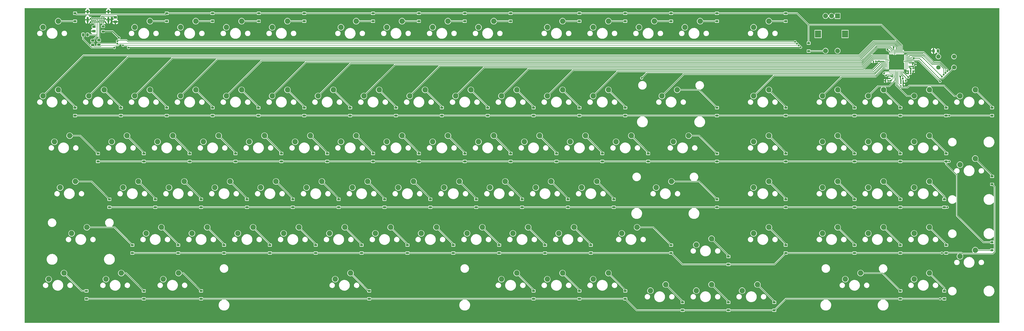
<source format=gbr>
%TF.GenerationSoftware,KiCad,Pcbnew,6.0.6*%
%TF.CreationDate,2022-08-21T10:35:57-04:00*%
%TF.ProjectId,Workeeb,576f726b-6565-4622-9e6b-696361645f70,rev?*%
%TF.SameCoordinates,Original*%
%TF.FileFunction,Copper,L2,Bot*%
%TF.FilePolarity,Positive*%
%FSLAX46Y46*%
G04 Gerber Fmt 4.6, Leading zero omitted, Abs format (unit mm)*
G04 Created by KiCad (PCBNEW 6.0.6) date 2022-08-21 10:35:57*
%MOMM*%
%LPD*%
G01*
G04 APERTURE LIST*
G04 Aperture macros list*
%AMRoundRect*
0 Rectangle with rounded corners*
0 $1 Rounding radius*
0 $2 $3 $4 $5 $6 $7 $8 $9 X,Y pos of 4 corners*
0 Add a 4 corners polygon primitive as box body*
4,1,4,$2,$3,$4,$5,$6,$7,$8,$9,$2,$3,0*
0 Add four circle primitives for the rounded corners*
1,1,$1+$1,$2,$3*
1,1,$1+$1,$4,$5*
1,1,$1+$1,$6,$7*
1,1,$1+$1,$8,$9*
0 Add four rect primitives between the rounded corners*
20,1,$1+$1,$2,$3,$4,$5,0*
20,1,$1+$1,$4,$5,$6,$7,0*
20,1,$1+$1,$6,$7,$8,$9,0*
20,1,$1+$1,$8,$9,$2,$3,0*%
G04 Aperture macros list end*
%TA.AperFunction,ComponentPad*%
%ADD10C,2.250000*%
%TD*%
%TA.AperFunction,ComponentPad*%
%ADD11R,2.000000X2.000000*%
%TD*%
%TA.AperFunction,ComponentPad*%
%ADD12C,2.000000*%
%TD*%
%TA.AperFunction,ComponentPad*%
%ADD13R,2.500000X3.000000*%
%TD*%
%TA.AperFunction,SMDPad,CuDef*%
%ADD14R,1.200000X0.900000*%
%TD*%
%TA.AperFunction,SMDPad,CuDef*%
%ADD15RoundRect,0.140000X-0.170000X0.140000X-0.170000X-0.140000X0.170000X-0.140000X0.170000X0.140000X0*%
%TD*%
%TA.AperFunction,SMDPad,CuDef*%
%ADD16RoundRect,0.140000X-0.140000X-0.170000X0.140000X-0.170000X0.140000X0.170000X-0.140000X0.170000X0*%
%TD*%
%TA.AperFunction,SMDPad,CuDef*%
%ADD17RoundRect,0.140000X0.140000X0.170000X-0.140000X0.170000X-0.140000X-0.170000X0.140000X-0.170000X0*%
%TD*%
%TA.AperFunction,SMDPad,CuDef*%
%ADD18RoundRect,0.250000X-0.450000X0.262500X-0.450000X-0.262500X0.450000X-0.262500X0.450000X0.262500X0*%
%TD*%
%TA.AperFunction,SMDPad,CuDef*%
%ADD19R,0.254000X1.461999*%
%TD*%
%TA.AperFunction,SMDPad,CuDef*%
%ADD20R,1.461999X0.254000*%
%TD*%
%TA.AperFunction,SMDPad,CuDef*%
%ADD21RoundRect,0.218750X-0.381250X0.218750X-0.381250X-0.218750X0.381250X-0.218750X0.381250X0.218750X0*%
%TD*%
%TA.AperFunction,ComponentPad*%
%ADD22C,0.700000*%
%TD*%
%TA.AperFunction,ComponentPad*%
%ADD23O,0.900000X2.400000*%
%TD*%
%TA.AperFunction,ComponentPad*%
%ADD24O,0.900000X1.700000*%
%TD*%
%TA.AperFunction,SMDPad,CuDef*%
%ADD25RoundRect,0.250000X-0.262500X-0.450000X0.262500X-0.450000X0.262500X0.450000X-0.262500X0.450000X0*%
%TD*%
%TA.AperFunction,SMDPad,CuDef*%
%ADD26RoundRect,0.250000X0.262500X0.450000X-0.262500X0.450000X-0.262500X-0.450000X0.262500X-0.450000X0*%
%TD*%
%TA.AperFunction,ComponentPad*%
%ADD27C,1.800000*%
%TD*%
%TA.AperFunction,ViaPad*%
%ADD28C,0.800000*%
%TD*%
%TA.AperFunction,Conductor*%
%ADD29C,0.254000*%
%TD*%
%TA.AperFunction,Conductor*%
%ADD30C,0.381000*%
%TD*%
%TA.AperFunction,Conductor*%
%ADD31C,0.200000*%
%TD*%
G04 APERTURE END LIST*
D10*
%TO.P,MX2,1,COL*%
%TO.N,COL1*%
X31908750Y-59372500D03*
%TO.P,MX2,2,ROW*%
%TO.N,Net-(D2-Pad2)*%
X38258750Y-56832500D03*
%TD*%
%TO.P,MX3,1,COL*%
%TO.N,COL1*%
X36671250Y-78422500D03*
%TO.P,MX3,2,ROW*%
%TO.N,Net-(D3-Pad2)*%
X43021250Y-75882500D03*
%TD*%
%TO.P,MX4,1,COL*%
%TO.N,COL1*%
X39052500Y-97472500D03*
%TO.P,MX4,2,ROW*%
%TO.N,Net-(D4-Pad2)*%
X45402500Y-94932500D03*
%TD*%
%TO.P,MX5,1,COL*%
%TO.N,COL1*%
X34290000Y-135572500D03*
%TO.P,MX5,2,ROW*%
%TO.N,Net-(D5-Pad2)*%
X40640000Y-133032500D03*
%TD*%
%TO.P,MX7,1,COL*%
%TO.N,COL2*%
X43815000Y-116522500D03*
%TO.P,MX7,2,ROW*%
%TO.N,Net-(D7-Pad2)*%
X50165000Y-113982500D03*
%TD*%
%TO.P,MX8,1,COL*%
%TO.N,COL2*%
X58102500Y-135572500D03*
%TO.P,MX8,2,ROW*%
%TO.N,Net-(D8-Pad2)*%
X64452500Y-133032500D03*
%TD*%
%TO.P,MX9,1,COL*%
%TO.N,COL3*%
X70008750Y-30797500D03*
%TO.P,MX9,2,ROW*%
%TO.N,Net-(D9-Pad2)*%
X76358750Y-28257500D03*
%TD*%
%TO.P,MX10,1,COL*%
%TO.N,COL3*%
X70008750Y-59372500D03*
%TO.P,MX10,2,ROW*%
%TO.N,Net-(D10-Pad2)*%
X76358750Y-56832500D03*
%TD*%
%TO.P,MX11,1,COL*%
%TO.N,COL3*%
X60483750Y-78422500D03*
%TO.P,MX11,2,ROW*%
%TO.N,Net-(D11-Pad2)*%
X66833750Y-75882500D03*
%TD*%
%TO.P,MX12,1,COL*%
%TO.N,COL3*%
X65246250Y-97472500D03*
%TO.P,MX12,2,ROW*%
%TO.N,Net-(D12-Pad2)*%
X71596250Y-94932500D03*
%TD*%
%TO.P,MX13,1,COL*%
%TO.N,COL3*%
X74771250Y-116522500D03*
%TO.P,MX13,2,ROW*%
%TO.N,Net-(D13-Pad2)*%
X81121250Y-113982500D03*
%TD*%
%TO.P,MX14,1,COL*%
%TO.N,COL4*%
X89058750Y-30797500D03*
%TO.P,MX14,2,ROW*%
%TO.N,Net-(D14-Pad2)*%
X95408750Y-28257500D03*
%TD*%
%TO.P,MX15,1,COL*%
%TO.N,COL4*%
X89058750Y-59372500D03*
%TO.P,MX15,2,ROW*%
%TO.N,Net-(D15-Pad2)*%
X95408750Y-56832500D03*
%TD*%
%TO.P,MX16,1,COL*%
%TO.N,COL4*%
X79533750Y-78422500D03*
%TO.P,MX16,2,ROW*%
%TO.N,Net-(D16-Pad2)*%
X85883750Y-75882500D03*
%TD*%
%TO.P,MX17,1,COL*%
%TO.N,COL4*%
X84296250Y-97472500D03*
%TO.P,MX17,2,ROW*%
%TO.N,Net-(D17-Pad2)*%
X90646250Y-94932500D03*
%TD*%
%TO.P,MX18,1,COL*%
%TO.N,COL4*%
X93821250Y-116522500D03*
%TO.P,MX18,2,ROW*%
%TO.N,Net-(D18-Pad2)*%
X100171250Y-113982500D03*
%TD*%
%TO.P,MX19,1,COL*%
%TO.N,COL4*%
X81915000Y-135572500D03*
%TO.P,MX19,2,ROW*%
%TO.N,Net-(D19-Pad2)*%
X88265000Y-133032500D03*
%TD*%
%TO.P,MX20,1,COL*%
%TO.N,COL5*%
X108108750Y-30797500D03*
%TO.P,MX20,2,ROW*%
%TO.N,Net-(D20-Pad2)*%
X114458750Y-28257500D03*
%TD*%
%TO.P,MX21,1,COL*%
%TO.N,COL5*%
X108108750Y-59372500D03*
%TO.P,MX21,2,ROW*%
%TO.N,Net-(D21-Pad2)*%
X114458750Y-56832500D03*
%TD*%
%TO.P,MX22,1,COL*%
%TO.N,COL5*%
X98583750Y-78422500D03*
%TO.P,MX22,2,ROW*%
%TO.N,Net-(D22-Pad2)*%
X104933750Y-75882500D03*
%TD*%
%TO.P,MX23,1,COL*%
%TO.N,COL5*%
X103346250Y-97472500D03*
%TO.P,MX23,2,ROW*%
%TO.N,Net-(D23-Pad2)*%
X109696250Y-94932500D03*
%TD*%
%TO.P,MX24,1,COL*%
%TO.N,COL5*%
X112871250Y-116522500D03*
%TO.P,MX24,2,ROW*%
%TO.N,Net-(D24-Pad2)*%
X119221250Y-113982500D03*
%TD*%
%TO.P,MX25,1,COL*%
%TO.N,COL6*%
X127158750Y-30797500D03*
%TO.P,MX25,2,ROW*%
%TO.N,Net-(D25-Pad2)*%
X133508750Y-28257500D03*
%TD*%
%TO.P,MX26,1,COL*%
%TO.N,COL6*%
X127158750Y-59372500D03*
%TO.P,MX26,2,ROW*%
%TO.N,Net-(D26-Pad2)*%
X133508750Y-56832500D03*
%TD*%
%TO.P,MX27,1,COL*%
%TO.N,COL6*%
X117633750Y-78422500D03*
%TO.P,MX27,2,ROW*%
%TO.N,Net-(D27-Pad2)*%
X123983750Y-75882500D03*
%TD*%
%TO.P,MX28,1,COL*%
%TO.N,COL6*%
X122396250Y-97472500D03*
%TO.P,MX28,2,ROW*%
%TO.N,Net-(D28-Pad2)*%
X128746250Y-94932500D03*
%TD*%
%TO.P,MX29,1,COL*%
%TO.N,COL6*%
X131921250Y-116522500D03*
%TO.P,MX29,2,ROW*%
%TO.N,Net-(D29-Pad2)*%
X138271250Y-113982500D03*
%TD*%
%TO.P,MX30,1,COL*%
%TO.N,COL7*%
X146208750Y-59372500D03*
%TO.P,MX30,2,ROW*%
%TO.N,Net-(D30-Pad2)*%
X152558750Y-56832500D03*
%TD*%
%TO.P,MX31,1,COL*%
%TO.N,COL7*%
X136683750Y-78422500D03*
%TO.P,MX31,2,ROW*%
%TO.N,Net-(D31-Pad2)*%
X143033750Y-75882500D03*
%TD*%
%TO.P,MX32,1,COL*%
%TO.N,COL7*%
X141446250Y-97472500D03*
%TO.P,MX32,2,ROW*%
%TO.N,Net-(D32-Pad2)*%
X147796250Y-94932500D03*
%TD*%
%TO.P,MX33,1,COL*%
%TO.N,COL7*%
X150971250Y-116522500D03*
%TO.P,MX33,2,ROW*%
%TO.N,Net-(D33-Pad2)*%
X157321250Y-113982500D03*
%TD*%
%TO.P,MX34,1,COL*%
%TO.N,COL7*%
X153352500Y-135572500D03*
%TO.P,MX34,2,ROW*%
%TO.N,Net-(D34-Pad2)*%
X159702500Y-133032500D03*
%TD*%
%TO.P,MX35,1,COL*%
%TO.N,COL8*%
X155733750Y-30797500D03*
%TO.P,MX35,2,ROW*%
%TO.N,Net-(D35-Pad2)*%
X162083750Y-28257500D03*
%TD*%
%TO.P,MX36,1,COL*%
%TO.N,COL8*%
X165258750Y-59372500D03*
%TO.P,MX36,2,ROW*%
%TO.N,Net-(D36-Pad2)*%
X171608750Y-56832500D03*
%TD*%
%TO.P,MX37,1,COL*%
%TO.N,COL8*%
X155733750Y-78422500D03*
%TO.P,MX37,2,ROW*%
%TO.N,Net-(D37-Pad2)*%
X162083750Y-75882500D03*
%TD*%
%TO.P,MX38,1,COL*%
%TO.N,COL8*%
X160496250Y-97472500D03*
%TO.P,MX38,2,ROW*%
%TO.N,Net-(D38-Pad2)*%
X166846250Y-94932500D03*
%TD*%
%TO.P,MX39,1,COL*%
%TO.N,COL8*%
X170021250Y-116522500D03*
%TO.P,MX39,2,ROW*%
%TO.N,Net-(D39-Pad2)*%
X176371250Y-113982500D03*
%TD*%
%TO.P,MX40,1,COL*%
%TO.N,COL9*%
X174783750Y-30797500D03*
%TO.P,MX40,2,ROW*%
%TO.N,Net-(D40-Pad2)*%
X181133750Y-28257500D03*
%TD*%
%TO.P,MX41,1,COL*%
%TO.N,COL9*%
X184308750Y-59372500D03*
%TO.P,MX41,2,ROW*%
%TO.N,Net-(D41-Pad2)*%
X190658750Y-56832500D03*
%TD*%
%TO.P,MX42,1,COL*%
%TO.N,COL9*%
X174783750Y-78422500D03*
%TO.P,MX42,2,ROW*%
%TO.N,Net-(D42-Pad2)*%
X181133750Y-75882500D03*
%TD*%
%TO.P,MX43,1,COL*%
%TO.N,COL9*%
X179546250Y-97472500D03*
%TO.P,MX43,2,ROW*%
%TO.N,Net-(D43-Pad2)*%
X185896250Y-94932500D03*
%TD*%
%TO.P,MX44,1,COL*%
%TO.N,COL9*%
X189071250Y-116522500D03*
%TO.P,MX44,2,ROW*%
%TO.N,Net-(D44-Pad2)*%
X195421250Y-113982500D03*
%TD*%
%TO.P,MX45,1,COL*%
%TO.N,COL10*%
X193833750Y-30797500D03*
%TO.P,MX45,2,ROW*%
%TO.N,Net-(D45-Pad2)*%
X200183750Y-28257500D03*
%TD*%
%TO.P,MX46,1,COL*%
%TO.N,COL10*%
X203358750Y-59372500D03*
%TO.P,MX46,2,ROW*%
%TO.N,Net-(D46-Pad2)*%
X209708750Y-56832500D03*
%TD*%
%TO.P,MX47,1,COL*%
%TO.N,COL10*%
X193833750Y-78422500D03*
%TO.P,MX47,2,ROW*%
%TO.N,Net-(D47-Pad2)*%
X200183750Y-75882500D03*
%TD*%
%TO.P,MX48,1,COL*%
%TO.N,COL10*%
X198596250Y-97472500D03*
%TO.P,MX48,2,ROW*%
%TO.N,Net-(D48-Pad2)*%
X204946250Y-94932500D03*
%TD*%
%TO.P,MX49,1,COL*%
%TO.N,COL10*%
X208121250Y-116522500D03*
%TO.P,MX49,2,ROW*%
%TO.N,Net-(D49-Pad2)*%
X214471250Y-113982500D03*
%TD*%
%TO.P,MX50,1,COL*%
%TO.N,COL11*%
X212883750Y-30797500D03*
%TO.P,MX50,2,ROW*%
%TO.N,Net-(D50-Pad2)*%
X219233750Y-28257500D03*
%TD*%
%TO.P,MX51,1,COL*%
%TO.N,COL11*%
X222408750Y-59372500D03*
%TO.P,MX51,2,ROW*%
%TO.N,Net-(D51-Pad2)*%
X228758750Y-56832500D03*
%TD*%
%TO.P,MX52,1,COL*%
%TO.N,COL11*%
X212883750Y-78422500D03*
%TO.P,MX52,2,ROW*%
%TO.N,Net-(D52-Pad2)*%
X219233750Y-75882500D03*
%TD*%
%TO.P,MX53,1,COL*%
%TO.N,COL11*%
X217646250Y-97472500D03*
%TO.P,MX53,2,ROW*%
%TO.N,Net-(D53-Pad2)*%
X223996250Y-94932500D03*
%TD*%
%TO.P,MX54,1,COL*%
%TO.N,COL11*%
X227171250Y-116522500D03*
%TO.P,MX54,2,ROW*%
%TO.N,Net-(D54-Pad2)*%
X233521250Y-113982500D03*
%TD*%
%TO.P,MX55,1,COL*%
%TO.N,COL11*%
X222408750Y-135572500D03*
%TO.P,MX55,2,ROW*%
%TO.N,Net-(D55-Pad2)*%
X228758750Y-133032500D03*
%TD*%
%TO.P,MX56,1,COL*%
%TO.N,COL12*%
X241458750Y-30797500D03*
%TO.P,MX56,2,ROW*%
%TO.N,Net-(D56-Pad2)*%
X247808750Y-28257500D03*
%TD*%
%TO.P,MX57,1,COL*%
%TO.N,COL12*%
X241458750Y-59372500D03*
%TO.P,MX57,2,ROW*%
%TO.N,Net-(D57-Pad2)*%
X247808750Y-56832500D03*
%TD*%
%TO.P,MX58,1,COL*%
%TO.N,COL12*%
X231933750Y-78422500D03*
%TO.P,MX58,2,ROW*%
%TO.N,Net-(D58-Pad2)*%
X238283750Y-75882500D03*
%TD*%
%TO.P,MX59,1,COL*%
%TO.N,COL12*%
X236696250Y-97472500D03*
%TO.P,MX59,2,ROW*%
%TO.N,Net-(D59-Pad2)*%
X243046250Y-94932500D03*
%TD*%
%TO.P,MX60,1,COL*%
%TO.N,COL12*%
X246221250Y-116522500D03*
%TO.P,MX60,2,ROW*%
%TO.N,Net-(D60-Pad2)*%
X252571250Y-113982500D03*
%TD*%
%TO.P,MX61,1,COL*%
%TO.N,COL12*%
X241458750Y-135572500D03*
%TO.P,MX61,2,ROW*%
%TO.N,Net-(D61-Pad2)*%
X247808750Y-133032500D03*
%TD*%
%TO.P,MX62,1,COL*%
%TO.N,COL13*%
X260508750Y-30797500D03*
%TO.P,MX62,2,ROW*%
%TO.N,Net-(D62-Pad2)*%
X266858750Y-28257500D03*
%TD*%
%TO.P,MX63,1,COL*%
%TO.N,COL13*%
X260508750Y-59372500D03*
%TO.P,MX63,2,ROW*%
%TO.N,Net-(D63-Pad2)*%
X266858750Y-56832500D03*
%TD*%
%TO.P,MX64,1,COL*%
%TO.N,COL13*%
X250983750Y-78422500D03*
%TO.P,MX64,2,ROW*%
%TO.N,Net-(D64-Pad2)*%
X257333750Y-75882500D03*
%TD*%
%TO.P,MX65,1,COL*%
%TO.N,COL13*%
X255746250Y-97472500D03*
%TO.P,MX65,2,ROW*%
%TO.N,Net-(D65-Pad2)*%
X262096250Y-94932500D03*
%TD*%
%TO.P,MX66,1,COL*%
%TO.N,COL13*%
X260508750Y-135572500D03*
%TO.P,MX66,2,ROW*%
%TO.N,Net-(D66-Pad2)*%
X266858750Y-133032500D03*
%TD*%
%TO.P,MX67,1,COL*%
%TO.N,COL14*%
X279558750Y-30797500D03*
%TO.P,MX67,2,ROW*%
%TO.N,Net-(D67-Pad2)*%
X285908750Y-28257500D03*
%TD*%
%TO.P,MX68,1,COL*%
%TO.N,COL14*%
X270033750Y-78422500D03*
%TO.P,MX68,2,ROW*%
%TO.N,Net-(D68-Pad2)*%
X276383750Y-75882500D03*
%TD*%
%TO.P,MX69,1,COL*%
%TO.N,COL14*%
X286702500Y-97472500D03*
%TO.P,MX69,2,ROW*%
%TO.N,Net-(D69-Pad2)*%
X293052500Y-94932500D03*
%TD*%
%TO.P,MX70,1,COL*%
%TO.N,COL14*%
X272415000Y-116522500D03*
%TO.P,MX70,2,ROW*%
%TO.N,Net-(D70-Pad2)*%
X278765000Y-113982500D03*
%TD*%
%TO.P,MX71,1,COL*%
%TO.N,COL14*%
X284321250Y-140335000D03*
%TO.P,MX71,2,ROW*%
%TO.N,Net-(D71-Pad2)*%
X290671250Y-137795000D03*
%TD*%
%TO.P,MX73,1,COL*%
%TO.N,COL15*%
X289083750Y-59372500D03*
%TO.P,MX73,2,ROW*%
%TO.N,Net-(D73-Pad2)*%
X295433750Y-56832500D03*
%TD*%
%TO.P,MX74,1,COL*%
%TO.N,COL15*%
X293846250Y-78422500D03*
%TO.P,MX74,2,ROW*%
%TO.N,Net-(D74-Pad2)*%
X300196250Y-75882500D03*
%TD*%
%TO.P,MX75,1,COL*%
%TO.N,COL15*%
X303371250Y-121285000D03*
%TO.P,MX75,2,ROW*%
%TO.N,Net-(D75-Pad2)*%
X309721250Y-118745000D03*
%TD*%
%TO.P,MX76,1,COL*%
%TO.N,COL15*%
X303371250Y-140335000D03*
%TO.P,MX76,2,ROW*%
%TO.N,Net-(D76-Pad2)*%
X309721250Y-137795000D03*
%TD*%
%TO.P,MX77,1,COL*%
%TO.N,COL16*%
X327183750Y-30797500D03*
%TO.P,MX77,2,ROW*%
%TO.N,Net-(D77-Pad2)*%
X333533750Y-28257500D03*
%TD*%
%TO.P,MX78,1,COL*%
%TO.N,COL16*%
X327183750Y-59372500D03*
%TO.P,MX78,2,ROW*%
%TO.N,Net-(D78-Pad2)*%
X333533750Y-56832500D03*
%TD*%
%TO.P,MX79,1,COL*%
%TO.N,COL16*%
X327183750Y-78422500D03*
%TO.P,MX79,2,ROW*%
%TO.N,Net-(D79-Pad2)*%
X333533750Y-75882500D03*
%TD*%
%TO.P,MX80,1,COL*%
%TO.N,COL16*%
X327183750Y-97472500D03*
%TO.P,MX80,2,ROW*%
%TO.N,Net-(D80-Pad2)*%
X333533750Y-94932500D03*
%TD*%
%TO.P,MX81,1,COL*%
%TO.N,COL16*%
X327183750Y-116522500D03*
%TO.P,MX81,2,ROW*%
%TO.N,Net-(D81-Pad2)*%
X333533750Y-113982500D03*
%TD*%
%TO.P,MX82,1,COL*%
%TO.N,COL16*%
X322421250Y-140335000D03*
%TO.P,MX82,2,ROW*%
%TO.N,Net-(D82-Pad2)*%
X328771250Y-137795000D03*
%TD*%
%TO.P,MX83,1,COL*%
%TO.N,COL17*%
X355758750Y-59372500D03*
%TO.P,MX83,2,ROW*%
%TO.N,Net-(D84-Pad2)*%
X362108750Y-56832500D03*
%TD*%
%TO.P,MX84,1,COL*%
%TO.N,COL17*%
X355758750Y-78422500D03*
%TO.P,MX84,2,ROW*%
%TO.N,Net-(D85-Pad2)*%
X362108750Y-75882500D03*
%TD*%
%TO.P,MX85,1,COL*%
%TO.N,COL17*%
X355758750Y-97472500D03*
%TO.P,MX85,2,ROW*%
%TO.N,Net-(D86-Pad2)*%
X362108750Y-94932500D03*
%TD*%
%TO.P,MX86,1,COL*%
%TO.N,COL17*%
X355758750Y-116522500D03*
%TO.P,MX86,2,ROW*%
%TO.N,Net-(D87-Pad2)*%
X362108750Y-113982500D03*
%TD*%
D11*
%TO.P,MX87,A,A*%
%TO.N,unconnected-(MX87-PadA)*%
X362068750Y-26087500D03*
D12*
%TO.P,MX87,B,B*%
%TO.N,unconnected-(MX87-PadB)*%
X357068750Y-26087500D03*
%TO.P,MX87,C,C*%
%TO.N,unconnected-(MX87-PadC)*%
X359568750Y-26087500D03*
D13*
%TO.P,MX87,MP*%
%TO.N,N/C*%
X365168750Y-33587500D03*
X353968750Y-33587500D03*
D12*
%TO.P,MX87,S1,S1*%
%TO.N,COL17*%
X362068750Y-40587500D03*
%TO.P,MX87,S2,S2*%
%TO.N,Net-(D83-Pad2)*%
X357068750Y-40587500D03*
%TD*%
D10*
%TO.P,MX89,1,COL*%
%TO.N,COL18*%
X374808750Y-78422500D03*
%TO.P,MX89,2,ROW*%
%TO.N,Net-(D89-Pad2)*%
X381158750Y-75882500D03*
%TD*%
%TO.P,MX90,1,COL*%
%TO.N,COL18*%
X374808750Y-97472500D03*
%TO.P,MX90,2,ROW*%
%TO.N,Net-(D90-Pad2)*%
X381158750Y-94932500D03*
%TD*%
%TO.P,MX91,1,COL*%
%TO.N,COL18*%
X374808750Y-116522500D03*
%TO.P,MX91,2,ROW*%
%TO.N,Net-(D91-Pad2)*%
X381158750Y-113982500D03*
%TD*%
%TO.P,MX92,1,COL*%
%TO.N,COL18*%
X365283750Y-135572500D03*
%TO.P,MX92,2,ROW*%
%TO.N,Net-(D92-Pad2)*%
X371633750Y-133032500D03*
%TD*%
%TO.P,MX93,1,COL*%
%TO.N,COL19*%
X393858750Y-59372500D03*
%TO.P,MX93,2,ROW*%
%TO.N,Net-(D93-Pad2)*%
X400208750Y-56832500D03*
%TD*%
%TO.P,MX95,1,COL*%
%TO.N,COL19*%
X393858750Y-97472500D03*
%TO.P,MX95,2,ROW*%
%TO.N,Net-(D95-Pad2)*%
X400208750Y-94932500D03*
%TD*%
%TO.P,MX96,1,COL*%
%TO.N,COL19*%
X393858750Y-116522500D03*
%TO.P,MX96,2,ROW*%
%TO.N,Net-(D96-Pad2)*%
X400208750Y-113982500D03*
%TD*%
%TO.P,MX97,1,COL*%
%TO.N,COL19*%
X393858750Y-135572500D03*
%TO.P,MX97,2,ROW*%
%TO.N,Net-(D97-Pad2)*%
X400208750Y-133032500D03*
%TD*%
%TO.P,MX98,1,COL*%
%TO.N,COL20*%
X412908750Y-59372500D03*
%TO.P,MX98,2,ROW*%
%TO.N,Net-(D98-Pad2)*%
X419258750Y-56832500D03*
%TD*%
%TO.P,MX99,1,COL*%
%TO.N,COL20*%
X412908750Y-126047500D03*
%TO.P,MX99,2,ROW*%
%TO.N,Net-(D99-Pad2)*%
X419258750Y-123507500D03*
%TD*%
%TO.P,MX1,1,COL*%
%TO.N,COL1*%
X31908750Y-30797500D03*
%TO.P,MX1,2,ROW*%
%TO.N,Net-(D1-Pad2)*%
X38258750Y-28257500D03*
%TD*%
%TO.P,MX6,1,COL*%
%TO.N,COL2*%
X50958750Y-59372500D03*
%TO.P,MX6,2,ROW*%
%TO.N,Net-(D6-Pad2)*%
X57308750Y-56832500D03*
%TD*%
%TO.P,MX72,1,COL*%
%TO.N,COL15*%
X298608750Y-30797500D03*
%TO.P,MX72,2,ROW*%
%TO.N,Net-(D72-Pad2)*%
X304958750Y-28257500D03*
%TD*%
%TO.P,MX94,1,COL*%
%TO.N,COL19*%
X393858750Y-78422500D03*
%TO.P,MX94,2,ROW*%
%TO.N,Net-(D94-Pad2)*%
X400208750Y-75882500D03*
%TD*%
%TO.P,MX100,1,COL*%
%TO.N,COL20*%
X412908750Y-87947500D03*
%TO.P,MX100,2,ROW*%
%TO.N,Net-(D100-Pad2)*%
X419258750Y-85407500D03*
%TD*%
%TO.P,MX88,1,COL*%
%TO.N,COL18*%
X374808750Y-59372500D03*
%TO.P,MX88,2,ROW*%
%TO.N,Net-(D88-Pad2)*%
X381158750Y-56832500D03*
%TD*%
D14*
%TO.P,D5,1,K*%
%TO.N,ROW6*%
X50006250Y-143731250D03*
%TO.P,D5,2,A*%
%TO.N,Net-(D5-Pad2)*%
X50006250Y-140431250D03*
%TD*%
%TO.P,D9,1,K*%
%TO.N,ROW1*%
X83343750Y-24957500D03*
%TO.P,D9,2,A*%
%TO.N,Net-(D9-Pad2)*%
X83343750Y-28257500D03*
%TD*%
%TO.P,D74,1,K*%
%TO.N,ROW3*%
X311943750Y-86581250D03*
%TO.P,D74,2,A*%
%TO.N,Net-(D74-Pad2)*%
X311943750Y-83281250D03*
%TD*%
%TO.P,D64,1,K*%
%TO.N,ROW3*%
X264318750Y-86581250D03*
%TO.P,D64,2,A*%
%TO.N,Net-(D64-Pad2)*%
X264318750Y-83281250D03*
%TD*%
%TO.P,D29,1,K*%
%TO.N,ROW5*%
X145256250Y-124681250D03*
%TO.P,D29,2,A*%
%TO.N,Net-(D29-Pad2)*%
X145256250Y-121381250D03*
%TD*%
%TO.P,D60,1,K*%
%TO.N,ROW5*%
X259556250Y-124681250D03*
%TO.P,D60,2,A*%
%TO.N,Net-(D60-Pad2)*%
X259556250Y-121381250D03*
%TD*%
D15*
%TO.P,C_VREGO1,1*%
%TO.N,VDD*%
X383794000Y-51082000D03*
%TO.P,C_VREGO1,2*%
%TO.N,GND*%
X383794000Y-52042000D03*
%TD*%
D14*
%TO.P,D75,1,K*%
%TO.N,ROW5*%
X316706250Y-129443750D03*
%TO.P,D75,2,A*%
%TO.N,Net-(D75-Pad2)*%
X316706250Y-126143750D03*
%TD*%
%TO.P,D70,1,K*%
%TO.N,ROW5*%
X292893750Y-124681250D03*
%TO.P,D70,2,A*%
%TO.N,Net-(D70-Pad2)*%
X292893750Y-121381250D03*
%TD*%
%TO.P,D65,1,K*%
%TO.N,ROW4*%
X269081250Y-105631250D03*
%TO.P,D65,2,A*%
%TO.N,Net-(D65-Pad2)*%
X269081250Y-102331250D03*
%TD*%
%TO.P,D83,1,K*%
%TO.N,ROW1*%
X350043750Y-37393750D03*
%TO.P,D83,2,A*%
%TO.N,Net-(D83-Pad2)*%
X350043750Y-40693750D03*
%TD*%
%TO.P,D47,1,K*%
%TO.N,ROW3*%
X207168750Y-86581250D03*
%TO.P,D47,2,A*%
%TO.N,Net-(D47-Pad2)*%
X207168750Y-83281250D03*
%TD*%
%TO.P,D93,1,K*%
%TO.N,ROW2*%
X407193750Y-67531250D03*
%TO.P,D93,2,A*%
%TO.N,Net-(D93-Pad2)*%
X407193750Y-64231250D03*
%TD*%
D16*
%TO.P,C_DEC1,1*%
%TO.N,Net-(C_DEC1-Pad1)*%
X388366000Y-55245000D03*
%TO.P,C_DEC1,2*%
%TO.N,GND*%
X389326000Y-55245000D03*
%TD*%
D14*
%TO.P,D23,1,K*%
%TO.N,ROW4*%
X116681250Y-105631250D03*
%TO.P,D23,2,A*%
%TO.N,Net-(D23-Pad2)*%
X116681250Y-102331250D03*
%TD*%
%TO.P,D87,1,K*%
%TO.N,ROW5*%
X369093750Y-124681250D03*
%TO.P,D87,2,A*%
%TO.N,Net-(D87-Pad2)*%
X369093750Y-121381250D03*
%TD*%
%TO.P,D27,1,K*%
%TO.N,ROW3*%
X130968750Y-86581250D03*
%TO.P,D27,2,A*%
%TO.N,Net-(D27-Pad2)*%
X130968750Y-83281250D03*
%TD*%
%TO.P,D8,1,K*%
%TO.N,ROW6*%
X73818750Y-143731250D03*
%TO.P,D8,2,A*%
%TO.N,Net-(D8-Pad2)*%
X73818750Y-140431250D03*
%TD*%
%TO.P,D13,1,K*%
%TO.N,ROW5*%
X88106250Y-124681250D03*
%TO.P,D13,2,A*%
%TO.N,Net-(D13-Pad2)*%
X88106250Y-121381250D03*
%TD*%
%TO.P,D16,1,K*%
%TO.N,ROW3*%
X92868750Y-86581250D03*
%TO.P,D16,2,A*%
%TO.N,Net-(D16-Pad2)*%
X92868750Y-83281250D03*
%TD*%
%TO.P,D45,1,K*%
%TO.N,ROW1*%
X207168750Y-24962850D03*
%TO.P,D45,2,A*%
%TO.N,Net-(D45-Pad2)*%
X207168750Y-28262850D03*
%TD*%
D17*
%TO.P,C_AVDD_0,1*%
%TO.N,VDD*%
X392402000Y-49022000D03*
%TO.P,C_AVDD_0,2*%
%TO.N,GND*%
X391442000Y-49022000D03*
%TD*%
D14*
%TO.P,D36,1,K*%
%TO.N,ROW2*%
X178593750Y-67531250D03*
%TO.P,D36,2,A*%
%TO.N,Net-(D36-Pad2)*%
X178593750Y-64231250D03*
%TD*%
%TO.P,D67,1,K*%
%TO.N,ROW1*%
X292893750Y-24962850D03*
%TO.P,D67,2,A*%
%TO.N,Net-(D67-Pad2)*%
X292893750Y-28262850D03*
%TD*%
%TO.P,D54,1,K*%
%TO.N,ROW5*%
X240506250Y-124681250D03*
%TO.P,D54,2,A*%
%TO.N,Net-(D54-Pad2)*%
X240506250Y-121381250D03*
%TD*%
%TO.P,D71,1,K*%
%TO.N,ROW6*%
X297656250Y-148493750D03*
%TO.P,D71,2,A*%
%TO.N,Net-(D71-Pad2)*%
X297656250Y-145193750D03*
%TD*%
%TO.P,D73,1,K*%
%TO.N,ROW2*%
X311943750Y-67531250D03*
%TO.P,D73,2,A*%
%TO.N,Net-(D73-Pad2)*%
X311943750Y-64231250D03*
%TD*%
%TO.P,D28,1,K*%
%TO.N,ROW4*%
X135731250Y-105631250D03*
%TO.P,D28,2,A*%
%TO.N,Net-(D28-Pad2)*%
X135731250Y-102331250D03*
%TD*%
%TO.P,D80,1,K*%
%TO.N,ROW4*%
X340518750Y-105631250D03*
%TO.P,D80,2,A*%
%TO.N,Net-(D80-Pad2)*%
X340518750Y-102331250D03*
%TD*%
D18*
%TO.P,R_CC2,1*%
%TO.N,Net-(J1-PadA5)*%
X53086000Y-30583500D03*
%TO.P,R_CC2,2*%
%TO.N,GND*%
X53086000Y-32408500D03*
%TD*%
D14*
%TO.P,D98,1,K*%
%TO.N,ROW2*%
X426243750Y-67531250D03*
%TO.P,D98,2,A*%
%TO.N,Net-(D98-Pad2)*%
X426243750Y-64231250D03*
%TD*%
%TO.P,D18,1,K*%
%TO.N,ROW5*%
X107156250Y-124681250D03*
%TO.P,D18,2,A*%
%TO.N,Net-(D18-Pad2)*%
X107156250Y-121381250D03*
%TD*%
%TO.P,D32,1,K*%
%TO.N,ROW4*%
X154781250Y-105631250D03*
%TO.P,D32,2,A*%
%TO.N,Net-(D32-Pad2)*%
X154781250Y-102331250D03*
%TD*%
%TO.P,D43,1,K*%
%TO.N,ROW4*%
X192881250Y-105631250D03*
%TO.P,D43,2,A*%
%TO.N,Net-(D43-Pad2)*%
X192881250Y-102331250D03*
%TD*%
%TO.P,D46,1,K*%
%TO.N,ROW2*%
X216693750Y-67531250D03*
%TO.P,D46,2,A*%
%TO.N,Net-(D46-Pad2)*%
X216693750Y-64231250D03*
%TD*%
%TO.P,D78,1,K*%
%TO.N,ROW2*%
X340518750Y-67531250D03*
%TO.P,D78,2,A*%
%TO.N,Net-(D78-Pad2)*%
X340518750Y-64231250D03*
%TD*%
%TO.P,D38,1,K*%
%TO.N,ROW4*%
X173831250Y-105631250D03*
%TO.P,D38,2,A*%
%TO.N,Net-(D38-Pad2)*%
X173831250Y-102331250D03*
%TD*%
D19*
%TO.P,U1,1,PA0*%
%TO.N,DMPU*%
X383806250Y-41128950D03*
%TO.P,U1,2,PA1*%
%TO.N,COL7*%
X384306249Y-41128950D03*
%TO.P,U1,3,PA2*%
%TO.N,COL6*%
X384806251Y-41128950D03*
%TO.P,U1,4,IOVDD_0*%
%TO.N,VDD*%
X385306250Y-41128950D03*
%TO.P,U1,5,VSS*%
%TO.N,GND*%
X385806249Y-41128950D03*
%TO.P,U1,6,PC0*%
%TO.N,COL5*%
X386306250Y-41128950D03*
%TO.P,U1,7,PC1*%
%TO.N,COL4*%
X386806250Y-41128950D03*
%TO.P,U1,8,PC2*%
%TO.N,COL3*%
X387306251Y-41128950D03*
%TO.P,U1,9,PC3*%
%TO.N,COL2*%
X387806250Y-41128950D03*
%TO.P,U1,10,PC4*%
%TO.N,COL1*%
X388306249Y-41128950D03*
%TO.P,U1,11,PB7*%
%TO.N,ROW1*%
X388806251Y-41128950D03*
%TO.P,U1,12,PB8*%
%TO.N,ROW2*%
X389306250Y-41128950D03*
D20*
%TO.P,U1,13,PA8*%
%TO.N,ROW3*%
X390671050Y-42493750D03*
%TO.P,U1,14,PA9*%
%TO.N,ROW4*%
X390671050Y-42993749D03*
%TO.P,U1,15,PA10*%
%TO.N,ROW5*%
X390671050Y-43493751D03*
%TO.P,U1,16,RESETn*%
%TO.N,RESET*%
X390671050Y-43993750D03*
%TO.P,U1,17,PB11*%
%TO.N,ROW6*%
X390671050Y-44493749D03*
%TO.P,U1,18,VSS*%
%TO.N,GND*%
X390671050Y-44993750D03*
%TO.P,U1,19,AVDD_1*%
%TO.N,VDD*%
X390671050Y-45493750D03*
%TO.P,U1,20,PB13*%
%TO.N,unconnected-(U1-Pad20)*%
X390671050Y-45993751D03*
%TO.P,U1,21,PB14*%
%TO.N,unconnected-(U1-Pad21)*%
X390671050Y-46493750D03*
%TO.P,U1,22,IOVDD_3*%
%TO.N,VDD*%
X390671050Y-46993749D03*
%TO.P,U1,23,AVDD_0*%
X390671050Y-47493751D03*
%TO.P,U1,24,PD4*%
%TO.N,unconnected-(U1-Pad24)*%
X390671050Y-47993750D03*
D19*
%TO.P,U1,25,PD5*%
%TO.N,BADGE*%
X389306250Y-49358550D03*
%TO.P,U1,26,PD6*%
%TO.N,NUMLK*%
X388806251Y-49358550D03*
%TO.P,U1,27,PD7*%
%TO.N,CAPS*%
X388306249Y-49358550D03*
%TO.P,U1,28,VDD_DREG*%
%TO.N,VDD*%
X387806250Y-49358550D03*
%TO.P,U1,29,DECOUPLE*%
%TO.N,Net-(C_DEC1-Pad1)*%
X387306251Y-49358550D03*
%TO.P,U1,30,PC8*%
%TO.N,COL20*%
X386806250Y-49358550D03*
%TO.P,U1,31,PC9*%
%TO.N,COL19*%
X386306250Y-49358550D03*
%TO.P,U1,32,PC10*%
%TO.N,COL18*%
X385806249Y-49358550D03*
%TO.P,U1,33,USB_VREGI*%
%TO.N,VBUS*%
X385306250Y-49358550D03*
%TO.P,U1,34,USB_VREGO*%
%TO.N,VDD*%
X384806251Y-49358550D03*
%TO.P,U1,35,PC14*%
%TO.N,D-*%
X384306249Y-49358550D03*
%TO.P,U1,36,PC15*%
%TO.N,D+*%
X383806250Y-49358550D03*
D20*
%TO.P,U1,37,PF0*%
%TO.N,COL17*%
X382441450Y-47993750D03*
%TO.P,U1,38,PF1*%
%TO.N,COL16*%
X382441450Y-47493751D03*
%TO.P,U1,39,PF2*%
%TO.N,COL15*%
X382441450Y-46993749D03*
%TO.P,U1,40,PF3*%
%TO.N,COL14*%
X382441450Y-46493750D03*
%TO.P,U1,41,PF4*%
%TO.N,COL13*%
X382441450Y-45993751D03*
%TO.P,U1,42,PF5*%
%TO.N,COL12*%
X382441450Y-45493750D03*
%TO.P,U1,43,IOVDD_5*%
%TO.N,VDD*%
X382441450Y-44993750D03*
%TO.P,U1,44,VSS*%
%TO.N,GND*%
X382441450Y-44493749D03*
%TO.P,U1,45,PE10*%
%TO.N,COL11*%
X382441450Y-43993750D03*
%TO.P,U1,46,PE11*%
%TO.N,COL10*%
X382441450Y-43493751D03*
%TO.P,U1,47,PE12*%
%TO.N,COL9*%
X382441450Y-42993749D03*
%TO.P,U1,48,PE13*%
%TO.N,COL8*%
X382441450Y-42493750D03*
%TD*%
D14*
%TO.P,D12,1,K*%
%TO.N,ROW4*%
X78581250Y-105631250D03*
%TO.P,D12,2,A*%
%TO.N,Net-(D12-Pad2)*%
X78581250Y-102331250D03*
%TD*%
D18*
%TO.P,R_CC1,1*%
%TO.N,Net-(J1-PadB5)*%
X61976000Y-26670000D03*
%TO.P,R_CC1,2*%
%TO.N,GND*%
X61976000Y-28495000D03*
%TD*%
D14*
%TO.P,D11,1,K*%
%TO.N,ROW3*%
X73818750Y-86581250D03*
%TO.P,D11,2,A*%
%TO.N,Net-(D11-Pad2)*%
X73818750Y-83281250D03*
%TD*%
%TO.P,D81,1,K*%
%TO.N,ROW5*%
X340518750Y-124681250D03*
%TO.P,D81,2,A*%
%TO.N,Net-(D81-Pad2)*%
X340518750Y-121381250D03*
%TD*%
%TO.P,D37,1,K*%
%TO.N,ROW3*%
X169068750Y-86581250D03*
%TO.P,D37,2,A*%
%TO.N,Net-(D37-Pad2)*%
X169068750Y-83281250D03*
%TD*%
D18*
%TO.P,R_D-1,1*%
%TO.N,Net-(J1-PadA7)*%
X55118000Y-36171500D03*
%TO.P,R_D-1,2*%
%TO.N,D-*%
X55118000Y-37996500D03*
%TD*%
D14*
%TO.P,D66,1,K*%
%TO.N,ROW6*%
X273843750Y-143731250D03*
%TO.P,D66,2,A*%
%TO.N,Net-(D66-Pad2)*%
X273843750Y-140431250D03*
%TD*%
%TO.P,D30,1,K*%
%TO.N,ROW2*%
X159543750Y-67531250D03*
%TO.P,D30,2,A*%
%TO.N,Net-(D30-Pad2)*%
X159543750Y-64231250D03*
%TD*%
%TO.P,D86,1,K*%
%TO.N,ROW4*%
X369093750Y-105631250D03*
%TO.P,D86,2,A*%
%TO.N,Net-(D86-Pad2)*%
X369093750Y-102331250D03*
%TD*%
D17*
%TO.P,C_AVDD0,1*%
%TO.N,VDD*%
X392402000Y-50038000D03*
%TO.P,C_AVDD0,2*%
%TO.N,GND*%
X391442000Y-50038000D03*
%TD*%
D14*
%TO.P,D39,1,K*%
%TO.N,ROW5*%
X183356250Y-124681250D03*
%TO.P,D39,2,A*%
%TO.N,Net-(D39-Pad2)*%
X183356250Y-121381250D03*
%TD*%
%TO.P,D40,1,K*%
%TO.N,ROW1*%
X188118750Y-24962850D03*
%TO.P,D40,2,A*%
%TO.N,Net-(D40-Pad2)*%
X188118750Y-28262850D03*
%TD*%
%TO.P,D59,1,K*%
%TO.N,ROW4*%
X250031250Y-105631250D03*
%TO.P,D59,2,A*%
%TO.N,Net-(D59-Pad2)*%
X250031250Y-102331250D03*
%TD*%
%TO.P,D42,1,K*%
%TO.N,ROW3*%
X188118750Y-86581250D03*
%TO.P,D42,2,A*%
%TO.N,Net-(D42-Pad2)*%
X188118750Y-83281250D03*
%TD*%
%TO.P,D44,1,K*%
%TO.N,ROW5*%
X202406250Y-124681250D03*
%TO.P,D44,2,A*%
%TO.N,Net-(D44-Pad2)*%
X202406250Y-121381250D03*
%TD*%
%TO.P,D52,1,K*%
%TO.N,ROW3*%
X226218750Y-86581250D03*
%TO.P,D52,2,A*%
%TO.N,Net-(D52-Pad2)*%
X226218750Y-83281250D03*
%TD*%
D16*
%TO.P,C_DREG2,1*%
%TO.N,VDD*%
X388366000Y-54102000D03*
%TO.P,C_DREG2,2*%
%TO.N,GND*%
X389326000Y-54102000D03*
%TD*%
D14*
%TO.P,D69,1,K*%
%TO.N,ROW4*%
X311943750Y-105631250D03*
%TO.P,D69,2,A*%
%TO.N,Net-(D69-Pad2)*%
X311943750Y-102331250D03*
%TD*%
%TO.P,D48,1,K*%
%TO.N,ROW4*%
X211931250Y-105631250D03*
%TO.P,D48,2,A*%
%TO.N,Net-(D48-Pad2)*%
X211931250Y-102331250D03*
%TD*%
%TO.P,D10,1,K*%
%TO.N,ROW2*%
X83343750Y-67531250D03*
%TO.P,D10,2,A*%
%TO.N,Net-(D10-Pad2)*%
X83343750Y-64231250D03*
%TD*%
%TO.P,D51,1,K*%
%TO.N,ROW2*%
X235743750Y-67531250D03*
%TO.P,D51,2,A*%
%TO.N,Net-(D51-Pad2)*%
X235743750Y-64231250D03*
%TD*%
%TO.P,D3,1,K*%
%TO.N,ROW3*%
X54768750Y-86581250D03*
%TO.P,D3,2,A*%
%TO.N,Net-(D3-Pad2)*%
X54768750Y-83281250D03*
%TD*%
D21*
%TO.P,FB_VBUS1,1*%
%TO.N,Net-(FB_VBUS1-Pad1)*%
X56896000Y-30433500D03*
%TO.P,FB_VBUS1,2*%
%TO.N,VBUS*%
X56896000Y-32558500D03*
%TD*%
D14*
%TO.P,D7,1,K*%
%TO.N,ROW5*%
X69056250Y-124681250D03*
%TO.P,D7,2,A*%
%TO.N,Net-(D7-Pad2)*%
X69056250Y-121381250D03*
%TD*%
D22*
%TO.P,J1,A1,GND*%
%TO.N,GND*%
X51793750Y-28631250D03*
%TO.P,J1,A4,VBUS*%
%TO.N,Net-(FB_VBUS1-Pad1)*%
X52643750Y-28631250D03*
%TO.P,J1,A5,CC1*%
%TO.N,Net-(J1-PadA5)*%
X53493750Y-28631250D03*
%TO.P,J1,A6,D+*%
%TO.N,Net-(J1-PadA6)*%
X54343750Y-28631250D03*
%TO.P,J1,A7,D-*%
%TO.N,Net-(J1-PadA7)*%
X55193750Y-28631250D03*
%TO.P,J1,A8,SBU1*%
%TO.N,unconnected-(J1-PadA8)*%
X56043750Y-28631250D03*
%TO.P,J1,A9,VBUS*%
%TO.N,Net-(FB_VBUS1-Pad1)*%
X56893750Y-28631250D03*
%TO.P,J1,A12,GND*%
%TO.N,GND*%
X57743750Y-28631250D03*
%TO.P,J1,B1,GND*%
X57743750Y-27281250D03*
%TO.P,J1,B4,VBUS*%
%TO.N,Net-(FB_VBUS1-Pad1)*%
X56893750Y-27281250D03*
%TO.P,J1,B5,CC2*%
%TO.N,Net-(J1-PadB5)*%
X56043750Y-27281250D03*
%TO.P,J1,B6,D+*%
%TO.N,Net-(J1-PadA6)*%
X55193750Y-27281250D03*
%TO.P,J1,B7,D-*%
%TO.N,Net-(J1-PadA7)*%
X54343750Y-27281250D03*
%TO.P,J1,B8,SBU2*%
%TO.N,unconnected-(J1-PadB8)*%
X53493750Y-27281250D03*
%TO.P,J1,B9,VBUS*%
%TO.N,Net-(FB_VBUS1-Pad1)*%
X52643750Y-27281250D03*
%TO.P,J1,B12,GND*%
%TO.N,GND*%
X51793750Y-27281250D03*
D23*
%TO.P,J1,S1,SHIELD*%
X59093750Y-27651250D03*
D24*
X50443750Y-24271250D03*
D23*
X50443750Y-27651250D03*
D24*
X59093750Y-24271250D03*
%TD*%
D14*
%TO.P,D2,1,K*%
%TO.N,ROW2*%
X45243750Y-67531250D03*
%TO.P,D2,2,A*%
%TO.N,Net-(D2-Pad2)*%
X45243750Y-64231250D03*
%TD*%
%TO.P,D24,1,K*%
%TO.N,ROW5*%
X126206250Y-124681250D03*
%TO.P,D24,2,A*%
%TO.N,Net-(D24-Pad2)*%
X126206250Y-121381250D03*
%TD*%
%TO.P,D58,1,K*%
%TO.N,ROW3*%
X245268750Y-86581250D03*
%TO.P,D58,2,A*%
%TO.N,Net-(D58-Pad2)*%
X245268750Y-83281250D03*
%TD*%
%TO.P,D41,1,K*%
%TO.N,ROW2*%
X197643750Y-67531250D03*
%TO.P,D41,2,A*%
%TO.N,Net-(D41-Pad2)*%
X197643750Y-64231250D03*
%TD*%
D18*
%TO.P,R_D+1,1*%
%TO.N,Net-(J1-PadA6)*%
X52578000Y-36322000D03*
%TO.P,R_D+1,2*%
%TO.N,D+*%
X52578000Y-38147000D03*
%TD*%
D14*
%TO.P,D34,1,K*%
%TO.N,ROW6*%
X167481250Y-143731250D03*
%TO.P,D34,2,A*%
%TO.N,Net-(D34-Pad2)*%
X167481250Y-140431250D03*
%TD*%
D17*
%TO.P,C_IOVDD_5,1*%
%TO.N,VDD*%
X377924000Y-44958000D03*
%TO.P,C_IOVDD_5,2*%
%TO.N,GND*%
X376964000Y-44958000D03*
%TD*%
D14*
%TO.P,D17,1,K*%
%TO.N,ROW4*%
X97631250Y-105631250D03*
%TO.P,D17,2,A*%
%TO.N,Net-(D17-Pad2)*%
X97631250Y-102331250D03*
%TD*%
%TO.P,D96,1,K*%
%TO.N,ROW5*%
X407193750Y-124681250D03*
%TO.P,D96,2,A*%
%TO.N,Net-(D96-Pad2)*%
X407193750Y-121381250D03*
%TD*%
%TO.P,D97,1,K*%
%TO.N,ROW6*%
X406400000Y-143731250D03*
%TO.P,D97,2,A*%
%TO.N,Net-(D97-Pad2)*%
X406400000Y-140431250D03*
%TD*%
%TO.P,D50,1,K*%
%TO.N,ROW1*%
X226218750Y-24962850D03*
%TO.P,D50,2,A*%
%TO.N,Net-(D50-Pad2)*%
X226218750Y-28262850D03*
%TD*%
D17*
%TO.P,C_VREGI1,1*%
%TO.N,VBUS*%
X383004000Y-53086000D03*
%TO.P,C_VREGI1,2*%
%TO.N,GND*%
X382044000Y-53086000D03*
%TD*%
D14*
%TO.P,D20,1,K*%
%TO.N,ROW1*%
X121602500Y-24962850D03*
%TO.P,D20,2,A*%
%TO.N,Net-(D20-Pad2)*%
X121602500Y-28262850D03*
%TD*%
%TO.P,D14,1,K*%
%TO.N,ROW1*%
X102362000Y-24957500D03*
%TO.P,D14,2,A*%
%TO.N,Net-(D14-Pad2)*%
X102362000Y-28257500D03*
%TD*%
%TO.P,D77,1,K*%
%TO.N,ROW1*%
X340518750Y-24962850D03*
%TO.P,D77,2,A*%
%TO.N,Net-(D77-Pad2)*%
X340518750Y-28262850D03*
%TD*%
%TO.P,D25,1,K*%
%TO.N,ROW1*%
X140493750Y-24962850D03*
%TO.P,D25,2,A*%
%TO.N,Net-(D25-Pad2)*%
X140493750Y-28262850D03*
%TD*%
%TO.P,D49,1,K*%
%TO.N,ROW5*%
X221456250Y-124681250D03*
%TO.P,D49,2,A*%
%TO.N,Net-(D49-Pad2)*%
X221456250Y-121381250D03*
%TD*%
D16*
%TO.P,C_DREG1,1*%
%TO.N,VDD*%
X388366000Y-53086000D03*
%TO.P,C_DREG1,2*%
%TO.N,GND*%
X389326000Y-53086000D03*
%TD*%
D14*
%TO.P,D89,1,K*%
%TO.N,ROW3*%
X388143750Y-86581250D03*
%TO.P,D89,2,A*%
%TO.N,Net-(D89-Pad2)*%
X388143750Y-83281250D03*
%TD*%
%TO.P,D19,1,K*%
%TO.N,ROW6*%
X97631250Y-143731250D03*
%TO.P,D19,2,A*%
%TO.N,Net-(D19-Pad2)*%
X97631250Y-140431250D03*
%TD*%
%TO.P,D94,1,K*%
%TO.N,ROW3*%
X407193750Y-86581250D03*
%TO.P,D94,2,A*%
%TO.N,Net-(D94-Pad2)*%
X407193750Y-83281250D03*
%TD*%
D25*
%TO.P,R_RESET1,1*%
%TO.N,GND*%
X401931500Y-40640000D03*
%TO.P,R_RESET1,2*%
%TO.N,Net-(R_RESET1-Pad2)*%
X403756500Y-40640000D03*
%TD*%
D14*
%TO.P,D95,1,K*%
%TO.N,ROW4*%
X406400000Y-105631250D03*
%TO.P,D95,2,A*%
%TO.N,Net-(D95-Pad2)*%
X406400000Y-102331250D03*
%TD*%
%TO.P,D76,1,K*%
%TO.N,ROW6*%
X316706250Y-148493750D03*
%TO.P,D76,2,A*%
%TO.N,Net-(D76-Pad2)*%
X316706250Y-145193750D03*
%TD*%
%TO.P,D72,1,K*%
%TO.N,ROW1*%
X311943750Y-24962850D03*
%TO.P,D72,2,A*%
%TO.N,Net-(D72-Pad2)*%
X311943750Y-28262850D03*
%TD*%
%TO.P,D61,1,K*%
%TO.N,ROW6*%
X254793750Y-143731250D03*
%TO.P,D61,2,A*%
%TO.N,Net-(D61-Pad2)*%
X254793750Y-140431250D03*
%TD*%
%TO.P,D85,1,K*%
%TO.N,ROW3*%
X369093750Y-86581250D03*
%TO.P,D85,2,A*%
%TO.N,Net-(D85-Pad2)*%
X369093750Y-83281250D03*
%TD*%
D16*
%TO.P,C_AVDD_1,1*%
%TO.N,VDD*%
X393192000Y-46228000D03*
%TO.P,C_AVDD_1,2*%
%TO.N,GND*%
X394152000Y-46228000D03*
%TD*%
D14*
%TO.P,D82,1,K*%
%TO.N,ROW6*%
X335756250Y-148493750D03*
%TO.P,D82,2,A*%
%TO.N,Net-(D82-Pad2)*%
X335756250Y-145193750D03*
%TD*%
%TO.P,D26,1,K*%
%TO.N,ROW2*%
X140493750Y-67531250D03*
%TO.P,D26,2,A*%
%TO.N,Net-(D26-Pad2)*%
X140493750Y-64231250D03*
%TD*%
%TO.P,D1,1,K*%
%TO.N,ROW1*%
X45243750Y-24957500D03*
%TO.P,D1,2,A*%
%TO.N,Net-(D1-Pad2)*%
X45243750Y-28257500D03*
%TD*%
%TO.P,D15,1,K*%
%TO.N,ROW2*%
X102393750Y-67531250D03*
%TO.P,D15,2,A*%
%TO.N,Net-(D15-Pad2)*%
X102393750Y-64231250D03*
%TD*%
%TO.P,D57,1,K*%
%TO.N,ROW2*%
X254793750Y-67531250D03*
%TO.P,D57,2,A*%
%TO.N,Net-(D57-Pad2)*%
X254793750Y-64231250D03*
%TD*%
%TO.P,D6,1,K*%
%TO.N,ROW2*%
X64293750Y-67531250D03*
%TO.P,D6,2,A*%
%TO.N,Net-(D6-Pad2)*%
X64293750Y-64231250D03*
%TD*%
%TO.P,D53,1,K*%
%TO.N,ROW4*%
X230981250Y-105631250D03*
%TO.P,D53,2,A*%
%TO.N,Net-(D53-Pad2)*%
X230981250Y-102331250D03*
%TD*%
%TO.P,D55,1,K*%
%TO.N,ROW6*%
X235743750Y-143731250D03*
%TO.P,D55,2,A*%
%TO.N,Net-(D55-Pad2)*%
X235743750Y-140431250D03*
%TD*%
%TO.P,D63,1,K*%
%TO.N,ROW2*%
X273843750Y-67531250D03*
%TO.P,D63,2,A*%
%TO.N,Net-(D63-Pad2)*%
X273843750Y-64231250D03*
%TD*%
%TO.P,D31,1,K*%
%TO.N,ROW3*%
X150018750Y-86581250D03*
%TO.P,D31,2,A*%
%TO.N,Net-(D31-Pad2)*%
X150018750Y-83281250D03*
%TD*%
%TO.P,D100,1,K*%
%TO.N,ROW5*%
X426243750Y-96106250D03*
%TO.P,D100,2,A*%
%TO.N,Net-(D100-Pad2)*%
X426243750Y-92806250D03*
%TD*%
%TO.P,D56,1,K*%
%TO.N,ROW1*%
X254793750Y-24962850D03*
%TO.P,D56,2,A*%
%TO.N,Net-(D56-Pad2)*%
X254793750Y-28262850D03*
%TD*%
%TO.P,D33,1,K*%
%TO.N,ROW5*%
X164306250Y-124681250D03*
%TO.P,D33,2,A*%
%TO.N,Net-(D33-Pad2)*%
X164306250Y-121381250D03*
%TD*%
%TO.P,D92,1,K*%
%TO.N,ROW6*%
X388143750Y-143731250D03*
%TO.P,D92,2,A*%
%TO.N,Net-(D92-Pad2)*%
X388143750Y-140431250D03*
%TD*%
%TO.P,D91,1,K*%
%TO.N,ROW5*%
X388143750Y-124681250D03*
%TO.P,D91,2,A*%
%TO.N,Net-(D91-Pad2)*%
X388143750Y-121381250D03*
%TD*%
%TO.P,D79,1,K*%
%TO.N,ROW3*%
X340518750Y-86581250D03*
%TO.P,D79,2,A*%
%TO.N,Net-(D79-Pad2)*%
X340518750Y-83281250D03*
%TD*%
D26*
%TO.P,R_DMPU1,1*%
%TO.N,Net-(J1-PadA6)*%
X50419000Y-33909000D03*
%TO.P,R_DMPU1,2*%
%TO.N,DMPU*%
X48594000Y-33909000D03*
%TD*%
D14*
%TO.P,D99,1,K*%
%TO.N,ROW3*%
X426243750Y-120207500D03*
%TO.P,D99,2,A*%
%TO.N,Net-(D99-Pad2)*%
X426243750Y-123507500D03*
%TD*%
%TO.P,D62,1,K*%
%TO.N,ROW1*%
X273843750Y-24962850D03*
%TO.P,D62,2,A*%
%TO.N,Net-(D62-Pad2)*%
X273843750Y-28262850D03*
%TD*%
%TO.P,D22,1,K*%
%TO.N,ROW3*%
X111918750Y-86581250D03*
%TO.P,D22,2,A*%
%TO.N,Net-(D22-Pad2)*%
X111918750Y-83281250D03*
%TD*%
D27*
%TO.P,SW_RESET1,1,1*%
%TO.N,Net-(R_RESET1-Pad2)*%
X403943750Y-42993750D03*
%TO.P,SW_RESET1,2,2*%
%TO.N,RESET*%
X410443750Y-47493750D03*
%TO.P,SW_RESET1,3*%
%TO.N,N/C*%
X403943750Y-47493750D03*
%TO.P,SW_RESET1,4*%
X410443750Y-42993750D03*
%TD*%
D15*
%TO.P,C_IOVDD_3,1*%
%TO.N,VDD*%
X393446000Y-48034000D03*
%TO.P,C_IOVDD_3,2*%
%TO.N,GND*%
X393446000Y-48994000D03*
%TD*%
D14*
%TO.P,D90,1,K*%
%TO.N,ROW4*%
X388143750Y-105631250D03*
%TO.P,D90,2,A*%
%TO.N,Net-(D90-Pad2)*%
X388143750Y-102331250D03*
%TD*%
%TO.P,D68,1,K*%
%TO.N,ROW3*%
X283368750Y-86581250D03*
%TO.P,D68,2,A*%
%TO.N,Net-(D68-Pad2)*%
X283368750Y-83281250D03*
%TD*%
%TO.P,D84,1,K*%
%TO.N,ROW2*%
X369093750Y-67531250D03*
%TO.P,D84,2,A*%
%TO.N,Net-(D84-Pad2)*%
X369093750Y-64231250D03*
%TD*%
%TO.P,D35,1,K*%
%TO.N,ROW1*%
X169068750Y-24962850D03*
%TO.P,D35,2,A*%
%TO.N,Net-(D35-Pad2)*%
X169068750Y-28262850D03*
%TD*%
%TO.P,D4,1,K*%
%TO.N,ROW4*%
X59531250Y-105631250D03*
%TO.P,D4,2,A*%
%TO.N,Net-(D4-Pad2)*%
X59531250Y-102331250D03*
%TD*%
%TO.P,D21,1,K*%
%TO.N,ROW2*%
X121443750Y-67531250D03*
%TO.P,D21,2,A*%
%TO.N,Net-(D21-Pad2)*%
X121443750Y-64231250D03*
%TD*%
%TO.P,D88,1,K*%
%TO.N,ROW2*%
X388143750Y-67531250D03*
%TO.P,D88,2,A*%
%TO.N,Net-(D88-Pad2)*%
X388143750Y-64231250D03*
%TD*%
D28*
%TO.N,ROW2*%
X408464750Y-67531250D03*
X407670000Y-49022000D03*
%TO.N,ROW3*%
X406908000Y-49784000D03*
X408432000Y-86614000D03*
%TO.N,ROW4*%
X407670000Y-105664000D03*
X406146000Y-50546000D03*
%TO.N,ROW6*%
X404622000Y-53340000D03*
X404654750Y-143731250D03*
%TO.N,ROW5*%
X405381250Y-124681250D03*
X405384000Y-51308000D03*
%TO.N,COL14*%
X280664497Y-51916753D03*
%TO.N,VDD*%
X385353750Y-39116000D03*
X384774250Y-51308000D03*
X393446000Y-45501750D03*
X388112000Y-51308000D03*
X393446000Y-47025750D03*
X379222000Y-44958000D03*
X392430000Y-48006000D03*
%TO.N,GND*%
X376936000Y-46228000D03*
X370586000Y-41529000D03*
%TO.N,BADGE*%
X391414000Y-51562000D03*
%TO.N,NUMLK*%
X390398000Y-53086000D03*
%TO.N,RESET*%
X393700000Y-43767249D03*
%TO.N,CAPS*%
X389113894Y-52180023D03*
%TO.N,VBUS*%
X67437000Y-39243000D03*
X384048000Y-53086000D03*
X346710000Y-39116000D03*
X63500000Y-35179000D03*
%TO.N,D+*%
X345186000Y-37592000D03*
X381351344Y-49940656D03*
%TO.N,D-*%
X62865000Y-37592000D03*
X65151000Y-38354000D03*
X382240344Y-50829656D03*
X345948000Y-38354000D03*
%TO.N,DMPU*%
X61595000Y-39243000D03*
X382778000Y-40132000D03*
X344424000Y-36830000D03*
X62865000Y-36592497D03*
%TD*%
D29*
%TO.N,ROW1*%
X350043750Y-29787850D02*
X350043750Y-36931600D01*
X345218750Y-24962850D02*
X350043750Y-29787850D01*
X45734500Y-25448250D02*
X45243750Y-24957500D01*
X350043750Y-29787850D02*
X380273958Y-29787850D01*
X340518750Y-24962850D02*
X345218750Y-24962850D01*
X388806251Y-38320143D02*
X388806251Y-41128950D01*
X83343750Y-24957500D02*
X82853000Y-25448250D01*
X82853000Y-25448250D02*
X45734500Y-25448250D01*
X83343750Y-24957500D02*
X340450900Y-24957500D01*
X380273958Y-29787850D02*
X388806251Y-38320143D01*
%TO.N,ROW2*%
X45243750Y-67531250D02*
X426243750Y-67531250D01*
X389306250Y-41128950D02*
X397790670Y-41128950D01*
X407670000Y-48271563D02*
X404714577Y-45316140D01*
X404714577Y-45316140D02*
X401977860Y-45316140D01*
X397790670Y-41128950D02*
X401977860Y-45316140D01*
X407670000Y-49022000D02*
X407670000Y-48271563D01*
%TO.N,Net-(D1-Pad2)*%
X38258750Y-28257500D02*
X45243750Y-28257500D01*
%TO.N,ROW3*%
X391032551Y-42132249D02*
X390671050Y-42493750D01*
X411634271Y-92252940D02*
X407193750Y-87812419D01*
X54768750Y-86581250D02*
X407193750Y-86581250D01*
X422679272Y-120207500D02*
X411634271Y-109162499D01*
X407193750Y-87812419D02*
X407193750Y-86581250D01*
X406908000Y-48080707D02*
X404547293Y-45720000D01*
X404547293Y-45720000D02*
X401574000Y-45720000D01*
X426243750Y-120207500D02*
X422679272Y-120207500D01*
X401574000Y-45720000D02*
X397986249Y-42132249D01*
X411634271Y-109162499D02*
X411634271Y-92252940D01*
X408399250Y-86581250D02*
X408432000Y-86614000D01*
X397986249Y-42132249D02*
X391032551Y-42132249D01*
X407193750Y-86581250D02*
X408399250Y-86581250D01*
X406908000Y-49784000D02*
X406908000Y-48080707D01*
%TO.N,Net-(D2-Pad2)*%
X45243750Y-63817500D02*
X45243750Y-64231250D01*
X38258750Y-56832500D02*
X45243750Y-63817500D01*
%TO.N,ROW4*%
X406400000Y-105631250D02*
X407637250Y-105631250D01*
X404413241Y-46228000D02*
X401320000Y-46228000D01*
X392121502Y-42586249D02*
X391714002Y-42993749D01*
X406146000Y-47960759D02*
X404413241Y-46228000D01*
X406146000Y-50546000D02*
X406146000Y-47960759D01*
X391714002Y-42993749D02*
X390671050Y-42993749D01*
X407637250Y-105631250D02*
X407670000Y-105664000D01*
X397628109Y-42536109D02*
X392294109Y-42536109D01*
X401320000Y-46228000D02*
X397628109Y-42536109D01*
X406400000Y-105631250D02*
X59531250Y-105631250D01*
%TO.N,Net-(D3-Pad2)*%
X43021250Y-75882500D02*
X47370000Y-75882500D01*
X47370000Y-75882500D02*
X54768750Y-83281250D01*
%TO.N,ROW6*%
X297656250Y-148493750D02*
X278606250Y-148493750D01*
X395775749Y-44493749D02*
X404622000Y-53340000D01*
X278606250Y-148493750D02*
X273843750Y-143731250D01*
X406400000Y-143731250D02*
X388143750Y-143731250D01*
X340518750Y-143731250D02*
X335756250Y-148493750D01*
X335756250Y-148493750D02*
X297656250Y-148493750D01*
X388143750Y-143731250D02*
X340518750Y-143731250D01*
X390671050Y-44493749D02*
X395775749Y-44493749D01*
X273843750Y-143731250D02*
X50006250Y-143731250D01*
%TO.N,ROW5*%
X405162750Y-124681250D02*
X407193750Y-124681250D01*
X413873009Y-124959011D02*
X413509987Y-124595989D01*
X393091503Y-43040249D02*
X392638001Y-43493751D01*
X426243750Y-96106250D02*
X427344171Y-97206671D01*
X427344171Y-97206671D02*
X427344171Y-124110101D01*
X292893750Y-124681250D02*
X297656250Y-129443750D01*
X297656250Y-129443750D02*
X316706250Y-129443750D01*
X316706250Y-129443750D02*
X335756250Y-129443750D01*
X335756250Y-129443750D02*
X340518750Y-124681250D01*
X405384000Y-51308000D02*
X397116249Y-43040249D01*
X340518750Y-124681250D02*
X405162750Y-124681250D01*
X413509987Y-124595989D02*
X407279011Y-124595989D01*
X397116249Y-43040249D02*
X393091503Y-43040249D01*
X69056250Y-124681250D02*
X292893750Y-124681250D01*
X407279011Y-124595989D02*
X407193750Y-124681250D01*
X427344171Y-124110101D02*
X426495261Y-124959011D01*
X405162750Y-124681250D02*
X405381250Y-124681250D01*
X426495261Y-124959011D02*
X413873009Y-124959011D01*
X392638001Y-43493751D02*
X390671050Y-43493751D01*
%TO.N,Net-(D4-Pad2)*%
X52132500Y-94932500D02*
X59531250Y-102331250D01*
X45402500Y-94932500D02*
X52132500Y-94932500D01*
%TO.N,COL1*%
X48812450Y-42468800D02*
X31908750Y-59372500D01*
X388306249Y-41128950D02*
X388306249Y-38462193D01*
X388306249Y-38462193D02*
X386419465Y-36575409D01*
X371043200Y-42468800D02*
X48812450Y-42468800D01*
X376936591Y-36575409D02*
X371043200Y-42468800D01*
X386419465Y-36575409D02*
X376936591Y-36575409D01*
%TO.N,COL2*%
X377245071Y-37028929D02*
X371246400Y-43027600D01*
X387806250Y-41128950D02*
X387806250Y-38603568D01*
X386231611Y-37028929D02*
X377245071Y-37028929D01*
X371246400Y-43027600D02*
X67303650Y-43027600D01*
X387806250Y-38603568D02*
X386231611Y-37028929D01*
X67303650Y-43027600D02*
X50958750Y-59372500D01*
%TO.N,COL3*%
X386043757Y-37482449D02*
X377553551Y-37482449D01*
X371449600Y-43586400D02*
X85655150Y-43586400D01*
X387306251Y-41128950D02*
X387306251Y-38744943D01*
X85655150Y-43586400D02*
X85655150Y-43726100D01*
X377553551Y-37482449D02*
X371449600Y-43586400D01*
X85655150Y-43726100D02*
X70008750Y-59372500D01*
X387306251Y-38744943D02*
X386043757Y-37482449D01*
%TO.N,Net-(D5-Pad2)*%
X40640000Y-133032500D02*
X48038750Y-140431250D01*
X48038750Y-140431250D02*
X50006250Y-140431250D01*
%TO.N,COL4*%
X104286050Y-44145200D02*
X371652800Y-44145200D01*
X386806250Y-38886316D02*
X385855903Y-37935969D01*
X89058750Y-59372500D02*
X104286050Y-44145200D01*
X385855903Y-37935969D02*
X377862031Y-37935969D01*
X386806250Y-41128950D02*
X386806250Y-38886316D01*
X377862031Y-37935969D02*
X371856000Y-43942000D01*
X371652800Y-44145200D02*
X371856000Y-43942000D01*
%TO.N,COL5*%
X385668049Y-38389489D02*
X378278389Y-38389489D01*
X386334000Y-39878000D02*
X386334000Y-39055440D01*
X122777250Y-44704000D02*
X108108750Y-59372500D01*
X371963878Y-44704000D02*
X122777250Y-44704000D01*
X378278389Y-38389489D02*
X371963878Y-44704000D01*
X386306250Y-39905750D02*
X386334000Y-39878000D01*
X386306250Y-41128950D02*
X386306250Y-39905750D01*
X386334000Y-39055440D02*
X385668049Y-38389489D01*
%TO.N,COL6*%
X383883969Y-38951969D02*
X384810000Y-39878000D01*
X127158750Y-59372500D02*
X141268450Y-45262800D01*
X384810000Y-39878000D02*
X384810000Y-40640000D01*
X367131600Y-45262800D02*
X372046452Y-45262800D01*
X372046452Y-45262800D02*
X378357283Y-38951969D01*
X378357283Y-38951969D02*
X383883969Y-38951969D01*
X141268450Y-45262800D02*
X367131600Y-45262800D01*
%TO.N,Net-(D6-Pad2)*%
X57308750Y-56832500D02*
X64293750Y-63817500D01*
X64293750Y-63817500D02*
X64293750Y-64231250D01*
%TO.N,COL7*%
X378545137Y-39405489D02*
X383575489Y-39405489D01*
X367131600Y-45821600D02*
X372129026Y-45821600D01*
X159759650Y-45821600D02*
X367131600Y-45821600D01*
X383575489Y-39405489D02*
X384302000Y-40132000D01*
X384302000Y-40132000D02*
X384302000Y-40894000D01*
X146208750Y-59372500D02*
X159759650Y-45821600D01*
X372129026Y-45821600D02*
X378545137Y-39405489D01*
%TO.N,COL8*%
X372211600Y-46380400D02*
X178142900Y-46380400D01*
X376098250Y-42493750D02*
X372211600Y-46380400D01*
X178142900Y-46380400D02*
X178142900Y-46488350D01*
X382441450Y-42493750D02*
X376098250Y-42493750D01*
X178142900Y-46488350D02*
X165258750Y-59372500D01*
%TO.N,COL9*%
X376360251Y-42993749D02*
X372414800Y-46939200D01*
X196742050Y-46939200D02*
X184308750Y-59372500D01*
X382441450Y-42993749D02*
X376360251Y-42993749D01*
X372414800Y-46939200D02*
X196742050Y-46939200D01*
%TO.N,Net-(D7-Pad2)*%
X61657500Y-113982500D02*
X69056250Y-121381250D01*
X50165000Y-113982500D02*
X61657500Y-113982500D01*
%TO.N,COL10*%
X376622249Y-43493751D02*
X372618000Y-47498000D01*
X382441450Y-43493751D02*
X376622249Y-43493751D01*
X215233250Y-47498000D02*
X203358750Y-59372500D01*
X372618000Y-47498000D02*
X215233250Y-47498000D01*
%TO.N,Net-(D8-Pad2)*%
X66420000Y-133032500D02*
X73818750Y-140431250D01*
X64452500Y-133032500D02*
X66420000Y-133032500D01*
%TO.N,Net-(D9-Pad2)*%
X76358750Y-28257500D02*
X83343750Y-28257500D01*
%TO.N,COL11*%
X376884250Y-43993750D02*
X372821200Y-48056800D01*
X233724450Y-48056800D02*
X222408750Y-59372500D01*
X382441450Y-43993750D02*
X376884250Y-43993750D01*
X372821200Y-48056800D02*
X233724450Y-48056800D01*
%TO.N,Net-(D10-Pad2)*%
X83343750Y-63817500D02*
X83343750Y-64231250D01*
X76358750Y-56832500D02*
X83343750Y-63817500D01*
%TO.N,Net-(D11-Pad2)*%
X73818750Y-82867500D02*
X73818750Y-83281250D01*
X66833750Y-75882500D02*
X73818750Y-82867500D01*
%TO.N,Net-(D12-Pad2)*%
X71596250Y-94932500D02*
X78581250Y-101917500D01*
X78581250Y-101917500D02*
X78581250Y-102331250D01*
%TO.N,COL12*%
X367131600Y-48615600D02*
X376591843Y-48615600D01*
X382006980Y-45475020D02*
X382016000Y-45466000D01*
X241458750Y-59372500D02*
X252215650Y-48615600D01*
X379732423Y-45475020D02*
X382006980Y-45475020D01*
X376591843Y-48615600D02*
X379732423Y-45475020D01*
X252215650Y-48615600D02*
X367131600Y-48615600D01*
%TO.N,Net-(D13-Pad2)*%
X88106250Y-120967500D02*
X88106250Y-121381250D01*
X81121250Y-113982500D02*
X88106250Y-120967500D01*
%TO.N,Net-(D14-Pad2)*%
X95408750Y-28257500D02*
X102336600Y-28257500D01*
%TO.N,Net-(D15-Pad2)*%
X95408750Y-56832500D02*
X102393750Y-63817500D01*
X102393750Y-63817500D02*
X102393750Y-64231250D01*
%TO.N,COL13*%
X377077102Y-49174400D02*
X380257751Y-45993751D01*
X270706850Y-49174400D02*
X377077102Y-49174400D01*
X260508750Y-59372500D02*
X270706850Y-49174400D01*
X382441450Y-45993751D02*
X380257751Y-45993751D01*
%TO.N,Net-(D16-Pad2)*%
X92868750Y-82867500D02*
X92868750Y-83281250D01*
X85883750Y-75882500D02*
X92868750Y-82867500D01*
%TO.N,Net-(D17-Pad2)*%
X97631250Y-101917500D02*
X97631250Y-102331250D01*
X90646250Y-94932500D02*
X97631250Y-101917500D01*
%TO.N,Net-(D18-Pad2)*%
X100171250Y-113982500D02*
X107156250Y-120967500D01*
X107156250Y-120967500D02*
X107156250Y-121381250D01*
%TO.N,Net-(D19-Pad2)*%
X90232500Y-133032500D02*
X97631250Y-140431250D01*
X88265000Y-133032500D02*
X90232500Y-133032500D01*
%TO.N,Net-(D20-Pad2)*%
X114458750Y-28257500D02*
X121386600Y-28257500D01*
%TO.N,Net-(D21-Pad2)*%
X121443750Y-63817500D02*
X121443750Y-64231250D01*
X114458750Y-56832500D02*
X121443750Y-63817500D01*
%TO.N,Net-(D22-Pad2)*%
X111918750Y-82867500D02*
X111918750Y-83281250D01*
X104933750Y-75882500D02*
X111918750Y-82867500D01*
%TO.N,Net-(D23-Pad2)*%
X116681250Y-101917500D02*
X116681250Y-102331250D01*
X109696250Y-94932500D02*
X116681250Y-101917500D01*
%TO.N,Net-(D24-Pad2)*%
X119221250Y-113982500D02*
X126206250Y-120967500D01*
X126206250Y-120967500D02*
X126206250Y-121381250D01*
%TO.N,Net-(D25-Pad2)*%
X133514100Y-28262850D02*
X133508750Y-28257500D01*
X140493750Y-28262850D02*
X133514100Y-28262850D01*
%TO.N,Net-(D26-Pad2)*%
X133508750Y-56832500D02*
X140493750Y-63817500D01*
X140493750Y-63817500D02*
X140493750Y-64231250D01*
%TO.N,Net-(D27-Pad2)*%
X130968750Y-82867500D02*
X130968750Y-83281250D01*
X123983750Y-75882500D02*
X130968750Y-82867500D01*
%TO.N,Net-(D28-Pad2)*%
X128746250Y-94932500D02*
X135731250Y-101917500D01*
X135731250Y-101917500D02*
X135731250Y-102331250D01*
%TO.N,Net-(D29-Pad2)*%
X145256250Y-120967500D02*
X145256250Y-121381250D01*
X138271250Y-113982500D02*
X145256250Y-120967500D01*
%TO.N,Net-(D30-Pad2)*%
X159543750Y-63817500D02*
X159543750Y-64231250D01*
X152558750Y-56832500D02*
X159543750Y-63817500D01*
%TO.N,Net-(D31-Pad2)*%
X150018750Y-82867500D02*
X150018750Y-83281250D01*
X143033750Y-75882500D02*
X150018750Y-82867500D01*
%TO.N,Net-(D32-Pad2)*%
X147796250Y-94932500D02*
X154781250Y-101917500D01*
X154781250Y-101917500D02*
X154781250Y-102331250D01*
%TO.N,Net-(D33-Pad2)*%
X157321250Y-113982500D02*
X164306250Y-120967500D01*
X164306250Y-120967500D02*
X164306250Y-121381250D01*
%TO.N,Net-(D34-Pad2)*%
X167101250Y-140431250D02*
X167481250Y-140431250D01*
X159702500Y-133032500D02*
X167101250Y-140431250D01*
%TO.N,Net-(D35-Pad2)*%
X162083750Y-28257500D02*
X169011600Y-28257500D01*
%TO.N,Net-(D36-Pad2)*%
X178593750Y-63817500D02*
X178593750Y-64231250D01*
X171608750Y-56832500D02*
X178593750Y-63817500D01*
%TO.N,Net-(D37-Pad2)*%
X162083750Y-75882500D02*
X169068750Y-82867500D01*
X169068750Y-82867500D02*
X169068750Y-83281250D01*
%TO.N,Net-(D38-Pad2)*%
X173831250Y-101917500D02*
X173831250Y-102331250D01*
X166846250Y-94932500D02*
X173831250Y-101917500D01*
%TO.N,Net-(D39-Pad2)*%
X176371250Y-113982500D02*
X183356250Y-120967500D01*
X183356250Y-120967500D02*
X183356250Y-121381250D01*
%TO.N,Net-(D40-Pad2)*%
X181133750Y-28257500D02*
X188061600Y-28257500D01*
%TO.N,Net-(D41-Pad2)*%
X197643750Y-63817500D02*
X197643750Y-64231250D01*
X190658750Y-56832500D02*
X197643750Y-63817500D01*
%TO.N,Net-(D42-Pad2)*%
X181133750Y-75882500D02*
X188118750Y-82867500D01*
X188118750Y-82867500D02*
X188118750Y-83281250D01*
%TO.N,Net-(D43-Pad2)*%
X192881250Y-101917500D02*
X192881250Y-102331250D01*
X185896250Y-94932500D02*
X192881250Y-101917500D01*
%TO.N,Net-(D44-Pad2)*%
X195421250Y-113982500D02*
X202406250Y-120967500D01*
X202406250Y-120967500D02*
X202406250Y-121381250D01*
%TO.N,Net-(D45-Pad2)*%
X200183750Y-28257500D02*
X207111600Y-28257500D01*
%TO.N,Net-(D46-Pad2)*%
X209708750Y-56832500D02*
X216693750Y-63817500D01*
X216693750Y-63817500D02*
X216693750Y-64231250D01*
%TO.N,Net-(D47-Pad2)*%
X200183750Y-75882500D02*
X207168750Y-82867500D01*
X207168750Y-82867500D02*
X207168750Y-83281250D01*
%TO.N,Net-(D48-Pad2)*%
X204946250Y-94932500D02*
X211931250Y-101917500D01*
X211931250Y-101917500D02*
X211931250Y-102331250D01*
%TO.N,Net-(D49-Pad2)*%
X214471250Y-113982500D02*
X221456250Y-120967500D01*
X221456250Y-120967500D02*
X221456250Y-121381250D01*
%TO.N,Net-(D50-Pad2)*%
X219233750Y-28257500D02*
X226161600Y-28257500D01*
%TO.N,Net-(D51-Pad2)*%
X228758750Y-56832500D02*
X235743750Y-63817500D01*
X235743750Y-63817500D02*
X235743750Y-64231250D01*
%TO.N,Net-(D52-Pad2)*%
X226218750Y-82867500D02*
X226218750Y-83281250D01*
X219233750Y-75882500D02*
X226218750Y-82867500D01*
%TO.N,Net-(D53-Pad2)*%
X223996250Y-94932500D02*
X230981250Y-101917500D01*
X230981250Y-101917500D02*
X230981250Y-102331250D01*
%TO.N,Net-(D54-Pad2)*%
X233521250Y-113982500D02*
X240506250Y-120967500D01*
X240506250Y-120967500D02*
X240506250Y-121381250D01*
%TO.N,Net-(D55-Pad2)*%
X228758750Y-133032500D02*
X235743750Y-140017500D01*
X235743750Y-140017500D02*
X235743750Y-140431250D01*
%TO.N,Net-(D56-Pad2)*%
X247808750Y-28257500D02*
X254736600Y-28257500D01*
%TO.N,Net-(D57-Pad2)*%
X247808750Y-56832500D02*
X254793750Y-63817500D01*
X254793750Y-63817500D02*
X254793750Y-64231250D01*
%TO.N,Net-(D58-Pad2)*%
X245268750Y-82867500D02*
X245268750Y-83281250D01*
X238283750Y-75882500D02*
X245268750Y-82867500D01*
%TO.N,Net-(D59-Pad2)*%
X243046250Y-94932500D02*
X250031250Y-101917500D01*
X250031250Y-101917500D02*
X250031250Y-102331250D01*
%TO.N,Net-(D60-Pad2)*%
X259556250Y-120967500D02*
X259556250Y-121381250D01*
X252571250Y-113982500D02*
X259556250Y-120967500D01*
%TO.N,Net-(D61-Pad2)*%
X254793750Y-140017500D02*
X254793750Y-140431250D01*
X247808750Y-133032500D02*
X254793750Y-140017500D01*
%TO.N,Net-(D62-Pad2)*%
X266858750Y-28257500D02*
X273786600Y-28257500D01*
%TO.N,Net-(D63-Pad2)*%
X273843750Y-63817500D02*
X273843750Y-64231250D01*
X266858750Y-56832500D02*
X273843750Y-63817500D01*
%TO.N,Net-(D64-Pad2)*%
X264318750Y-82867500D02*
X264318750Y-83281250D01*
X257333750Y-75882500D02*
X264318750Y-82867500D01*
%TO.N,Net-(D65-Pad2)*%
X262096250Y-94932500D02*
X269081250Y-101917500D01*
X269081250Y-101917500D02*
X269081250Y-102331250D01*
%TO.N,Net-(D66-Pad2)*%
X273843750Y-140017500D02*
X273843750Y-140431250D01*
X266858750Y-133032500D02*
X273843750Y-140017500D01*
%TO.N,Net-(D67-Pad2)*%
X285908750Y-28257500D02*
X292836600Y-28257500D01*
%TO.N,Net-(D68-Pad2)*%
X283368750Y-82867500D02*
X283368750Y-83281250D01*
X276383750Y-75882500D02*
X283368750Y-82867500D01*
%TO.N,Net-(D69-Pad2)*%
X304545000Y-94932500D02*
X311943750Y-102331250D01*
X293052500Y-94932500D02*
X304545000Y-94932500D01*
%TO.N,Net-(D70-Pad2)*%
X278765000Y-113982500D02*
X285495000Y-113982500D01*
X285495000Y-113982500D02*
X292893750Y-121381250D01*
%TO.N,Net-(D71-Pad2)*%
X290671250Y-137795000D02*
X297656250Y-144780000D01*
X297656250Y-144780000D02*
X297656250Y-145193750D01*
%TO.N,Net-(D72-Pad2)*%
X304958750Y-28257500D02*
X311886600Y-28257500D01*
%TO.N,Net-(D73-Pad2)*%
X304545000Y-56832500D02*
X311943750Y-64231250D01*
X295433750Y-56832500D02*
X304545000Y-56832500D01*
%TO.N,Net-(D74-Pad2)*%
X300196250Y-75882500D02*
X304545000Y-75882500D01*
X304545000Y-75882500D02*
X311943750Y-83281250D01*
%TO.N,Net-(D75-Pad2)*%
X316706250Y-125730000D02*
X316706250Y-126143750D01*
X309721250Y-118745000D02*
X316706250Y-125730000D01*
%TO.N,Net-(D76-Pad2)*%
X316706250Y-144780000D02*
X316706250Y-145193750D01*
X309721250Y-137795000D02*
X316706250Y-144780000D01*
%TO.N,Net-(D77-Pad2)*%
X333533750Y-28257500D02*
X340461600Y-28257500D01*
%TO.N,Net-(D78-Pad2)*%
X333533750Y-56832500D02*
X340518750Y-63817500D01*
X340518750Y-63817500D02*
X340518750Y-64231250D01*
%TO.N,Net-(D79-Pad2)*%
X340518750Y-82867500D02*
X340518750Y-83281250D01*
X333533750Y-75882500D02*
X340518750Y-82867500D01*
%TO.N,Net-(D80-Pad2)*%
X340518750Y-101917500D02*
X340518750Y-102331250D01*
X333533750Y-94932500D02*
X340518750Y-101917500D01*
%TO.N,Net-(D81-Pad2)*%
X333533750Y-113982500D02*
X340518750Y-120967500D01*
X340518750Y-120967500D02*
X340518750Y-121381250D01*
%TO.N,Net-(D82-Pad2)*%
X328771250Y-137795000D02*
X335756250Y-144780000D01*
X335756250Y-144780000D02*
X335756250Y-145193750D01*
%TO.N,Net-(D83-Pad2)*%
X357187500Y-40693750D02*
X350250350Y-40693750D01*
%TO.N,Net-(D84-Pad2)*%
X362108750Y-56832500D02*
X369093750Y-63817500D01*
X369093750Y-63817500D02*
X369093750Y-64231250D01*
%TO.N,Net-(D85-Pad2)*%
X369093750Y-82867500D02*
X369093750Y-83281250D01*
X362108750Y-75882500D02*
X369093750Y-82867500D01*
%TO.N,Net-(D86-Pad2)*%
X369093750Y-101917500D02*
X369093750Y-102331250D01*
X362108750Y-94932500D02*
X369093750Y-101917500D01*
%TO.N,Net-(D87-Pad2)*%
X362108750Y-113982500D02*
X369093750Y-120967500D01*
X369093750Y-120967500D02*
X369093750Y-121381250D01*
%TO.N,Net-(D88-Pad2)*%
X381158750Y-56832500D02*
X388143750Y-63817500D01*
X388143750Y-63817500D02*
X388143750Y-64231250D01*
%TO.N,Net-(D89-Pad2)*%
X381158750Y-75882500D02*
X388143750Y-82867500D01*
X388143750Y-82867500D02*
X388143750Y-83281250D01*
%TO.N,Net-(D90-Pad2)*%
X381158750Y-94932500D02*
X388143750Y-101917500D01*
X388143750Y-101917500D02*
X388143750Y-102331250D01*
%TO.N,Net-(D91-Pad2)*%
X388143750Y-120967500D02*
X388143750Y-121381250D01*
X381158750Y-113982500D02*
X388143750Y-120967500D01*
%TO.N,Net-(D92-Pad2)*%
X371633750Y-133032500D02*
X380745000Y-133032500D01*
X380745000Y-133032500D02*
X388143750Y-140431250D01*
%TO.N,Net-(D93-Pad2)*%
X400208750Y-56832500D02*
X407193750Y-63817500D01*
X407193750Y-63817500D02*
X407193750Y-64231250D01*
%TO.N,Net-(D94-Pad2)*%
X407193750Y-82867500D02*
X407193750Y-83281250D01*
X400208750Y-75882500D02*
X407193750Y-82867500D01*
%TO.N,Net-(D95-Pad2)*%
X406400000Y-101123750D02*
X406400000Y-102331250D01*
X400208750Y-94932500D02*
X406400000Y-101123750D01*
%TO.N,Net-(D96-Pad2)*%
X407193750Y-120967500D02*
X407193750Y-121381250D01*
X400208750Y-113982500D02*
X407193750Y-120967500D01*
%TO.N,Net-(D97-Pad2)*%
X406400000Y-139223750D02*
X406400000Y-140431250D01*
X400208750Y-133032500D02*
X406400000Y-139223750D01*
%TO.N,Net-(D98-Pad2)*%
X419258750Y-56832500D02*
X426243750Y-63817500D01*
X426243750Y-63817500D02*
X426243750Y-64231250D01*
%TO.N,Net-(D99-Pad2)*%
X426243750Y-123507500D02*
X419258750Y-123507500D01*
%TO.N,Net-(D100-Pad2)*%
X426243750Y-92392500D02*
X419258750Y-85407500D01*
X426243750Y-92806250D02*
X426243750Y-92392500D01*
%TO.N,COL14*%
X282848050Y-49733200D02*
X377360748Y-49733200D01*
X280664497Y-51916753D02*
X282848050Y-49733200D01*
X380600198Y-46493750D02*
X380734250Y-46493750D01*
X377360748Y-49733200D02*
X380600198Y-46493750D01*
X382441450Y-46493750D02*
X380734250Y-46493750D01*
%TO.N,COL15*%
X377444000Y-50292000D02*
X302133000Y-50292000D01*
X382441450Y-46993749D02*
X380742251Y-46993749D01*
X289083750Y-59372500D02*
X298164250Y-50292000D01*
X298164250Y-50292000D02*
X302133000Y-50292000D01*
X380742251Y-46993749D02*
X377444000Y-50292000D01*
%TO.N,COL16*%
X377767826Y-50850800D02*
X381120626Y-47498000D01*
X335705450Y-50850800D02*
X377767826Y-50850800D01*
X381120626Y-47498000D02*
X381762000Y-47498000D01*
X327183750Y-59372500D02*
X335705450Y-50850800D01*
D30*
%TO.N,VDD*%
X388338000Y-52578000D02*
X388112000Y-52352000D01*
X393446000Y-45501750D02*
X393446000Y-45974000D01*
X384774250Y-50463450D02*
X384774250Y-51308000D01*
D31*
X381289750Y-44993750D02*
X381254000Y-44958000D01*
D30*
X379222000Y-44958000D02*
X377952000Y-44958000D01*
X388338000Y-52578000D02*
X388338000Y-53848000D01*
X383794000Y-51082000D02*
X384548250Y-51082000D01*
D31*
X384810000Y-49276000D02*
X384810000Y-50427700D01*
X390652000Y-45466000D02*
X391803700Y-45466000D01*
D30*
X392430000Y-48006000D02*
X392430000Y-50010000D01*
X384548250Y-51082000D02*
X384774250Y-51308000D01*
D31*
X385318000Y-39996300D02*
X385353750Y-39960550D01*
X387806250Y-51002250D02*
X388112000Y-51308000D01*
D30*
X392430000Y-48006000D02*
X391922000Y-47498000D01*
X388112000Y-52352000D02*
X388112000Y-51308000D01*
D31*
X391889999Y-46993749D02*
X391922000Y-47025750D01*
X390671050Y-46993749D02*
X391889999Y-46993749D01*
X391803700Y-45466000D02*
X391839450Y-45501750D01*
D30*
X381254000Y-44958000D02*
X379222000Y-44958000D01*
X391922000Y-47025750D02*
X393446000Y-47025750D01*
X392430000Y-50010000D02*
X392402000Y-50038000D01*
X393446000Y-45974000D02*
X393192000Y-46228000D01*
X393446000Y-47025750D02*
X393446000Y-48034000D01*
X391839450Y-45501750D02*
X393446000Y-45501750D01*
D31*
X387806250Y-49358550D02*
X387806250Y-51002250D01*
D30*
X385353750Y-39960550D02*
X385353750Y-39116000D01*
D31*
X382441450Y-44993750D02*
X381289750Y-44993750D01*
X385318000Y-41148000D02*
X385318000Y-39996300D01*
X390671050Y-47493751D02*
X391922000Y-47498000D01*
D30*
%TO.N,GND*%
X376964000Y-44958000D02*
X376964000Y-46200000D01*
X376964000Y-46200000D02*
X376936000Y-46228000D01*
D29*
%TO.N,COL17*%
X381254000Y-48006000D02*
X382016000Y-48006000D01*
X363721650Y-51409600D02*
X367131600Y-51409600D01*
X355758750Y-59372500D02*
X363721650Y-51409600D01*
X367131600Y-51409600D02*
X377850400Y-51409600D01*
X377850400Y-51409600D02*
X381254000Y-48006000D01*
%TO.N,COL18*%
X378870266Y-55310984D02*
X383474016Y-55310984D01*
X385852250Y-52932750D02*
X385852250Y-51943000D01*
X383474016Y-55310984D02*
X385852250Y-52932750D01*
D31*
X385806249Y-49358550D02*
X385879250Y-49431551D01*
D29*
X374808750Y-59372500D02*
X378870266Y-55310984D01*
D31*
X385879250Y-49431551D02*
X385879250Y-51943000D01*
D29*
%TO.N,COL19*%
X390881010Y-59372500D02*
X386306250Y-54797740D01*
X386306250Y-54797740D02*
X386306250Y-49358550D01*
X393858750Y-59372500D02*
X390881010Y-59372500D01*
%TO.N,COL20*%
X410637557Y-59372500D02*
X406383057Y-55118000D01*
X388032562Y-55882000D02*
X386806250Y-54655688D01*
X386806250Y-54655688D02*
X386806250Y-49358550D01*
X412908750Y-59372500D02*
X410637557Y-59372500D01*
X391795000Y-55118000D02*
X391031000Y-55882000D01*
X391031000Y-55882000D02*
X388032562Y-55882000D01*
X406383057Y-55118000D02*
X391795000Y-55118000D01*
D31*
%TO.N,Net-(C_DEC1-Pad1)*%
X387306251Y-49358550D02*
X387306251Y-54185251D01*
X387306251Y-54185251D02*
X388366000Y-55245000D01*
D29*
%TO.N,BADGE*%
X389306250Y-49454250D02*
X389306250Y-49358550D01*
X391414000Y-51562000D02*
X389306250Y-49454250D01*
%TO.N,NUMLK*%
X388806251Y-50224251D02*
X388806251Y-49358550D01*
X390398000Y-53086000D02*
X390398000Y-51816000D01*
X390398000Y-51816000D02*
X388806251Y-50224251D01*
%TO.N,RESET*%
X404345134Y-52035000D02*
X405902500Y-52035000D01*
X405902500Y-52035000D02*
X410443750Y-47493750D01*
X393473499Y-43993750D02*
X393700000Y-43767249D01*
X393700000Y-43767249D02*
X396077383Y-43767249D01*
X390671050Y-43993750D02*
X393473499Y-43993750D01*
X396077383Y-43767249D02*
X404345134Y-52035000D01*
%TO.N,CAPS*%
X388366000Y-50546000D02*
X388306249Y-50486249D01*
X389113894Y-51281760D02*
X388378134Y-50546000D01*
X388306249Y-50486249D02*
X388306249Y-49358550D01*
X389113894Y-52180023D02*
X389113894Y-51281760D01*
X388378134Y-50546000D02*
X388366000Y-50546000D01*
D30*
%TO.N,VBUS*%
X383986200Y-53086000D02*
X384450200Y-52622000D01*
D31*
X385306250Y-50850050D02*
X385474250Y-51018050D01*
X385306250Y-49358550D02*
X385306250Y-50850050D01*
D30*
X67437000Y-39144500D02*
X67437000Y-39243000D01*
X346681500Y-39144500D02*
X67437000Y-39144500D01*
X346710000Y-39116000D02*
X346681500Y-39144500D01*
D31*
X385474250Y-51018050D02*
X385474250Y-51597950D01*
D30*
X63500000Y-35179000D02*
X60879500Y-32558500D01*
X384048000Y-53086000D02*
X383004000Y-53086000D01*
X384048000Y-53086000D02*
X383986200Y-53086000D01*
X60879500Y-32558500D02*
X56896000Y-32558500D01*
D31*
X385474250Y-51597950D02*
X384450200Y-52622000D01*
D29*
%TO.N,Net-(FB_VBUS1-Pad1)*%
X56896000Y-30179500D02*
X56896000Y-28633500D01*
X56896000Y-28633500D02*
X56893750Y-28631250D01*
%TO.N,Net-(J1-PadA5)*%
X53493750Y-30175750D02*
X53493750Y-28631250D01*
X53086000Y-30583500D02*
X53493750Y-30175750D01*
%TO.N,Net-(J1-PadA6)*%
X54343750Y-28631250D02*
X54343750Y-33896750D01*
X54343750Y-33896750D02*
X54343750Y-34556250D01*
X54331500Y-33909000D02*
X54343750Y-33896750D01*
X50419000Y-33909000D02*
X54331500Y-33909000D01*
X54343750Y-34556250D02*
X52578000Y-36322000D01*
%TO.N,Net-(J1-PadA7)*%
X55118000Y-36171500D02*
X55193750Y-36095750D01*
X54343750Y-27673827D02*
X54343750Y-27281250D01*
X55193750Y-36095750D02*
X55193750Y-28631250D01*
X55193750Y-28523827D02*
X54343750Y-27673827D01*
X55193750Y-28631250D02*
X55193750Y-28523827D01*
%TO.N,Net-(J1-PadB5)*%
X56425750Y-26124250D02*
X56043750Y-26506250D01*
X61430250Y-26124250D02*
X56425750Y-26124250D01*
X56043750Y-26506250D02*
X56043750Y-27281250D01*
X61976000Y-26670000D02*
X61430250Y-26124250D01*
D31*
%TO.N,D+*%
X63854950Y-37592000D02*
X63092950Y-38354000D01*
X381933450Y-49358550D02*
X381351344Y-49940656D01*
X63092950Y-38354000D02*
X56250817Y-38354000D01*
X56250817Y-38354000D02*
X55795817Y-38809000D01*
X55795817Y-38809000D02*
X53240000Y-38809000D01*
X53240000Y-38809000D02*
X52578000Y-38147000D01*
X345186000Y-37592000D02*
X63854950Y-37592000D01*
X383806250Y-49358550D02*
X381933450Y-49358550D01*
%TO.N,D-*%
X384306249Y-50316550D02*
X384233250Y-50389549D01*
X382524000Y-50546000D02*
X382240344Y-50829656D01*
X384306249Y-49358550D02*
X384306249Y-50316550D01*
X384233250Y-50389549D02*
X382680451Y-50389549D01*
X62865000Y-37592000D02*
X55522500Y-37592000D01*
X67310000Y-38354000D02*
X65151000Y-38354000D01*
X345948000Y-38354000D02*
X67310000Y-38354000D01*
X55522500Y-37592000D02*
X55118000Y-37996500D01*
X382680451Y-50389549D02*
X382524000Y-50546000D01*
D29*
%TO.N,DMPU*%
X383774950Y-41128950D02*
X382778000Y-40132000D01*
X67310000Y-36830000D02*
X66583000Y-36103000D01*
X344424000Y-36830000D02*
X67310000Y-36830000D01*
X66583000Y-36103000D02*
X63354497Y-36103000D01*
X52145499Y-39243000D02*
X48594000Y-35691501D01*
X61595000Y-39243000D02*
X52145499Y-39243000D01*
X48594000Y-35691501D02*
X48594000Y-33909000D01*
X63354497Y-36103000D02*
X62865000Y-36592497D01*
X383806250Y-41128950D02*
X383774950Y-41128950D01*
%TO.N,Net-(R_RESET1-Pad2)*%
X403943750Y-40874250D02*
X403860000Y-40790500D01*
X403943750Y-42993750D02*
X403943750Y-40874250D01*
%TD*%
%TA.AperFunction,Conductor*%
%TO.N,GND*%
G36*
X49963638Y-22829702D02*
G01*
X50010131Y-22883358D01*
X50020235Y-22953632D01*
X49990741Y-23018212D01*
X49961914Y-23042786D01*
X49861642Y-23104958D01*
X49851576Y-23112710D01*
X49719447Y-23237658D01*
X49711145Y-23247276D01*
X49606842Y-23396237D01*
X49600642Y-23407331D01*
X49528418Y-23574230D01*
X49524579Y-23586333D01*
X49487075Y-23765850D01*
X49485835Y-23775402D01*
X49485750Y-23778634D01*
X49485750Y-23999135D01*
X49490225Y-24014374D01*
X49491615Y-24015579D01*
X49499298Y-24017250D01*
X51383635Y-24017250D01*
X51398874Y-24012775D01*
X51400079Y-24011385D01*
X51401750Y-24003702D01*
X51401750Y-23825803D01*
X51401427Y-23819428D01*
X51387668Y-23683973D01*
X51385114Y-23671533D01*
X51330734Y-23498006D01*
X51325725Y-23486318D01*
X51237563Y-23327271D01*
X51230312Y-23316838D01*
X51111965Y-23178759D01*
X51102774Y-23170006D01*
X50959070Y-23058539D01*
X50948304Y-23051811D01*
X50942093Y-23048755D01*
X50889801Y-23000733D01*
X50871773Y-22932064D01*
X50893733Y-22864549D01*
X50948708Y-22819624D01*
X50997721Y-22809700D01*
X58545517Y-22809700D01*
X58613638Y-22829702D01*
X58660131Y-22883358D01*
X58670235Y-22953632D01*
X58640741Y-23018212D01*
X58611914Y-23042786D01*
X58511642Y-23104958D01*
X58501576Y-23112710D01*
X58369447Y-23237658D01*
X58361145Y-23247276D01*
X58256842Y-23396237D01*
X58250642Y-23407331D01*
X58178418Y-23574230D01*
X58174579Y-23586333D01*
X58137075Y-23765850D01*
X58135835Y-23775402D01*
X58135750Y-23778634D01*
X58135750Y-23999135D01*
X58140225Y-24014374D01*
X58141615Y-24015579D01*
X58149298Y-24017250D01*
X60033635Y-24017250D01*
X60048874Y-24012775D01*
X60050079Y-24011385D01*
X60051750Y-24003702D01*
X60051750Y-23825803D01*
X60051427Y-23819428D01*
X60037668Y-23683973D01*
X60035114Y-23671533D01*
X59980734Y-23498006D01*
X59975725Y-23486318D01*
X59887563Y-23327271D01*
X59880312Y-23316838D01*
X59761965Y-23178759D01*
X59752774Y-23170006D01*
X59609070Y-23058539D01*
X59598304Y-23051811D01*
X59592093Y-23048755D01*
X59539801Y-23000733D01*
X59521773Y-22932064D01*
X59543733Y-22864549D01*
X59598708Y-22819624D01*
X59647721Y-22809700D01*
X429184300Y-22809700D01*
X429252421Y-22829702D01*
X429298914Y-22883358D01*
X429310300Y-22935700D01*
X429310300Y-153594300D01*
X429290298Y-153662421D01*
X429236642Y-153708914D01*
X429184300Y-153720300D01*
X24459700Y-153720300D01*
X24391579Y-153700298D01*
X24345086Y-153646642D01*
X24333700Y-153594300D01*
X24333700Y-144201314D01*
X49202550Y-144201314D01*
X49214369Y-144260730D01*
X49259390Y-144328110D01*
X49326770Y-144373131D01*
X49386186Y-144384950D01*
X50626314Y-144384950D01*
X50685730Y-144373131D01*
X50753110Y-144328110D01*
X50798131Y-144260730D01*
X50809950Y-144201314D01*
X50809950Y-144187950D01*
X50829952Y-144119829D01*
X50883608Y-144073336D01*
X50935950Y-144061950D01*
X72889050Y-144061950D01*
X72957171Y-144081952D01*
X73003664Y-144135608D01*
X73015050Y-144187950D01*
X73015050Y-144201314D01*
X73026869Y-144260730D01*
X73071890Y-144328110D01*
X73139270Y-144373131D01*
X73198686Y-144384950D01*
X74438814Y-144384950D01*
X74498230Y-144373131D01*
X74565610Y-144328110D01*
X74610631Y-144260730D01*
X74622450Y-144201314D01*
X74622450Y-144187950D01*
X74642452Y-144119829D01*
X74696108Y-144073336D01*
X74748450Y-144061950D01*
X96701550Y-144061950D01*
X96769671Y-144081952D01*
X96816164Y-144135608D01*
X96827550Y-144187950D01*
X96827550Y-144201314D01*
X96839369Y-144260730D01*
X96884390Y-144328110D01*
X96951770Y-144373131D01*
X97011186Y-144384950D01*
X98251314Y-144384950D01*
X98310730Y-144373131D01*
X98378110Y-144328110D01*
X98423131Y-144260730D01*
X98434950Y-144201314D01*
X98434950Y-144187950D01*
X98454952Y-144119829D01*
X98508608Y-144073336D01*
X98560950Y-144061950D01*
X106220971Y-144061950D01*
X106289092Y-144081952D01*
X106335585Y-144135608D01*
X106345689Y-144205882D01*
X106316195Y-144270462D01*
X106277391Y-144300612D01*
X106024316Y-144427342D01*
X106020851Y-144429697D01*
X105841080Y-144551869D01*
X105777717Y-144594930D01*
X105555449Y-144793661D01*
X105552732Y-144796831D01*
X105552731Y-144796832D01*
X105391847Y-144984539D01*
X105361416Y-145020043D01*
X105359142Y-145023545D01*
X105359138Y-145023550D01*
X105201308Y-145266587D01*
X105199029Y-145270097D01*
X105071139Y-145539432D01*
X105069860Y-145543415D01*
X105069859Y-145543418D01*
X105012128Y-145723230D01*
X104979994Y-145823315D01*
X104927196Y-146116759D01*
X104927007Y-146120926D01*
X104927006Y-146120933D01*
X104917759Y-146324562D01*
X104913670Y-146414608D01*
X104914033Y-146418756D01*
X104914033Y-146418760D01*
X104939291Y-146707464D01*
X104939292Y-146707472D01*
X104939656Y-146711630D01*
X105004697Y-147002605D01*
X105107650Y-147282423D01*
X105246706Y-147546166D01*
X105419422Y-147789201D01*
X105422266Y-147792251D01*
X105422271Y-147792257D01*
X105619914Y-148004203D01*
X105622764Y-148007259D01*
X105853159Y-148196508D01*
X106106560Y-148353623D01*
X106110372Y-148355336D01*
X106374697Y-148474129D01*
X106374703Y-148474131D01*
X106378514Y-148475844D01*
X106382520Y-148477038D01*
X106382522Y-148477039D01*
X106521379Y-148518434D01*
X106664244Y-148561023D01*
X106958729Y-148607665D01*
X107004001Y-148609721D01*
X107050569Y-148611836D01*
X107050588Y-148611836D01*
X107051988Y-148611900D01*
X107238225Y-148611900D01*
X107460101Y-148597163D01*
X107752374Y-148538230D01*
X108034286Y-148441160D01*
X108038019Y-148439291D01*
X108038023Y-148439289D01*
X108297140Y-148309533D01*
X108297142Y-148309532D01*
X108300884Y-148307658D01*
X108547483Y-148140070D01*
X108769751Y-147941339D01*
X108772469Y-147938168D01*
X108961064Y-147718131D01*
X108961067Y-147718127D01*
X108963784Y-147714957D01*
X108966058Y-147711455D01*
X108966062Y-147711450D01*
X109123892Y-147468413D01*
X109123895Y-147468408D01*
X109126171Y-147464903D01*
X109254061Y-147195568D01*
X109345206Y-146911685D01*
X109398004Y-146618241D01*
X109407252Y-146414608D01*
X109411341Y-146324562D01*
X109411341Y-146324556D01*
X109411530Y-146320392D01*
X109394080Y-146120933D01*
X109385909Y-146027536D01*
X109385908Y-146027528D01*
X109385544Y-146023370D01*
X109320503Y-145732395D01*
X109217550Y-145452577D01*
X109078494Y-145188834D01*
X108905778Y-144945799D01*
X108902934Y-144942749D01*
X108902929Y-144942743D01*
X108705286Y-144730797D01*
X108705284Y-144730795D01*
X108702436Y-144727741D01*
X108472041Y-144538492D01*
X108218640Y-144381377D01*
X108083158Y-144320489D01*
X108043970Y-144302877D01*
X107990035Y-144256709D01*
X107969622Y-144188710D01*
X107989213Y-144120469D01*
X108042588Y-144073654D01*
X108095620Y-144061950D01*
X166551550Y-144061950D01*
X166619671Y-144081952D01*
X166666164Y-144135608D01*
X166677550Y-144187950D01*
X166677550Y-144201314D01*
X166689369Y-144260730D01*
X166734390Y-144328110D01*
X166801770Y-144373131D01*
X166861186Y-144384950D01*
X168101314Y-144384950D01*
X168160730Y-144373131D01*
X168228110Y-144328110D01*
X168273131Y-144260730D01*
X168284950Y-144201314D01*
X168284950Y-144187950D01*
X168304952Y-144119829D01*
X168358608Y-144073336D01*
X168410950Y-144061950D01*
X206220771Y-144061950D01*
X206288892Y-144081952D01*
X206335385Y-144135608D01*
X206345489Y-144205882D01*
X206315995Y-144270462D01*
X206277191Y-144300612D01*
X206024116Y-144427342D01*
X206020651Y-144429697D01*
X205840880Y-144551869D01*
X205777517Y-144594930D01*
X205555249Y-144793661D01*
X205552532Y-144796831D01*
X205552531Y-144796832D01*
X205391647Y-144984539D01*
X205361216Y-145020043D01*
X205358942Y-145023545D01*
X205358938Y-145023550D01*
X205201108Y-145266587D01*
X205198829Y-145270097D01*
X205070939Y-145539432D01*
X205069660Y-145543415D01*
X205069659Y-145543418D01*
X205011928Y-145723230D01*
X204979794Y-145823315D01*
X204926996Y-146116759D01*
X204926807Y-146120926D01*
X204926806Y-146120933D01*
X204917559Y-146324562D01*
X204913470Y-146414608D01*
X204913833Y-146418756D01*
X204913833Y-146418760D01*
X204939091Y-146707464D01*
X204939092Y-146707472D01*
X204939456Y-146711630D01*
X205004497Y-147002605D01*
X205107450Y-147282423D01*
X205246506Y-147546166D01*
X205419222Y-147789201D01*
X205422066Y-147792251D01*
X205422071Y-147792257D01*
X205619714Y-148004203D01*
X205622564Y-148007259D01*
X205852959Y-148196508D01*
X206106360Y-148353623D01*
X206110172Y-148355336D01*
X206374497Y-148474129D01*
X206374503Y-148474131D01*
X206378314Y-148475844D01*
X206382320Y-148477038D01*
X206382322Y-148477039D01*
X206521179Y-148518434D01*
X206664044Y-148561023D01*
X206958529Y-148607665D01*
X207003801Y-148609721D01*
X207050369Y-148611836D01*
X207050388Y-148611836D01*
X207051788Y-148611900D01*
X207238025Y-148611900D01*
X207459901Y-148597163D01*
X207752174Y-148538230D01*
X208034086Y-148441160D01*
X208037819Y-148439291D01*
X208037823Y-148439289D01*
X208296940Y-148309533D01*
X208296942Y-148309532D01*
X208300684Y-148307658D01*
X208547283Y-148140070D01*
X208769551Y-147941339D01*
X208772269Y-147938168D01*
X208960864Y-147718131D01*
X208960867Y-147718127D01*
X208963584Y-147714957D01*
X208965858Y-147711455D01*
X208965862Y-147711450D01*
X209123692Y-147468413D01*
X209123695Y-147468408D01*
X209125971Y-147464903D01*
X209253861Y-147195568D01*
X209345006Y-146911685D01*
X209397804Y-146618241D01*
X209407052Y-146414608D01*
X209411141Y-146324562D01*
X209411141Y-146324556D01*
X209411330Y-146320392D01*
X209393880Y-146120933D01*
X209385709Y-146027536D01*
X209385708Y-146027528D01*
X209385344Y-146023370D01*
X209320303Y-145732395D01*
X209217350Y-145452577D01*
X209078294Y-145188834D01*
X208905578Y-144945799D01*
X208902734Y-144942749D01*
X208902729Y-144942743D01*
X208705086Y-144730797D01*
X208705084Y-144730795D01*
X208702236Y-144727741D01*
X208471841Y-144538492D01*
X208218440Y-144381377D01*
X208082958Y-144320489D01*
X208043770Y-144302877D01*
X207989835Y-144256709D01*
X207969422Y-144188710D01*
X207989013Y-144120469D01*
X208042388Y-144073654D01*
X208095420Y-144061950D01*
X234814050Y-144061950D01*
X234882171Y-144081952D01*
X234928664Y-144135608D01*
X234940050Y-144187950D01*
X234940050Y-144201314D01*
X234951869Y-144260730D01*
X234996890Y-144328110D01*
X235064270Y-144373131D01*
X235123686Y-144384950D01*
X236363814Y-144384950D01*
X236423230Y-144373131D01*
X236490610Y-144328110D01*
X236535631Y-144260730D01*
X236547450Y-144201314D01*
X236547450Y-144187950D01*
X236567452Y-144119829D01*
X236621108Y-144073336D01*
X236673450Y-144061950D01*
X253864050Y-144061950D01*
X253932171Y-144081952D01*
X253978664Y-144135608D01*
X253990050Y-144187950D01*
X253990050Y-144201314D01*
X254001869Y-144260730D01*
X254046890Y-144328110D01*
X254114270Y-144373131D01*
X254173686Y-144384950D01*
X255413814Y-144384950D01*
X255473230Y-144373131D01*
X255540610Y-144328110D01*
X255585631Y-144260730D01*
X255597450Y-144201314D01*
X255597450Y-144187950D01*
X255617452Y-144119829D01*
X255671108Y-144073336D01*
X255723450Y-144061950D01*
X272914050Y-144061950D01*
X272982171Y-144081952D01*
X273028664Y-144135608D01*
X273040050Y-144187950D01*
X273040050Y-144201314D01*
X273051869Y-144260730D01*
X273096890Y-144328110D01*
X273164270Y-144373131D01*
X273223686Y-144384950D01*
X273977580Y-144384950D01*
X274045701Y-144404952D01*
X274066675Y-144421855D01*
X278358302Y-148713482D01*
X278365728Y-148721586D01*
X278383314Y-148742544D01*
X278383317Y-148742546D01*
X278390401Y-148750989D01*
X278422233Y-148769368D01*
X278423626Y-148770172D01*
X278432895Y-148776077D01*
X278455300Y-148791765D01*
X278455303Y-148791766D01*
X278464334Y-148798090D01*
X278474983Y-148800944D01*
X278478361Y-148802519D01*
X278481854Y-148803790D01*
X278491399Y-148809301D01*
X278502252Y-148811215D01*
X278502253Y-148811215D01*
X278513350Y-148813172D01*
X278529197Y-148815966D01*
X278539911Y-148818341D01*
X278576983Y-148828274D01*
X278587958Y-148827314D01*
X278587959Y-148827314D01*
X278615218Y-148824929D01*
X278626199Y-148824450D01*
X296726550Y-148824450D01*
X296794671Y-148844452D01*
X296841164Y-148898108D01*
X296852550Y-148950450D01*
X296852550Y-148963814D01*
X296864369Y-149023230D01*
X296909390Y-149090610D01*
X296976770Y-149135631D01*
X297036186Y-149147450D01*
X298276314Y-149147450D01*
X298335730Y-149135631D01*
X298403110Y-149090610D01*
X298448131Y-149023230D01*
X298459950Y-148963814D01*
X298459950Y-148950450D01*
X298479952Y-148882329D01*
X298533608Y-148835836D01*
X298585950Y-148824450D01*
X315776550Y-148824450D01*
X315844671Y-148844452D01*
X315891164Y-148898108D01*
X315902550Y-148950450D01*
X315902550Y-148963814D01*
X315914369Y-149023230D01*
X315959390Y-149090610D01*
X316026770Y-149135631D01*
X316086186Y-149147450D01*
X317326314Y-149147450D01*
X317385730Y-149135631D01*
X317453110Y-149090610D01*
X317498131Y-149023230D01*
X317509950Y-148963814D01*
X317509950Y-148950450D01*
X317529952Y-148882329D01*
X317583608Y-148835836D01*
X317635950Y-148824450D01*
X334826550Y-148824450D01*
X334894671Y-148844452D01*
X334941164Y-148898108D01*
X334952550Y-148950450D01*
X334952550Y-148963814D01*
X334964369Y-149023230D01*
X335009390Y-149090610D01*
X335076770Y-149135631D01*
X335136186Y-149147450D01*
X336376314Y-149147450D01*
X336435730Y-149135631D01*
X336503110Y-149090610D01*
X336548131Y-149023230D01*
X336559950Y-148963814D01*
X336559950Y-148209920D01*
X336579952Y-148141799D01*
X336596855Y-148120825D01*
X340618825Y-144098855D01*
X340681137Y-144064829D01*
X340707920Y-144061950D01*
X356245871Y-144061950D01*
X356313992Y-144081952D01*
X356360485Y-144135608D01*
X356370589Y-144205882D01*
X356341095Y-144270462D01*
X356302291Y-144300612D01*
X356049216Y-144427342D01*
X356045751Y-144429697D01*
X355865980Y-144551869D01*
X355802617Y-144594930D01*
X355580349Y-144793661D01*
X355577632Y-144796831D01*
X355577631Y-144796832D01*
X355416747Y-144984539D01*
X355386316Y-145020043D01*
X355384042Y-145023545D01*
X355384038Y-145023550D01*
X355226208Y-145266587D01*
X355223929Y-145270097D01*
X355096039Y-145539432D01*
X355094760Y-145543415D01*
X355094759Y-145543418D01*
X355037028Y-145723230D01*
X355004894Y-145823315D01*
X354952096Y-146116759D01*
X354951907Y-146120926D01*
X354951906Y-146120933D01*
X354942659Y-146324562D01*
X354938570Y-146414608D01*
X354938933Y-146418756D01*
X354938933Y-146418760D01*
X354964191Y-146707464D01*
X354964192Y-146707472D01*
X354964556Y-146711630D01*
X355029597Y-147002605D01*
X355132550Y-147282423D01*
X355271606Y-147546166D01*
X355444322Y-147789201D01*
X355447166Y-147792251D01*
X355447171Y-147792257D01*
X355644814Y-148004203D01*
X355647664Y-148007259D01*
X355878059Y-148196508D01*
X356131460Y-148353623D01*
X356135272Y-148355336D01*
X356399597Y-148474129D01*
X356399603Y-148474131D01*
X356403414Y-148475844D01*
X356407420Y-148477038D01*
X356407422Y-148477039D01*
X356546279Y-148518434D01*
X356689144Y-148561023D01*
X356983629Y-148607665D01*
X357028901Y-148609721D01*
X357075469Y-148611836D01*
X357075488Y-148611836D01*
X357076888Y-148611900D01*
X357263125Y-148611900D01*
X357485001Y-148597163D01*
X357777274Y-148538230D01*
X358059186Y-148441160D01*
X358062919Y-148439291D01*
X358062923Y-148439289D01*
X358322040Y-148309533D01*
X358322042Y-148309532D01*
X358325784Y-148307658D01*
X358572383Y-148140070D01*
X358794651Y-147941339D01*
X358797369Y-147938168D01*
X358985964Y-147718131D01*
X358985967Y-147718127D01*
X358988684Y-147714957D01*
X358990958Y-147711455D01*
X358990962Y-147711450D01*
X359148792Y-147468413D01*
X359148795Y-147468408D01*
X359151071Y-147464903D01*
X359278961Y-147195568D01*
X359370106Y-146911685D01*
X359422904Y-146618241D01*
X359432152Y-146414608D01*
X359436241Y-146324562D01*
X359436241Y-146324556D01*
X359436430Y-146320392D01*
X359418980Y-146120933D01*
X359410809Y-146027536D01*
X359410808Y-146027528D01*
X359410444Y-146023370D01*
X359345403Y-145732395D01*
X359242450Y-145452577D01*
X359103394Y-145188834D01*
X358930678Y-144945799D01*
X358927834Y-144942749D01*
X358927829Y-144942743D01*
X358730186Y-144730797D01*
X358730184Y-144730795D01*
X358727336Y-144727741D01*
X358496941Y-144538492D01*
X358243540Y-144381377D01*
X358108058Y-144320489D01*
X358068870Y-144302877D01*
X358014935Y-144256709D01*
X357994522Y-144188710D01*
X358014113Y-144120469D01*
X358067488Y-144073654D01*
X358120520Y-144061950D01*
X380058371Y-144061950D01*
X380126492Y-144081952D01*
X380172985Y-144135608D01*
X380183089Y-144205882D01*
X380153595Y-144270462D01*
X380114791Y-144300612D01*
X379861716Y-144427342D01*
X379858251Y-144429697D01*
X379678480Y-144551869D01*
X379615117Y-144594930D01*
X379392849Y-144793661D01*
X379390132Y-144796831D01*
X379390131Y-144796832D01*
X379229247Y-144984539D01*
X379198816Y-145020043D01*
X379196542Y-145023545D01*
X379196538Y-145023550D01*
X379038708Y-145266587D01*
X379036429Y-145270097D01*
X378908539Y-145539432D01*
X378907260Y-145543415D01*
X378907259Y-145543418D01*
X378849528Y-145723230D01*
X378817394Y-145823315D01*
X378764596Y-146116759D01*
X378764407Y-146120926D01*
X378764406Y-146120933D01*
X378755159Y-146324562D01*
X378751070Y-146414608D01*
X378751433Y-146418756D01*
X378751433Y-146418760D01*
X378776691Y-146707464D01*
X378776692Y-146707472D01*
X378777056Y-146711630D01*
X378842097Y-147002605D01*
X378945050Y-147282423D01*
X379084106Y-147546166D01*
X379256822Y-147789201D01*
X379259666Y-147792251D01*
X379259671Y-147792257D01*
X379457314Y-148004203D01*
X379460164Y-148007259D01*
X379690559Y-148196508D01*
X379943960Y-148353623D01*
X379947772Y-148355336D01*
X380212097Y-148474129D01*
X380212103Y-148474131D01*
X380215914Y-148475844D01*
X380219920Y-148477038D01*
X380219922Y-148477039D01*
X380358779Y-148518434D01*
X380501644Y-148561023D01*
X380796129Y-148607665D01*
X380841401Y-148609721D01*
X380887969Y-148611836D01*
X380887988Y-148611836D01*
X380889388Y-148611900D01*
X381075625Y-148611900D01*
X381297501Y-148597163D01*
X381589774Y-148538230D01*
X381871686Y-148441160D01*
X381875419Y-148439291D01*
X381875423Y-148439289D01*
X382134540Y-148309533D01*
X382134542Y-148309532D01*
X382138284Y-148307658D01*
X382384883Y-148140070D01*
X382607151Y-147941339D01*
X382609869Y-147938168D01*
X382798464Y-147718131D01*
X382798467Y-147718127D01*
X382801184Y-147714957D01*
X382803458Y-147711455D01*
X382803462Y-147711450D01*
X382961292Y-147468413D01*
X382961295Y-147468408D01*
X382963571Y-147464903D01*
X383091461Y-147195568D01*
X383182606Y-146911685D01*
X383235404Y-146618241D01*
X383244652Y-146414608D01*
X383248741Y-146324562D01*
X383248741Y-146324556D01*
X383248930Y-146320392D01*
X383231480Y-146120933D01*
X383223309Y-146027536D01*
X383223308Y-146027528D01*
X383222944Y-146023370D01*
X383157903Y-145732395D01*
X383054950Y-145452577D01*
X382915894Y-145188834D01*
X382743178Y-144945799D01*
X382740334Y-144942749D01*
X382740329Y-144942743D01*
X382542686Y-144730797D01*
X382542684Y-144730795D01*
X382539836Y-144727741D01*
X382309441Y-144538492D01*
X382056040Y-144381377D01*
X381920558Y-144320489D01*
X381881370Y-144302877D01*
X381827435Y-144256709D01*
X381807022Y-144188710D01*
X381826613Y-144120469D01*
X381879988Y-144073654D01*
X381933020Y-144061950D01*
X387214050Y-144061950D01*
X387282171Y-144081952D01*
X387328664Y-144135608D01*
X387340050Y-144187950D01*
X387340050Y-144201314D01*
X387351869Y-144260730D01*
X387396890Y-144328110D01*
X387464270Y-144373131D01*
X387523686Y-144384950D01*
X388763814Y-144384950D01*
X388823230Y-144373131D01*
X388890610Y-144328110D01*
X388935631Y-144260730D01*
X388947450Y-144201314D01*
X388947450Y-144187950D01*
X388967452Y-144119829D01*
X389021108Y-144073336D01*
X389073450Y-144061950D01*
X404085421Y-144061950D01*
X404153542Y-144081952D01*
X404185384Y-144111246D01*
X404204078Y-144135608D01*
X404224186Y-144161814D01*
X404350295Y-144258581D01*
X404423724Y-144288996D01*
X404489523Y-144316251D01*
X404489526Y-144316252D01*
X404497153Y-144319411D01*
X404654750Y-144340159D01*
X404662938Y-144339081D01*
X404804159Y-144320489D01*
X404812347Y-144319411D01*
X404819974Y-144316252D01*
X404819977Y-144316251D01*
X404885776Y-144288996D01*
X404959205Y-144258581D01*
X405085314Y-144161814D01*
X405105423Y-144135608D01*
X405124116Y-144111246D01*
X405181454Y-144069379D01*
X405224079Y-144061950D01*
X405470300Y-144061950D01*
X405538421Y-144081952D01*
X405584914Y-144135608D01*
X405596300Y-144187950D01*
X405596300Y-144201314D01*
X405608119Y-144260730D01*
X405653140Y-144328110D01*
X405720520Y-144373131D01*
X405779936Y-144384950D01*
X407020064Y-144384950D01*
X407079480Y-144373131D01*
X407146860Y-144328110D01*
X407191881Y-144260730D01*
X407203700Y-144201314D01*
X407203700Y-143261186D01*
X407191881Y-143201770D01*
X407146860Y-143134390D01*
X407079480Y-143089369D01*
X407020064Y-143077550D01*
X405779936Y-143077550D01*
X405720520Y-143089369D01*
X405653140Y-143134390D01*
X405608119Y-143201770D01*
X405596300Y-143261186D01*
X405596300Y-143274550D01*
X405576298Y-143342671D01*
X405522642Y-143389164D01*
X405470300Y-143400550D01*
X405224079Y-143400550D01*
X405155958Y-143380548D01*
X405124116Y-143351254D01*
X405090341Y-143307237D01*
X405090340Y-143307236D01*
X405085314Y-143300686D01*
X404959205Y-143203919D01*
X404885776Y-143173504D01*
X404819977Y-143146249D01*
X404819974Y-143146248D01*
X404812347Y-143143089D01*
X404654750Y-143122341D01*
X404497153Y-143143089D01*
X404489526Y-143146248D01*
X404489523Y-143146249D01*
X404423725Y-143173504D01*
X404350296Y-143203919D01*
X404224186Y-143300686D01*
X404219163Y-143307232D01*
X404185384Y-143351254D01*
X404128046Y-143393121D01*
X404085421Y-143400550D01*
X389073450Y-143400550D01*
X389005329Y-143380548D01*
X388958836Y-143326892D01*
X388947450Y-143274550D01*
X388947450Y-143261186D01*
X388935631Y-143201770D01*
X388890610Y-143134390D01*
X388823230Y-143089369D01*
X388763814Y-143077550D01*
X387523686Y-143077550D01*
X387464270Y-143089369D01*
X387396890Y-143134390D01*
X387351869Y-143201770D01*
X387340050Y-143261186D01*
X387340050Y-143274550D01*
X387320048Y-143342671D01*
X387266392Y-143389164D01*
X387214050Y-143400550D01*
X340538699Y-143400550D01*
X340527718Y-143400071D01*
X340500459Y-143397686D01*
X340500458Y-143397686D01*
X340489483Y-143396726D01*
X340452411Y-143406659D01*
X340441697Y-143409034D01*
X340425850Y-143411828D01*
X340414753Y-143413785D01*
X340414752Y-143413785D01*
X340403899Y-143415699D01*
X340394354Y-143421210D01*
X340390861Y-143422481D01*
X340387483Y-143424056D01*
X340376834Y-143426910D01*
X340367803Y-143433234D01*
X340367800Y-143433235D01*
X340345395Y-143448923D01*
X340336125Y-143454828D01*
X340302901Y-143474011D01*
X340295817Y-143482454D01*
X340295814Y-143482456D01*
X340278228Y-143503414D01*
X340270802Y-143511518D01*
X335979175Y-147803145D01*
X335916863Y-147837171D01*
X335890080Y-147840050D01*
X335136186Y-147840050D01*
X335076770Y-147851869D01*
X335009390Y-147896890D01*
X334964369Y-147964270D01*
X334952550Y-148023686D01*
X334952550Y-148037050D01*
X334932548Y-148105171D01*
X334878892Y-148151664D01*
X334826550Y-148163050D01*
X317635950Y-148163050D01*
X317567829Y-148143048D01*
X317521336Y-148089392D01*
X317509950Y-148037050D01*
X317509950Y-148023686D01*
X317498131Y-147964270D01*
X317453110Y-147896890D01*
X317385730Y-147851869D01*
X317326314Y-147840050D01*
X316086186Y-147840050D01*
X316026770Y-147851869D01*
X315959390Y-147896890D01*
X315914369Y-147964270D01*
X315902550Y-148023686D01*
X315902550Y-148037050D01*
X315882548Y-148105171D01*
X315828892Y-148151664D01*
X315776550Y-148163050D01*
X298585950Y-148163050D01*
X298517829Y-148143048D01*
X298471336Y-148089392D01*
X298459950Y-148037050D01*
X298459950Y-148023686D01*
X298448131Y-147964270D01*
X298403110Y-147896890D01*
X298335730Y-147851869D01*
X298276314Y-147840050D01*
X297036186Y-147840050D01*
X296976770Y-147851869D01*
X296909390Y-147896890D01*
X296864369Y-147964270D01*
X296852550Y-148023686D01*
X296852550Y-148037050D01*
X296832548Y-148105171D01*
X296778892Y-148151664D01*
X296726550Y-148163050D01*
X278795420Y-148163050D01*
X278727299Y-148143048D01*
X278706325Y-148126145D01*
X274684355Y-144104175D01*
X274650329Y-144041863D01*
X274647450Y-144015080D01*
X274647450Y-143261186D01*
X274635631Y-143201770D01*
X274590610Y-143134390D01*
X274523230Y-143089369D01*
X274463814Y-143077550D01*
X273223686Y-143077550D01*
X273164270Y-143089369D01*
X273096890Y-143134390D01*
X273051869Y-143201770D01*
X273040050Y-143261186D01*
X273040050Y-143274550D01*
X273020048Y-143342671D01*
X272966392Y-143389164D01*
X272914050Y-143400550D01*
X255723450Y-143400550D01*
X255655329Y-143380548D01*
X255608836Y-143326892D01*
X255597450Y-143274550D01*
X255597450Y-143261186D01*
X255585631Y-143201770D01*
X255540610Y-143134390D01*
X255473230Y-143089369D01*
X255413814Y-143077550D01*
X254173686Y-143077550D01*
X254114270Y-143089369D01*
X254046890Y-143134390D01*
X254001869Y-143201770D01*
X253990050Y-143261186D01*
X253990050Y-143274550D01*
X253970048Y-143342671D01*
X253916392Y-143389164D01*
X253864050Y-143400550D01*
X236673450Y-143400550D01*
X236605329Y-143380548D01*
X236558836Y-143326892D01*
X236547450Y-143274550D01*
X236547450Y-143261186D01*
X236535631Y-143201770D01*
X236490610Y-143134390D01*
X236423230Y-143089369D01*
X236363814Y-143077550D01*
X235123686Y-143077550D01*
X235064270Y-143089369D01*
X234996890Y-143134390D01*
X234951869Y-143201770D01*
X234940050Y-143261186D01*
X234940050Y-143274550D01*
X234920048Y-143342671D01*
X234866392Y-143389164D01*
X234814050Y-143400550D01*
X168410950Y-143400550D01*
X168342829Y-143380548D01*
X168296336Y-143326892D01*
X168284950Y-143274550D01*
X168284950Y-143261186D01*
X168273131Y-143201770D01*
X168228110Y-143134390D01*
X168160730Y-143089369D01*
X168101314Y-143077550D01*
X166861186Y-143077550D01*
X166801770Y-143089369D01*
X166734390Y-143134390D01*
X166689369Y-143201770D01*
X166677550Y-143261186D01*
X166677550Y-143274550D01*
X166657548Y-143342671D01*
X166603892Y-143389164D01*
X166551550Y-143400550D01*
X98560950Y-143400550D01*
X98492829Y-143380548D01*
X98446336Y-143326892D01*
X98434950Y-143274550D01*
X98434950Y-143261186D01*
X98423131Y-143201770D01*
X98378110Y-143134390D01*
X98310730Y-143089369D01*
X98251314Y-143077550D01*
X97011186Y-143077550D01*
X96951770Y-143089369D01*
X96884390Y-143134390D01*
X96839369Y-143201770D01*
X96827550Y-143261186D01*
X96827550Y-143274550D01*
X96807548Y-143342671D01*
X96753892Y-143389164D01*
X96701550Y-143400550D01*
X74748450Y-143400550D01*
X74680329Y-143380548D01*
X74633836Y-143326892D01*
X74622450Y-143274550D01*
X74622450Y-143261186D01*
X74610631Y-143201770D01*
X74565610Y-143134390D01*
X74498230Y-143089369D01*
X74438814Y-143077550D01*
X73198686Y-143077550D01*
X73139270Y-143089369D01*
X73071890Y-143134390D01*
X73026869Y-143201770D01*
X73015050Y-143261186D01*
X73015050Y-143274550D01*
X72995048Y-143342671D01*
X72941392Y-143389164D01*
X72889050Y-143400550D01*
X50935950Y-143400550D01*
X50867829Y-143380548D01*
X50821336Y-143326892D01*
X50809950Y-143274550D01*
X50809950Y-143261186D01*
X50798131Y-143201770D01*
X50753110Y-143134390D01*
X50685730Y-143089369D01*
X50626314Y-143077550D01*
X49386186Y-143077550D01*
X49326770Y-143089369D01*
X49259390Y-143134390D01*
X49214369Y-143201770D01*
X49202550Y-143261186D01*
X49202550Y-144201314D01*
X24333700Y-144201314D01*
X24333700Y-142819769D01*
X281921980Y-142819769D01*
X281931909Y-143034306D01*
X281982228Y-143243094D01*
X281984710Y-143248552D01*
X281984711Y-143248556D01*
X282031221Y-143350849D01*
X282071119Y-143438600D01*
X282195376Y-143613770D01*
X282199699Y-143617909D01*
X282199703Y-143617913D01*
X282288657Y-143703068D01*
X282350515Y-143762284D01*
X282530939Y-143878782D01*
X282730137Y-143959061D01*
X282834508Y-143979443D01*
X282936475Y-143999356D01*
X282936478Y-143999356D01*
X282940921Y-144000224D01*
X282946564Y-144000500D01*
X283104914Y-144000500D01*
X283265045Y-143985222D01*
X283270801Y-143983533D01*
X283270803Y-143983533D01*
X283361870Y-143956817D01*
X283471126Y-143924765D01*
X283476454Y-143922021D01*
X283656726Y-143829175D01*
X283656729Y-143829173D01*
X283662057Y-143826429D01*
X283830948Y-143693763D01*
X283971705Y-143531554D01*
X284079251Y-143345655D01*
X284149703Y-143142774D01*
X284152510Y-143123419D01*
X284179659Y-142936171D01*
X284179659Y-142936168D01*
X284180520Y-142930231D01*
X284180144Y-142922108D01*
X285882320Y-142922108D01*
X285882683Y-142926256D01*
X285882683Y-142926260D01*
X285907941Y-143214964D01*
X285907942Y-143214972D01*
X285908306Y-143219130D01*
X285909220Y-143223219D01*
X285967167Y-143482456D01*
X285973347Y-143510105D01*
X286076300Y-143789923D01*
X286078247Y-143793616D01*
X286078248Y-143793618D01*
X286095547Y-143826429D01*
X286215356Y-144053666D01*
X286388072Y-144296701D01*
X286390916Y-144299751D01*
X286390921Y-144299757D01*
X286546115Y-144466182D01*
X286591414Y-144514759D01*
X286821809Y-144704008D01*
X287075210Y-144861123D01*
X287079022Y-144862836D01*
X287343347Y-144981629D01*
X287343353Y-144981631D01*
X287347164Y-144983344D01*
X287351170Y-144984538D01*
X287351172Y-144984539D01*
X287482034Y-145023550D01*
X287632894Y-145068523D01*
X287927379Y-145115165D01*
X287972651Y-145117221D01*
X288019219Y-145119336D01*
X288019238Y-145119336D01*
X288020638Y-145119400D01*
X288206875Y-145119400D01*
X288428751Y-145104663D01*
X288721024Y-145045730D01*
X289002936Y-144948660D01*
X289006669Y-144946791D01*
X289006673Y-144946789D01*
X289265790Y-144817033D01*
X289265792Y-144817032D01*
X289269534Y-144815158D01*
X289393668Y-144730797D01*
X289512674Y-144649921D01*
X289512677Y-144649919D01*
X289516133Y-144647570D01*
X289738401Y-144448839D01*
X289794195Y-144383743D01*
X289929714Y-144225631D01*
X289929717Y-144225627D01*
X289932434Y-144222457D01*
X289934708Y-144218955D01*
X289934712Y-144218950D01*
X290092542Y-143975913D01*
X290092545Y-143975908D01*
X290094821Y-143972403D01*
X290222711Y-143703068D01*
X290250052Y-143617913D01*
X290312576Y-143423172D01*
X290312576Y-143423171D01*
X290313856Y-143419185D01*
X290336082Y-143295658D01*
X290365915Y-143129850D01*
X290365916Y-143129845D01*
X290366654Y-143125741D01*
X290368843Y-143077550D01*
X290379991Y-142832062D01*
X290379991Y-142832056D01*
X290380180Y-142827892D01*
X290379817Y-142823740D01*
X290379470Y-142819769D01*
X292081980Y-142819769D01*
X292091909Y-143034306D01*
X292142228Y-143243094D01*
X292144710Y-143248552D01*
X292144711Y-143248556D01*
X292191221Y-143350849D01*
X292231119Y-143438600D01*
X292355376Y-143613770D01*
X292359699Y-143617909D01*
X292359703Y-143617913D01*
X292448657Y-143703068D01*
X292510515Y-143762284D01*
X292690939Y-143878782D01*
X292890137Y-143959061D01*
X292994508Y-143979443D01*
X293096475Y-143999356D01*
X293096478Y-143999356D01*
X293100921Y-144000224D01*
X293106564Y-144000500D01*
X293264914Y-144000500D01*
X293425045Y-143985222D01*
X293430801Y-143983533D01*
X293430803Y-143983533D01*
X293521870Y-143956817D01*
X293631126Y-143924765D01*
X293636454Y-143922021D01*
X293816726Y-143829175D01*
X293816729Y-143829173D01*
X293822057Y-143826429D01*
X293990948Y-143693763D01*
X294131705Y-143531554D01*
X294239251Y-143345655D01*
X294309703Y-143142774D01*
X294312510Y-143123419D01*
X294339659Y-142936171D01*
X294339659Y-142936168D01*
X294340520Y-142930231D01*
X294330591Y-142715694D01*
X294326100Y-142697057D01*
X294281678Y-142512740D01*
X294280272Y-142506906D01*
X294262371Y-142467533D01*
X294200208Y-142330815D01*
X294191381Y-142311400D01*
X294067124Y-142136230D01*
X294062801Y-142132091D01*
X294062797Y-142132087D01*
X293916315Y-141991861D01*
X293916314Y-141991861D01*
X293911985Y-141987716D01*
X293731561Y-141871218D01*
X293532363Y-141790939D01*
X293398400Y-141764778D01*
X293326025Y-141750644D01*
X293326022Y-141750644D01*
X293321579Y-141749776D01*
X293315936Y-141749500D01*
X293157586Y-141749500D01*
X292997455Y-141764778D01*
X292991699Y-141766467D01*
X292991697Y-141766467D01*
X292912199Y-141789789D01*
X292791374Y-141825235D01*
X292786047Y-141827979D01*
X292786046Y-141827979D01*
X292605774Y-141920825D01*
X292605771Y-141920827D01*
X292600443Y-141923571D01*
X292431552Y-142056237D01*
X292290795Y-142218446D01*
X292287795Y-142223631D01*
X292287794Y-142223633D01*
X292243371Y-142300421D01*
X292183249Y-142404345D01*
X292112797Y-142607226D01*
X292111937Y-142613159D01*
X292111936Y-142613162D01*
X292082841Y-142813829D01*
X292081980Y-142819769D01*
X290379470Y-142819769D01*
X290354559Y-142535036D01*
X290354558Y-142535028D01*
X290354194Y-142530870D01*
X290306356Y-142316855D01*
X290290067Y-142243983D01*
X290290066Y-142243980D01*
X290289153Y-142239895D01*
X290249943Y-142133324D01*
X290187642Y-141963997D01*
X290186200Y-141960077D01*
X290181023Y-141950257D01*
X290075778Y-141750644D01*
X290047144Y-141696334D01*
X289874428Y-141453299D01*
X289871584Y-141450249D01*
X289871579Y-141450243D01*
X289673936Y-141238297D01*
X289673934Y-141238295D01*
X289671086Y-141235241D01*
X289440691Y-141045992D01*
X289187290Y-140888877D01*
X288996675Y-140803211D01*
X288919153Y-140768371D01*
X288919147Y-140768369D01*
X288915336Y-140766656D01*
X288911330Y-140765462D01*
X288911328Y-140765461D01*
X288671614Y-140694000D01*
X288629606Y-140681477D01*
X288335121Y-140634835D01*
X288289849Y-140632779D01*
X288243281Y-140630664D01*
X288243262Y-140630664D01*
X288241862Y-140630600D01*
X288055625Y-140630600D01*
X287833749Y-140645337D01*
X287541476Y-140704270D01*
X287259564Y-140801340D01*
X287255831Y-140803209D01*
X287255827Y-140803211D01*
X287072275Y-140895127D01*
X286992966Y-140934842D01*
X286989501Y-140937197D01*
X286799624Y-141066237D01*
X286746367Y-141102430D01*
X286524099Y-141301161D01*
X286521382Y-141304331D01*
X286521381Y-141304332D01*
X286360180Y-141492409D01*
X286330066Y-141527543D01*
X286327792Y-141531045D01*
X286327788Y-141531050D01*
X286169958Y-141774087D01*
X286167679Y-141777597D01*
X286039789Y-142046932D01*
X286038510Y-142050915D01*
X286038509Y-142050918D01*
X285954877Y-142311400D01*
X285948644Y-142330815D01*
X285947903Y-142334934D01*
X285897843Y-142613162D01*
X285895846Y-142624259D01*
X285895657Y-142628426D01*
X285895656Y-142628433D01*
X285886409Y-142832062D01*
X285882320Y-142922108D01*
X284180144Y-142922108D01*
X284170591Y-142715694D01*
X284166100Y-142697057D01*
X284121678Y-142512740D01*
X284120272Y-142506906D01*
X284102371Y-142467533D01*
X284040208Y-142330815D01*
X284031381Y-142311400D01*
X283907124Y-142136230D01*
X283902801Y-142132091D01*
X283902797Y-142132087D01*
X283756315Y-141991861D01*
X283756314Y-141991861D01*
X283751985Y-141987716D01*
X283571561Y-141871218D01*
X283372363Y-141790939D01*
X283238400Y-141764778D01*
X283166025Y-141750644D01*
X283166022Y-141750644D01*
X283161579Y-141749776D01*
X283155936Y-141749500D01*
X282997586Y-141749500D01*
X282837455Y-141764778D01*
X282831699Y-141766467D01*
X282831697Y-141766467D01*
X282752199Y-141789789D01*
X282631374Y-141825235D01*
X282626047Y-141827979D01*
X282626046Y-141827979D01*
X282445774Y-141920825D01*
X282445771Y-141920827D01*
X282440443Y-141923571D01*
X282271552Y-142056237D01*
X282130795Y-142218446D01*
X282127795Y-142223631D01*
X282127794Y-142223633D01*
X282083371Y-142300421D01*
X282023249Y-142404345D01*
X281952797Y-142607226D01*
X281951937Y-142613159D01*
X281951936Y-142613162D01*
X281922841Y-142813829D01*
X281921980Y-142819769D01*
X24333700Y-142819769D01*
X24333700Y-138057269D01*
X31890730Y-138057269D01*
X31900659Y-138271806D01*
X31950978Y-138480594D01*
X31953460Y-138486052D01*
X31953461Y-138486056D01*
X31997751Y-138583467D01*
X32039869Y-138676100D01*
X32164126Y-138851270D01*
X32168449Y-138855409D01*
X32168453Y-138855413D01*
X32294218Y-138975807D01*
X32319265Y-138999784D01*
X32499689Y-139116282D01*
X32698887Y-139196561D01*
X32785796Y-139213533D01*
X32905225Y-139236856D01*
X32905228Y-139236856D01*
X32909671Y-139237724D01*
X32915314Y-139238000D01*
X33073664Y-139238000D01*
X33233795Y-139222722D01*
X33239551Y-139221033D01*
X33239553Y-139221033D01*
X33368944Y-139183074D01*
X33439876Y-139162265D01*
X33445204Y-139159521D01*
X33625476Y-139066675D01*
X33625479Y-139066673D01*
X33630807Y-139063929D01*
X33799698Y-138931263D01*
X33940455Y-138769054D01*
X33950800Y-138751173D01*
X34044996Y-138588349D01*
X34048001Y-138583155D01*
X34118453Y-138380274D01*
X34121954Y-138356133D01*
X34148409Y-138173671D01*
X34148409Y-138173668D01*
X34149270Y-138167731D01*
X34148894Y-138159608D01*
X35851070Y-138159608D01*
X35851433Y-138163756D01*
X35851433Y-138163760D01*
X35876691Y-138452464D01*
X35876692Y-138452472D01*
X35877056Y-138456630D01*
X35877970Y-138460719D01*
X35926114Y-138676100D01*
X35942097Y-138747605D01*
X35943541Y-138751530D01*
X35943542Y-138751533D01*
X35970746Y-138825472D01*
X36045050Y-139027423D01*
X36046997Y-139031116D01*
X36046998Y-139031118D01*
X36124225Y-139177591D01*
X36184106Y-139291166D01*
X36356822Y-139534201D01*
X36359666Y-139537251D01*
X36359671Y-139537257D01*
X36505510Y-139693650D01*
X36560164Y-139752259D01*
X36790559Y-139941508D01*
X37043960Y-140098623D01*
X37079733Y-140114700D01*
X37312097Y-140219129D01*
X37312103Y-140219131D01*
X37315914Y-140220844D01*
X37319920Y-140222038D01*
X37319922Y-140222039D01*
X37458779Y-140263434D01*
X37601644Y-140306023D01*
X37896129Y-140352665D01*
X37941401Y-140354721D01*
X37987969Y-140356836D01*
X37987988Y-140356836D01*
X37989388Y-140356900D01*
X38175625Y-140356900D01*
X38397501Y-140342163D01*
X38689774Y-140283230D01*
X38971686Y-140186160D01*
X38975419Y-140184291D01*
X38975423Y-140184289D01*
X39234540Y-140054533D01*
X39234542Y-140054532D01*
X39238284Y-140052658D01*
X39353217Y-139974550D01*
X39481424Y-139887421D01*
X39481427Y-139887419D01*
X39484883Y-139885070D01*
X39707151Y-139686339D01*
X39726634Y-139663608D01*
X39898464Y-139463131D01*
X39898467Y-139463127D01*
X39901184Y-139459957D01*
X39903458Y-139456455D01*
X39903462Y-139456450D01*
X40061292Y-139213413D01*
X40061295Y-139213408D01*
X40063571Y-139209903D01*
X40077810Y-139179917D01*
X40132885Y-139063929D01*
X40191461Y-138940568D01*
X40218802Y-138855413D01*
X40281326Y-138660672D01*
X40281326Y-138660671D01*
X40282606Y-138656685D01*
X40304021Y-138537664D01*
X40334665Y-138367350D01*
X40334666Y-138367345D01*
X40335404Y-138363241D01*
X40335827Y-138353943D01*
X40348741Y-138069562D01*
X40348741Y-138069556D01*
X40348930Y-138065392D01*
X40348567Y-138061240D01*
X40348220Y-138057269D01*
X42050730Y-138057269D01*
X42060659Y-138271806D01*
X42110978Y-138480594D01*
X42113460Y-138486052D01*
X42113461Y-138486056D01*
X42157751Y-138583467D01*
X42199869Y-138676100D01*
X42324126Y-138851270D01*
X42328449Y-138855409D01*
X42328453Y-138855413D01*
X42454218Y-138975807D01*
X42479265Y-138999784D01*
X42659689Y-139116282D01*
X42858887Y-139196561D01*
X42945796Y-139213533D01*
X43065225Y-139236856D01*
X43065228Y-139236856D01*
X43069671Y-139237724D01*
X43075314Y-139238000D01*
X43233664Y-139238000D01*
X43393795Y-139222722D01*
X43399551Y-139221033D01*
X43399553Y-139221033D01*
X43528944Y-139183074D01*
X43599876Y-139162265D01*
X43605204Y-139159521D01*
X43785476Y-139066675D01*
X43785479Y-139066673D01*
X43790807Y-139063929D01*
X43959698Y-138931263D01*
X44100455Y-138769054D01*
X44110800Y-138751173D01*
X44204996Y-138588349D01*
X44208001Y-138583155D01*
X44278453Y-138380274D01*
X44281954Y-138356133D01*
X44308409Y-138173671D01*
X44308409Y-138173668D01*
X44309270Y-138167731D01*
X44299341Y-137953194D01*
X44276315Y-137857650D01*
X44250428Y-137750240D01*
X44249022Y-137744406D01*
X44202391Y-137641845D01*
X44168958Y-137568315D01*
X44160131Y-137548900D01*
X44035874Y-137373730D01*
X44031551Y-137369591D01*
X44031547Y-137369587D01*
X43885065Y-137229361D01*
X43885064Y-137229361D01*
X43880735Y-137225216D01*
X43700311Y-137108718D01*
X43501113Y-137028439D01*
X43367150Y-137002278D01*
X43294775Y-136988144D01*
X43294772Y-136988144D01*
X43290329Y-136987276D01*
X43284686Y-136987000D01*
X43126336Y-136987000D01*
X42966205Y-137002278D01*
X42960449Y-137003967D01*
X42960447Y-137003967D01*
X42880949Y-137027289D01*
X42760124Y-137062735D01*
X42754797Y-137065479D01*
X42754796Y-137065479D01*
X42574524Y-137158325D01*
X42574521Y-137158327D01*
X42569193Y-137161071D01*
X42400302Y-137293737D01*
X42259545Y-137455946D01*
X42151999Y-137641845D01*
X42081547Y-137844726D01*
X42080687Y-137850659D01*
X42080686Y-137850662D01*
X42054405Y-138031923D01*
X42050730Y-138057269D01*
X40348220Y-138057269D01*
X40323309Y-137772536D01*
X40323308Y-137772528D01*
X40322944Y-137768370D01*
X40275106Y-137554355D01*
X40258817Y-137481483D01*
X40258816Y-137481480D01*
X40257903Y-137477395D01*
X40154950Y-137197577D01*
X40137656Y-137164775D01*
X40044528Y-136988144D01*
X40015894Y-136933834D01*
X39843178Y-136690799D01*
X39840334Y-136687749D01*
X39840329Y-136687743D01*
X39642686Y-136475797D01*
X39642684Y-136475795D01*
X39639836Y-136472741D01*
X39409441Y-136283492D01*
X39156040Y-136126377D01*
X38965425Y-136040711D01*
X38887903Y-136005871D01*
X38887897Y-136005869D01*
X38884086Y-136004156D01*
X38880080Y-136002962D01*
X38880078Y-136002961D01*
X38672040Y-135940943D01*
X38598356Y-135918977D01*
X38303871Y-135872335D01*
X38258599Y-135870279D01*
X38212031Y-135868164D01*
X38212012Y-135868164D01*
X38210612Y-135868100D01*
X38024375Y-135868100D01*
X37802499Y-135882837D01*
X37510226Y-135941770D01*
X37228314Y-136038840D01*
X37224581Y-136040709D01*
X37224577Y-136040711D01*
X36965460Y-136170467D01*
X36961716Y-136172342D01*
X36715117Y-136339930D01*
X36492849Y-136538661D01*
X36490132Y-136541831D01*
X36490131Y-136541832D01*
X36328930Y-136729909D01*
X36298816Y-136765043D01*
X36296542Y-136768545D01*
X36296538Y-136768550D01*
X36138708Y-137011587D01*
X36136429Y-137015097D01*
X36008539Y-137284432D01*
X36007260Y-137288415D01*
X36007259Y-137288418D01*
X35923627Y-137548900D01*
X35917394Y-137568315D01*
X35916653Y-137572434D01*
X35866593Y-137850662D01*
X35864596Y-137861759D01*
X35864407Y-137865926D01*
X35864406Y-137865933D01*
X35855159Y-138069562D01*
X35851070Y-138159608D01*
X34148894Y-138159608D01*
X34139341Y-137953194D01*
X34116315Y-137857650D01*
X34090428Y-137750240D01*
X34089022Y-137744406D01*
X34042391Y-137641845D01*
X34008958Y-137568315D01*
X34000131Y-137548900D01*
X33875874Y-137373730D01*
X33871551Y-137369591D01*
X33871547Y-137369587D01*
X33725065Y-137229361D01*
X33725064Y-137229361D01*
X33720735Y-137225216D01*
X33540311Y-137108718D01*
X33341113Y-137028439D01*
X33207150Y-137002278D01*
X33134775Y-136988144D01*
X33134772Y-136988144D01*
X33130329Y-136987276D01*
X33124686Y-136987000D01*
X32966336Y-136987000D01*
X32806205Y-137002278D01*
X32800449Y-137003967D01*
X32800447Y-137003967D01*
X32720949Y-137027289D01*
X32600124Y-137062735D01*
X32594797Y-137065479D01*
X32594796Y-137065479D01*
X32414524Y-137158325D01*
X32414521Y-137158327D01*
X32409193Y-137161071D01*
X32240302Y-137293737D01*
X32099545Y-137455946D01*
X31991999Y-137641845D01*
X31921547Y-137844726D01*
X31920687Y-137850659D01*
X31920686Y-137850662D01*
X31894405Y-138031923D01*
X31890730Y-138057269D01*
X24333700Y-138057269D01*
X24333700Y-135572500D01*
X32956225Y-135572500D01*
X32976488Y-135804108D01*
X32977912Y-135809421D01*
X32977912Y-135809423D01*
X33013153Y-135940943D01*
X33036661Y-136028678D01*
X33038983Y-136033658D01*
X33038984Y-136033660D01*
X33041400Y-136038840D01*
X33134917Y-136239387D01*
X33268269Y-136429834D01*
X33432666Y-136594231D01*
X33437174Y-136597388D01*
X33437177Y-136597390D01*
X33494590Y-136637591D01*
X33623112Y-136727583D01*
X33628094Y-136729906D01*
X33628099Y-136729909D01*
X33828840Y-136823516D01*
X33833822Y-136825839D01*
X33839130Y-136827261D01*
X33839132Y-136827262D01*
X34053077Y-136884588D01*
X34053079Y-136884588D01*
X34058392Y-136886012D01*
X34290000Y-136906275D01*
X34521608Y-136886012D01*
X34526921Y-136884588D01*
X34526923Y-136884588D01*
X34740868Y-136827262D01*
X34740870Y-136827261D01*
X34746178Y-136825839D01*
X34751160Y-136823516D01*
X34951901Y-136729909D01*
X34951906Y-136729906D01*
X34956888Y-136727583D01*
X35085410Y-136637591D01*
X35142823Y-136597390D01*
X35142826Y-136597388D01*
X35147334Y-136594231D01*
X35311731Y-136429834D01*
X35445083Y-136239387D01*
X35538601Y-136038840D01*
X35541016Y-136033660D01*
X35541017Y-136033658D01*
X35543339Y-136028678D01*
X35566848Y-135940943D01*
X35602088Y-135809423D01*
X35602088Y-135809421D01*
X35603512Y-135804108D01*
X35623775Y-135572500D01*
X35603512Y-135340892D01*
X35543339Y-135116322D01*
X35445083Y-134905613D01*
X35311731Y-134715166D01*
X35147334Y-134550769D01*
X35142826Y-134547612D01*
X35142823Y-134547610D01*
X35063307Y-134491933D01*
X34956888Y-134417417D01*
X34951906Y-134415094D01*
X34951901Y-134415091D01*
X34751160Y-134321484D01*
X34751159Y-134321483D01*
X34746178Y-134319161D01*
X34740870Y-134317739D01*
X34740868Y-134317738D01*
X34526923Y-134260412D01*
X34526921Y-134260412D01*
X34521608Y-134258988D01*
X34290000Y-134238725D01*
X34058392Y-134258988D01*
X34053079Y-134260412D01*
X34053077Y-134260412D01*
X33839132Y-134317738D01*
X33839130Y-134317739D01*
X33833822Y-134319161D01*
X33828842Y-134321483D01*
X33828840Y-134321484D01*
X33628094Y-134415094D01*
X33628091Y-134415096D01*
X33623113Y-134417417D01*
X33432666Y-134550769D01*
X33268269Y-134715166D01*
X33134917Y-134905613D01*
X33036661Y-135116322D01*
X32976488Y-135340892D01*
X32956225Y-135572500D01*
X24333700Y-135572500D01*
X24333700Y-133032500D01*
X39306225Y-133032500D01*
X39326488Y-133264108D01*
X39327912Y-133269421D01*
X39327912Y-133269423D01*
X39385238Y-133483366D01*
X39386661Y-133488678D01*
X39484917Y-133699387D01*
X39618269Y-133889834D01*
X39782666Y-134054231D01*
X39787174Y-134057388D01*
X39787177Y-134057390D01*
X39866693Y-134113067D01*
X39973112Y-134187583D01*
X39978094Y-134189906D01*
X39978099Y-134189909D01*
X40178840Y-134283516D01*
X40183822Y-134285839D01*
X40189130Y-134287261D01*
X40189132Y-134287262D01*
X40403077Y-134344588D01*
X40403079Y-134344588D01*
X40408392Y-134346012D01*
X40640000Y-134366275D01*
X40871608Y-134346012D01*
X40876921Y-134344588D01*
X40876923Y-134344588D01*
X41090868Y-134287262D01*
X41090870Y-134287261D01*
X41096178Y-134285839D01*
X41101160Y-134283516D01*
X41240920Y-134218345D01*
X41311112Y-134207684D01*
X41375925Y-134236664D01*
X41383265Y-134243445D01*
X47790807Y-140650988D01*
X47798233Y-140659090D01*
X47822901Y-140688489D01*
X47832445Y-140693999D01*
X47832446Y-140694000D01*
X47856125Y-140707671D01*
X47865395Y-140713577D01*
X47887800Y-140729265D01*
X47887803Y-140729266D01*
X47896834Y-140735590D01*
X47907483Y-140738444D01*
X47910861Y-140740019D01*
X47914354Y-140741290D01*
X47923899Y-140746801D01*
X47934752Y-140748715D01*
X47934753Y-140748715D01*
X47945850Y-140750672D01*
X47961697Y-140753466D01*
X47972411Y-140755841D01*
X48009483Y-140765774D01*
X48020458Y-140764814D01*
X48020459Y-140764814D01*
X48047718Y-140762429D01*
X48058699Y-140761950D01*
X49076550Y-140761950D01*
X49144671Y-140781952D01*
X49191164Y-140835608D01*
X49202550Y-140887950D01*
X49202550Y-140901314D01*
X49214369Y-140960730D01*
X49259390Y-141028110D01*
X49326770Y-141073131D01*
X49386186Y-141084950D01*
X50626314Y-141084950D01*
X50685730Y-141073131D01*
X50753110Y-141028110D01*
X50798131Y-140960730D01*
X50809950Y-140901314D01*
X50809950Y-139961186D01*
X50798131Y-139901770D01*
X50788544Y-139887421D01*
X50760002Y-139844705D01*
X50753110Y-139834390D01*
X50685730Y-139789369D01*
X50626314Y-139777550D01*
X49386186Y-139777550D01*
X49326770Y-139789369D01*
X49259390Y-139834390D01*
X49252498Y-139844705D01*
X49223957Y-139887421D01*
X49214369Y-139901770D01*
X49202550Y-139961186D01*
X49202550Y-139974550D01*
X49182548Y-140042671D01*
X49128892Y-140089164D01*
X49076550Y-140100550D01*
X48227921Y-140100550D01*
X48159800Y-140080548D01*
X48138826Y-140063645D01*
X46132450Y-138057269D01*
X55703230Y-138057269D01*
X55713159Y-138271806D01*
X55763478Y-138480594D01*
X55765960Y-138486052D01*
X55765961Y-138486056D01*
X55810251Y-138583467D01*
X55852369Y-138676100D01*
X55976626Y-138851270D01*
X55980949Y-138855409D01*
X55980953Y-138855413D01*
X56106718Y-138975807D01*
X56131765Y-138999784D01*
X56312189Y-139116282D01*
X56511387Y-139196561D01*
X56598296Y-139213533D01*
X56717725Y-139236856D01*
X56717728Y-139236856D01*
X56722171Y-139237724D01*
X56727814Y-139238000D01*
X56886164Y-139238000D01*
X57046295Y-139222722D01*
X57052051Y-139221033D01*
X57052053Y-139221033D01*
X57181444Y-139183074D01*
X57252376Y-139162265D01*
X57257704Y-139159521D01*
X57437976Y-139066675D01*
X57437979Y-139066673D01*
X57443307Y-139063929D01*
X57612198Y-138931263D01*
X57752955Y-138769054D01*
X57763300Y-138751173D01*
X57857496Y-138588349D01*
X57860501Y-138583155D01*
X57930953Y-138380274D01*
X57934454Y-138356133D01*
X57960909Y-138173671D01*
X57960909Y-138173668D01*
X57961770Y-138167731D01*
X57961394Y-138159608D01*
X59663570Y-138159608D01*
X59663933Y-138163756D01*
X59663933Y-138163760D01*
X59689191Y-138452464D01*
X59689192Y-138452472D01*
X59689556Y-138456630D01*
X59690470Y-138460719D01*
X59738614Y-138676100D01*
X59754597Y-138747605D01*
X59756041Y-138751530D01*
X59756042Y-138751533D01*
X59783246Y-138825472D01*
X59857550Y-139027423D01*
X59859497Y-139031116D01*
X59859498Y-139031118D01*
X59936725Y-139177591D01*
X59996606Y-139291166D01*
X60169322Y-139534201D01*
X60172166Y-139537251D01*
X60172171Y-139537257D01*
X60318010Y-139693650D01*
X60372664Y-139752259D01*
X60603059Y-139941508D01*
X60856460Y-140098623D01*
X60892233Y-140114700D01*
X61124597Y-140219129D01*
X61124603Y-140219131D01*
X61128414Y-140220844D01*
X61132420Y-140222038D01*
X61132422Y-140222039D01*
X61271279Y-140263434D01*
X61414144Y-140306023D01*
X61708629Y-140352665D01*
X61753901Y-140354721D01*
X61800469Y-140356836D01*
X61800488Y-140356836D01*
X61801888Y-140356900D01*
X61988125Y-140356900D01*
X62210001Y-140342163D01*
X62502274Y-140283230D01*
X62784186Y-140186160D01*
X62787919Y-140184291D01*
X62787923Y-140184289D01*
X63047040Y-140054533D01*
X63047042Y-140054532D01*
X63050784Y-140052658D01*
X63165717Y-139974550D01*
X63293924Y-139887421D01*
X63293927Y-139887419D01*
X63297383Y-139885070D01*
X63519651Y-139686339D01*
X63539134Y-139663608D01*
X63710964Y-139463131D01*
X63710967Y-139463127D01*
X63713684Y-139459957D01*
X63715958Y-139456455D01*
X63715962Y-139456450D01*
X63873792Y-139213413D01*
X63873795Y-139213408D01*
X63876071Y-139209903D01*
X63890310Y-139179917D01*
X63945385Y-139063929D01*
X64003961Y-138940568D01*
X64031302Y-138855413D01*
X64093826Y-138660672D01*
X64093826Y-138660671D01*
X64095106Y-138656685D01*
X64116521Y-138537664D01*
X64147165Y-138367350D01*
X64147166Y-138367345D01*
X64147904Y-138363241D01*
X64148327Y-138353943D01*
X64161241Y-138069562D01*
X64161241Y-138069556D01*
X64161430Y-138065392D01*
X64161067Y-138061240D01*
X64160720Y-138057269D01*
X65863230Y-138057269D01*
X65873159Y-138271806D01*
X65923478Y-138480594D01*
X65925960Y-138486052D01*
X65925961Y-138486056D01*
X65970251Y-138583467D01*
X66012369Y-138676100D01*
X66136626Y-138851270D01*
X66140949Y-138855409D01*
X66140953Y-138855413D01*
X66266718Y-138975807D01*
X66291765Y-138999784D01*
X66472189Y-139116282D01*
X66671387Y-139196561D01*
X66758296Y-139213533D01*
X66877725Y-139236856D01*
X66877728Y-139236856D01*
X66882171Y-139237724D01*
X66887814Y-139238000D01*
X67046164Y-139238000D01*
X67206295Y-139222722D01*
X67212051Y-139221033D01*
X67212053Y-139221033D01*
X67341444Y-139183074D01*
X67412376Y-139162265D01*
X67417704Y-139159521D01*
X67597976Y-139066675D01*
X67597979Y-139066673D01*
X67603307Y-139063929D01*
X67772198Y-138931263D01*
X67912955Y-138769054D01*
X67923300Y-138751173D01*
X68017496Y-138588349D01*
X68020501Y-138583155D01*
X68090953Y-138380274D01*
X68094454Y-138356133D01*
X68120909Y-138173671D01*
X68120909Y-138173668D01*
X68121770Y-138167731D01*
X68111841Y-137953194D01*
X68088815Y-137857650D01*
X68062928Y-137750240D01*
X68061522Y-137744406D01*
X68014891Y-137641845D01*
X67981458Y-137568315D01*
X67972631Y-137548900D01*
X67848374Y-137373730D01*
X67844051Y-137369591D01*
X67844047Y-137369587D01*
X67697565Y-137229361D01*
X67697564Y-137229361D01*
X67693235Y-137225216D01*
X67512811Y-137108718D01*
X67313613Y-137028439D01*
X67179650Y-137002278D01*
X67107275Y-136988144D01*
X67107272Y-136988144D01*
X67102829Y-136987276D01*
X67097186Y-136987000D01*
X66938836Y-136987000D01*
X66778705Y-137002278D01*
X66772949Y-137003967D01*
X66772947Y-137003967D01*
X66693449Y-137027289D01*
X66572624Y-137062735D01*
X66567297Y-137065479D01*
X66567296Y-137065479D01*
X66387024Y-137158325D01*
X66387021Y-137158327D01*
X66381693Y-137161071D01*
X66212802Y-137293737D01*
X66072045Y-137455946D01*
X65964499Y-137641845D01*
X65894047Y-137844726D01*
X65893187Y-137850659D01*
X65893186Y-137850662D01*
X65866905Y-138031923D01*
X65863230Y-138057269D01*
X64160720Y-138057269D01*
X64135809Y-137772536D01*
X64135808Y-137772528D01*
X64135444Y-137768370D01*
X64087606Y-137554355D01*
X64071317Y-137481483D01*
X64071316Y-137481480D01*
X64070403Y-137477395D01*
X63967450Y-137197577D01*
X63950156Y-137164775D01*
X63857028Y-136988144D01*
X63828394Y-136933834D01*
X63655678Y-136690799D01*
X63652834Y-136687749D01*
X63652829Y-136687743D01*
X63455186Y-136475797D01*
X63455184Y-136475795D01*
X63452336Y-136472741D01*
X63221941Y-136283492D01*
X62968540Y-136126377D01*
X62777925Y-136040711D01*
X62700403Y-136005871D01*
X62700397Y-136005869D01*
X62696586Y-136004156D01*
X62692580Y-136002962D01*
X62692578Y-136002961D01*
X62484540Y-135940943D01*
X62410856Y-135918977D01*
X62116371Y-135872335D01*
X62071099Y-135870279D01*
X62024531Y-135868164D01*
X62024512Y-135868164D01*
X62023112Y-135868100D01*
X61836875Y-135868100D01*
X61614999Y-135882837D01*
X61322726Y-135941770D01*
X61040814Y-136038840D01*
X61037081Y-136040709D01*
X61037077Y-136040711D01*
X60777960Y-136170467D01*
X60774216Y-136172342D01*
X60527617Y-136339930D01*
X60305349Y-136538661D01*
X60302632Y-136541831D01*
X60302631Y-136541832D01*
X60141430Y-136729909D01*
X60111316Y-136765043D01*
X60109042Y-136768545D01*
X60109038Y-136768550D01*
X59951208Y-137011587D01*
X59948929Y-137015097D01*
X59821039Y-137284432D01*
X59819760Y-137288415D01*
X59819759Y-137288418D01*
X59736127Y-137548900D01*
X59729894Y-137568315D01*
X59729153Y-137572434D01*
X59679093Y-137850662D01*
X59677096Y-137861759D01*
X59676907Y-137865926D01*
X59676906Y-137865933D01*
X59667659Y-138069562D01*
X59663570Y-138159608D01*
X57961394Y-138159608D01*
X57951841Y-137953194D01*
X57928815Y-137857650D01*
X57902928Y-137750240D01*
X57901522Y-137744406D01*
X57854891Y-137641845D01*
X57821458Y-137568315D01*
X57812631Y-137548900D01*
X57688374Y-137373730D01*
X57684051Y-137369591D01*
X57684047Y-137369587D01*
X57537565Y-137229361D01*
X57537564Y-137229361D01*
X57533235Y-137225216D01*
X57352811Y-137108718D01*
X57153613Y-137028439D01*
X57019650Y-137002278D01*
X56947275Y-136988144D01*
X56947272Y-136988144D01*
X56942829Y-136987276D01*
X56937186Y-136987000D01*
X56778836Y-136987000D01*
X56618705Y-137002278D01*
X56612949Y-137003967D01*
X56612947Y-137003967D01*
X56533449Y-137027289D01*
X56412624Y-137062735D01*
X56407297Y-137065479D01*
X56407296Y-137065479D01*
X56227024Y-137158325D01*
X56227021Y-137158327D01*
X56221693Y-137161071D01*
X56052802Y-137293737D01*
X55912045Y-137455946D01*
X55804499Y-137641845D01*
X55734047Y-137844726D01*
X55733187Y-137850659D01*
X55733186Y-137850662D01*
X55706905Y-138031923D01*
X55703230Y-138057269D01*
X46132450Y-138057269D01*
X45005610Y-136930429D01*
X43647681Y-135572500D01*
X56768725Y-135572500D01*
X56788988Y-135804108D01*
X56790412Y-135809421D01*
X56790412Y-135809423D01*
X56825653Y-135940943D01*
X56849161Y-136028678D01*
X56851483Y-136033658D01*
X56851484Y-136033660D01*
X56853900Y-136038840D01*
X56947417Y-136239387D01*
X57080769Y-136429834D01*
X57245166Y-136594231D01*
X57249674Y-136597388D01*
X57249677Y-136597390D01*
X57307090Y-136637591D01*
X57435612Y-136727583D01*
X57440594Y-136729906D01*
X57440599Y-136729909D01*
X57641340Y-136823516D01*
X57646322Y-136825839D01*
X57651630Y-136827261D01*
X57651632Y-136827262D01*
X57865577Y-136884588D01*
X57865579Y-136884588D01*
X57870892Y-136886012D01*
X58102500Y-136906275D01*
X58334108Y-136886012D01*
X58339421Y-136884588D01*
X58339423Y-136884588D01*
X58553368Y-136827262D01*
X58553370Y-136827261D01*
X58558678Y-136825839D01*
X58563660Y-136823516D01*
X58764401Y-136729909D01*
X58764406Y-136729906D01*
X58769388Y-136727583D01*
X58897910Y-136637591D01*
X58955323Y-136597390D01*
X58955326Y-136597388D01*
X58959834Y-136594231D01*
X59124231Y-136429834D01*
X59257583Y-136239387D01*
X59351101Y-136038840D01*
X59353516Y-136033660D01*
X59353517Y-136033658D01*
X59355839Y-136028678D01*
X59379348Y-135940943D01*
X59414588Y-135809423D01*
X59414588Y-135809421D01*
X59416012Y-135804108D01*
X59436275Y-135572500D01*
X59416012Y-135340892D01*
X59355839Y-135116322D01*
X59257583Y-134905613D01*
X59124231Y-134715166D01*
X58959834Y-134550769D01*
X58955326Y-134547612D01*
X58955323Y-134547610D01*
X58875807Y-134491933D01*
X58769388Y-134417417D01*
X58764406Y-134415094D01*
X58764401Y-134415091D01*
X58563660Y-134321484D01*
X58563659Y-134321483D01*
X58558678Y-134319161D01*
X58553370Y-134317739D01*
X58553368Y-134317738D01*
X58339423Y-134260412D01*
X58339421Y-134260412D01*
X58334108Y-134258988D01*
X58102500Y-134238725D01*
X57870892Y-134258988D01*
X57865579Y-134260412D01*
X57865577Y-134260412D01*
X57651632Y-134317738D01*
X57651630Y-134317739D01*
X57646322Y-134319161D01*
X57641342Y-134321483D01*
X57641340Y-134321484D01*
X57440594Y-134415094D01*
X57440591Y-134415096D01*
X57435613Y-134417417D01*
X57245166Y-134550769D01*
X57080769Y-134715166D01*
X56947417Y-134905613D01*
X56849161Y-135116322D01*
X56788988Y-135340892D01*
X56768725Y-135572500D01*
X43647681Y-135572500D01*
X41850944Y-133775764D01*
X41816918Y-133713452D01*
X41821983Y-133642637D01*
X41825845Y-133633418D01*
X41891014Y-133493665D01*
X41891016Y-133493660D01*
X41893339Y-133488678D01*
X41894763Y-133483366D01*
X41952088Y-133269423D01*
X41952088Y-133269421D01*
X41953512Y-133264108D01*
X41973775Y-133032500D01*
X63118725Y-133032500D01*
X63138988Y-133264108D01*
X63140412Y-133269421D01*
X63140412Y-133269423D01*
X63197738Y-133483366D01*
X63199161Y-133488678D01*
X63297417Y-133699387D01*
X63430769Y-133889834D01*
X63595166Y-134054231D01*
X63599674Y-134057388D01*
X63599677Y-134057390D01*
X63679193Y-134113067D01*
X63785612Y-134187583D01*
X63790594Y-134189906D01*
X63790599Y-134189909D01*
X63991340Y-134283516D01*
X63996322Y-134285839D01*
X64001630Y-134287261D01*
X64001632Y-134287262D01*
X64215577Y-134344588D01*
X64215579Y-134344588D01*
X64220892Y-134346012D01*
X64452500Y-134366275D01*
X64684108Y-134346012D01*
X64689421Y-134344588D01*
X64689423Y-134344588D01*
X64903368Y-134287262D01*
X64903370Y-134287261D01*
X64908678Y-134285839D01*
X64913660Y-134283516D01*
X65114401Y-134189909D01*
X65114406Y-134189906D01*
X65119388Y-134187583D01*
X65225807Y-134113067D01*
X65305323Y-134057390D01*
X65305326Y-134057388D01*
X65309834Y-134054231D01*
X65474231Y-133889834D01*
X65607583Y-133699387D01*
X65705839Y-133488678D01*
X65707262Y-133483368D01*
X65707263Y-133483366D01*
X65714437Y-133456590D01*
X65751388Y-133395967D01*
X65815249Y-133364945D01*
X65836144Y-133363200D01*
X66230830Y-133363200D01*
X66298951Y-133383202D01*
X66319925Y-133400105D01*
X72978145Y-140058326D01*
X73012171Y-140120638D01*
X73015050Y-140147421D01*
X73015050Y-140901314D01*
X73026869Y-140960730D01*
X73071890Y-141028110D01*
X73139270Y-141073131D01*
X73198686Y-141084950D01*
X74438814Y-141084950D01*
X74498230Y-141073131D01*
X74565610Y-141028110D01*
X74610631Y-140960730D01*
X74622450Y-140901314D01*
X74622450Y-139961186D01*
X74610631Y-139901770D01*
X74601044Y-139887421D01*
X74572502Y-139844705D01*
X74565610Y-139834390D01*
X74498230Y-139789369D01*
X74438814Y-139777550D01*
X73684921Y-139777550D01*
X73616800Y-139757548D01*
X73595826Y-139740645D01*
X71912450Y-138057269D01*
X79515730Y-138057269D01*
X79525659Y-138271806D01*
X79575978Y-138480594D01*
X79578460Y-138486052D01*
X79578461Y-138486056D01*
X79622751Y-138583467D01*
X79664869Y-138676100D01*
X79789126Y-138851270D01*
X79793449Y-138855409D01*
X79793453Y-138855413D01*
X79919218Y-138975807D01*
X79944265Y-138999784D01*
X80124689Y-139116282D01*
X80323887Y-139196561D01*
X80410796Y-139213533D01*
X80530225Y-139236856D01*
X80530228Y-139236856D01*
X80534671Y-139237724D01*
X80540314Y-139238000D01*
X80698664Y-139238000D01*
X80858795Y-139222722D01*
X80864551Y-139221033D01*
X80864553Y-139221033D01*
X80993944Y-139183074D01*
X81064876Y-139162265D01*
X81070204Y-139159521D01*
X81250476Y-139066675D01*
X81250479Y-139066673D01*
X81255807Y-139063929D01*
X81424698Y-138931263D01*
X81565455Y-138769054D01*
X81575800Y-138751173D01*
X81669996Y-138588349D01*
X81673001Y-138583155D01*
X81743453Y-138380274D01*
X81746954Y-138356133D01*
X81773409Y-138173671D01*
X81773409Y-138173668D01*
X81774270Y-138167731D01*
X81773894Y-138159608D01*
X83476070Y-138159608D01*
X83476433Y-138163756D01*
X83476433Y-138163760D01*
X83501691Y-138452464D01*
X83501692Y-138452472D01*
X83502056Y-138456630D01*
X83502970Y-138460719D01*
X83551114Y-138676100D01*
X83567097Y-138747605D01*
X83568541Y-138751530D01*
X83568542Y-138751533D01*
X83595746Y-138825472D01*
X83670050Y-139027423D01*
X83671997Y-139031116D01*
X83671998Y-139031118D01*
X83749225Y-139177591D01*
X83809106Y-139291166D01*
X83981822Y-139534201D01*
X83984666Y-139537251D01*
X83984671Y-139537257D01*
X84130510Y-139693650D01*
X84185164Y-139752259D01*
X84415559Y-139941508D01*
X84668960Y-140098623D01*
X84704733Y-140114700D01*
X84937097Y-140219129D01*
X84937103Y-140219131D01*
X84940914Y-140220844D01*
X84944920Y-140222038D01*
X84944922Y-140222039D01*
X85083779Y-140263434D01*
X85226644Y-140306023D01*
X85521129Y-140352665D01*
X85566401Y-140354721D01*
X85612969Y-140356836D01*
X85612988Y-140356836D01*
X85614388Y-140356900D01*
X85800625Y-140356900D01*
X86022501Y-140342163D01*
X86314774Y-140283230D01*
X86596686Y-140186160D01*
X86600419Y-140184291D01*
X86600423Y-140184289D01*
X86859540Y-140054533D01*
X86859542Y-140054532D01*
X86863284Y-140052658D01*
X86978217Y-139974550D01*
X87106424Y-139887421D01*
X87106427Y-139887419D01*
X87109883Y-139885070D01*
X87332151Y-139686339D01*
X87351634Y-139663608D01*
X87523464Y-139463131D01*
X87523467Y-139463127D01*
X87526184Y-139459957D01*
X87528458Y-139456455D01*
X87528462Y-139456450D01*
X87686292Y-139213413D01*
X87686295Y-139213408D01*
X87688571Y-139209903D01*
X87702810Y-139179917D01*
X87757885Y-139063929D01*
X87816461Y-138940568D01*
X87843802Y-138855413D01*
X87906326Y-138660672D01*
X87906326Y-138660671D01*
X87907606Y-138656685D01*
X87929021Y-138537664D01*
X87959665Y-138367350D01*
X87959666Y-138367345D01*
X87960404Y-138363241D01*
X87960827Y-138353943D01*
X87973741Y-138069562D01*
X87973741Y-138069556D01*
X87973930Y-138065392D01*
X87973567Y-138061240D01*
X87973220Y-138057269D01*
X89675730Y-138057269D01*
X89685659Y-138271806D01*
X89735978Y-138480594D01*
X89738460Y-138486052D01*
X89738461Y-138486056D01*
X89782751Y-138583467D01*
X89824869Y-138676100D01*
X89949126Y-138851270D01*
X89953449Y-138855409D01*
X89953453Y-138855413D01*
X90079218Y-138975807D01*
X90104265Y-138999784D01*
X90284689Y-139116282D01*
X90483887Y-139196561D01*
X90570796Y-139213533D01*
X90690225Y-139236856D01*
X90690228Y-139236856D01*
X90694671Y-139237724D01*
X90700314Y-139238000D01*
X90858664Y-139238000D01*
X91018795Y-139222722D01*
X91024551Y-139221033D01*
X91024553Y-139221033D01*
X91153944Y-139183074D01*
X91224876Y-139162265D01*
X91230204Y-139159521D01*
X91410476Y-139066675D01*
X91410479Y-139066673D01*
X91415807Y-139063929D01*
X91584698Y-138931263D01*
X91725455Y-138769054D01*
X91735800Y-138751173D01*
X91829996Y-138588349D01*
X91833001Y-138583155D01*
X91903453Y-138380274D01*
X91906954Y-138356133D01*
X91933409Y-138173671D01*
X91933409Y-138173668D01*
X91934270Y-138167731D01*
X91924341Y-137953194D01*
X91901315Y-137857650D01*
X91875428Y-137750240D01*
X91874022Y-137744406D01*
X91827391Y-137641845D01*
X91793958Y-137568315D01*
X91785131Y-137548900D01*
X91660874Y-137373730D01*
X91656551Y-137369591D01*
X91656547Y-137369587D01*
X91510065Y-137229361D01*
X91510064Y-137229361D01*
X91505735Y-137225216D01*
X91325311Y-137108718D01*
X91126113Y-137028439D01*
X90992150Y-137002278D01*
X90919775Y-136988144D01*
X90919772Y-136988144D01*
X90915329Y-136987276D01*
X90909686Y-136987000D01*
X90751336Y-136987000D01*
X90591205Y-137002278D01*
X90585449Y-137003967D01*
X90585447Y-137003967D01*
X90505949Y-137027289D01*
X90385124Y-137062735D01*
X90379797Y-137065479D01*
X90379796Y-137065479D01*
X90199524Y-137158325D01*
X90199521Y-137158327D01*
X90194193Y-137161071D01*
X90025302Y-137293737D01*
X89884545Y-137455946D01*
X89776999Y-137641845D01*
X89706547Y-137844726D01*
X89705687Y-137850659D01*
X89705686Y-137850662D01*
X89679405Y-138031923D01*
X89675730Y-138057269D01*
X87973220Y-138057269D01*
X87948309Y-137772536D01*
X87948308Y-137772528D01*
X87947944Y-137768370D01*
X87900106Y-137554355D01*
X87883817Y-137481483D01*
X87883816Y-137481480D01*
X87882903Y-137477395D01*
X87779950Y-137197577D01*
X87762656Y-137164775D01*
X87669528Y-136988144D01*
X87640894Y-136933834D01*
X87468178Y-136690799D01*
X87465334Y-136687749D01*
X87465329Y-136687743D01*
X87267686Y-136475797D01*
X87267684Y-136475795D01*
X87264836Y-136472741D01*
X87034441Y-136283492D01*
X86781040Y-136126377D01*
X86590425Y-136040711D01*
X86512903Y-136005871D01*
X86512897Y-136005869D01*
X86509086Y-136004156D01*
X86505080Y-136002962D01*
X86505078Y-136002961D01*
X86297040Y-135940943D01*
X86223356Y-135918977D01*
X85928871Y-135872335D01*
X85883599Y-135870279D01*
X85837031Y-135868164D01*
X85837012Y-135868164D01*
X85835612Y-135868100D01*
X85649375Y-135868100D01*
X85427499Y-135882837D01*
X85135226Y-135941770D01*
X84853314Y-136038840D01*
X84849581Y-136040709D01*
X84849577Y-136040711D01*
X84590460Y-136170467D01*
X84586716Y-136172342D01*
X84340117Y-136339930D01*
X84117849Y-136538661D01*
X84115132Y-136541831D01*
X84115131Y-136541832D01*
X83953930Y-136729909D01*
X83923816Y-136765043D01*
X83921542Y-136768545D01*
X83921538Y-136768550D01*
X83763708Y-137011587D01*
X83761429Y-137015097D01*
X83633539Y-137284432D01*
X83632260Y-137288415D01*
X83632259Y-137288418D01*
X83548627Y-137548900D01*
X83542394Y-137568315D01*
X83541653Y-137572434D01*
X83491593Y-137850662D01*
X83489596Y-137861759D01*
X83489407Y-137865926D01*
X83489406Y-137865933D01*
X83480159Y-138069562D01*
X83476070Y-138159608D01*
X81773894Y-138159608D01*
X81764341Y-137953194D01*
X81741315Y-137857650D01*
X81715428Y-137750240D01*
X81714022Y-137744406D01*
X81667391Y-137641845D01*
X81633958Y-137568315D01*
X81625131Y-137548900D01*
X81500874Y-137373730D01*
X81496551Y-137369591D01*
X81496547Y-137369587D01*
X81350065Y-137229361D01*
X81350064Y-137229361D01*
X81345735Y-137225216D01*
X81165311Y-137108718D01*
X80966113Y-137028439D01*
X80832150Y-137002278D01*
X80759775Y-136988144D01*
X80759772Y-136988144D01*
X80755329Y-136987276D01*
X80749686Y-136987000D01*
X80591336Y-136987000D01*
X80431205Y-137002278D01*
X80425449Y-137003967D01*
X80425447Y-137003967D01*
X80345949Y-137027289D01*
X80225124Y-137062735D01*
X80219797Y-137065479D01*
X80219796Y-137065479D01*
X80039524Y-137158325D01*
X80039521Y-137158327D01*
X80034193Y-137161071D01*
X79865302Y-137293737D01*
X79724545Y-137455946D01*
X79616999Y-137641845D01*
X79546547Y-137844726D01*
X79545687Y-137850659D01*
X79545686Y-137850662D01*
X79519405Y-138031923D01*
X79515730Y-138057269D01*
X71912450Y-138057269D01*
X69427681Y-135572500D01*
X80581225Y-135572500D01*
X80601488Y-135804108D01*
X80602912Y-135809421D01*
X80602912Y-135809423D01*
X80638153Y-135940943D01*
X80661661Y-136028678D01*
X80663983Y-136033658D01*
X80663984Y-136033660D01*
X80666400Y-136038840D01*
X80759917Y-136239387D01*
X80893269Y-136429834D01*
X81057666Y-136594231D01*
X81062174Y-136597388D01*
X81062177Y-136597390D01*
X81119590Y-136637591D01*
X81248112Y-136727583D01*
X81253094Y-136729906D01*
X81253099Y-136729909D01*
X81453840Y-136823516D01*
X81458822Y-136825839D01*
X81464130Y-136827261D01*
X81464132Y-136827262D01*
X81678077Y-136884588D01*
X81678079Y-136884588D01*
X81683392Y-136886012D01*
X81915000Y-136906275D01*
X82146608Y-136886012D01*
X82151921Y-136884588D01*
X82151923Y-136884588D01*
X82365868Y-136827262D01*
X82365870Y-136827261D01*
X82371178Y-136825839D01*
X82376160Y-136823516D01*
X82576901Y-136729909D01*
X82576906Y-136729906D01*
X82581888Y-136727583D01*
X82710410Y-136637591D01*
X82767823Y-136597390D01*
X82767826Y-136597388D01*
X82772334Y-136594231D01*
X82936731Y-136429834D01*
X83070083Y-136239387D01*
X83163601Y-136038840D01*
X83166016Y-136033660D01*
X83166017Y-136033658D01*
X83168339Y-136028678D01*
X83191848Y-135940943D01*
X83227088Y-135809423D01*
X83227088Y-135809421D01*
X83228512Y-135804108D01*
X83248775Y-135572500D01*
X83228512Y-135340892D01*
X83168339Y-135116322D01*
X83070083Y-134905613D01*
X82936731Y-134715166D01*
X82772334Y-134550769D01*
X82767826Y-134547612D01*
X82767823Y-134547610D01*
X82688307Y-134491933D01*
X82581888Y-134417417D01*
X82576906Y-134415094D01*
X82576901Y-134415091D01*
X82376160Y-134321484D01*
X82376159Y-134321483D01*
X82371178Y-134319161D01*
X82365870Y-134317739D01*
X82365868Y-134317738D01*
X82151923Y-134260412D01*
X82151921Y-134260412D01*
X82146608Y-134258988D01*
X81915000Y-134238725D01*
X81683392Y-134258988D01*
X81678079Y-134260412D01*
X81678077Y-134260412D01*
X81464132Y-134317738D01*
X81464130Y-134317739D01*
X81458822Y-134319161D01*
X81453842Y-134321483D01*
X81453840Y-134321484D01*
X81253094Y-134415094D01*
X81253091Y-134415096D01*
X81248113Y-134417417D01*
X81057666Y-134550769D01*
X80893269Y-134715166D01*
X80759917Y-134905613D01*
X80661661Y-135116322D01*
X80601488Y-135340892D01*
X80581225Y-135572500D01*
X69427681Y-135572500D01*
X66887680Y-133032500D01*
X86931225Y-133032500D01*
X86951488Y-133264108D01*
X86952912Y-133269421D01*
X86952912Y-133269423D01*
X87010238Y-133483366D01*
X87011661Y-133488678D01*
X87109917Y-133699387D01*
X87243269Y-133889834D01*
X87407666Y-134054231D01*
X87412174Y-134057388D01*
X87412177Y-134057390D01*
X87491693Y-134113067D01*
X87598112Y-134187583D01*
X87603094Y-134189906D01*
X87603099Y-134189909D01*
X87803840Y-134283516D01*
X87808822Y-134285839D01*
X87814130Y-134287261D01*
X87814132Y-134287262D01*
X88028077Y-134344588D01*
X88028079Y-134344588D01*
X88033392Y-134346012D01*
X88265000Y-134366275D01*
X88496608Y-134346012D01*
X88501921Y-134344588D01*
X88501923Y-134344588D01*
X88715868Y-134287262D01*
X88715870Y-134287261D01*
X88721178Y-134285839D01*
X88726160Y-134283516D01*
X88926901Y-134189909D01*
X88926906Y-134189906D01*
X88931888Y-134187583D01*
X89038307Y-134113067D01*
X89117823Y-134057390D01*
X89117826Y-134057388D01*
X89122334Y-134054231D01*
X89286731Y-133889834D01*
X89420083Y-133699387D01*
X89518339Y-133488678D01*
X89519762Y-133483368D01*
X89519763Y-133483366D01*
X89526937Y-133456590D01*
X89563888Y-133395967D01*
X89627749Y-133364945D01*
X89648644Y-133363200D01*
X90043330Y-133363200D01*
X90111451Y-133383202D01*
X90132425Y-133400105D01*
X96790645Y-140058326D01*
X96824671Y-140120638D01*
X96827550Y-140147421D01*
X96827550Y-140901314D01*
X96839369Y-140960730D01*
X96884390Y-141028110D01*
X96951770Y-141073131D01*
X97011186Y-141084950D01*
X98251314Y-141084950D01*
X98310730Y-141073131D01*
X98378110Y-141028110D01*
X98423131Y-140960730D01*
X98434950Y-140901314D01*
X98434950Y-139961186D01*
X98423131Y-139901770D01*
X98413544Y-139887421D01*
X98385002Y-139844705D01*
X98378110Y-139834390D01*
X98310730Y-139789369D01*
X98251314Y-139777550D01*
X97497421Y-139777550D01*
X97429300Y-139757548D01*
X97408326Y-139740645D01*
X95724950Y-138057269D01*
X150953230Y-138057269D01*
X150963159Y-138271806D01*
X151013478Y-138480594D01*
X151015960Y-138486052D01*
X151015961Y-138486056D01*
X151060251Y-138583467D01*
X151102369Y-138676100D01*
X151226626Y-138851270D01*
X151230949Y-138855409D01*
X151230953Y-138855413D01*
X151356718Y-138975807D01*
X151381765Y-138999784D01*
X151562189Y-139116282D01*
X151761387Y-139196561D01*
X151848296Y-139213533D01*
X151967725Y-139236856D01*
X151967728Y-139236856D01*
X151972171Y-139237724D01*
X151977814Y-139238000D01*
X152136164Y-139238000D01*
X152296295Y-139222722D01*
X152302051Y-139221033D01*
X152302053Y-139221033D01*
X152431444Y-139183074D01*
X152502376Y-139162265D01*
X152507704Y-139159521D01*
X152687976Y-139066675D01*
X152687979Y-139066673D01*
X152693307Y-139063929D01*
X152862198Y-138931263D01*
X153002955Y-138769054D01*
X153013300Y-138751173D01*
X153107496Y-138588349D01*
X153110501Y-138583155D01*
X153180953Y-138380274D01*
X153184454Y-138356133D01*
X153210909Y-138173671D01*
X153210909Y-138173668D01*
X153211770Y-138167731D01*
X153211394Y-138159608D01*
X154913570Y-138159608D01*
X154913933Y-138163756D01*
X154913933Y-138163760D01*
X154939191Y-138452464D01*
X154939192Y-138452472D01*
X154939556Y-138456630D01*
X154940470Y-138460719D01*
X154988614Y-138676100D01*
X155004597Y-138747605D01*
X155006041Y-138751530D01*
X155006042Y-138751533D01*
X155033246Y-138825472D01*
X155107550Y-139027423D01*
X155109497Y-139031116D01*
X155109498Y-139031118D01*
X155186725Y-139177591D01*
X155246606Y-139291166D01*
X155419322Y-139534201D01*
X155422166Y-139537251D01*
X155422171Y-139537257D01*
X155568010Y-139693650D01*
X155622664Y-139752259D01*
X155853059Y-139941508D01*
X156106460Y-140098623D01*
X156142233Y-140114700D01*
X156374597Y-140219129D01*
X156374603Y-140219131D01*
X156378414Y-140220844D01*
X156382420Y-140222038D01*
X156382422Y-140222039D01*
X156521279Y-140263434D01*
X156664144Y-140306023D01*
X156958629Y-140352665D01*
X157003901Y-140354721D01*
X157050469Y-140356836D01*
X157050488Y-140356836D01*
X157051888Y-140356900D01*
X157238125Y-140356900D01*
X157460001Y-140342163D01*
X157752274Y-140283230D01*
X158034186Y-140186160D01*
X158037919Y-140184291D01*
X158037923Y-140184289D01*
X158297040Y-140054533D01*
X158297042Y-140054532D01*
X158300784Y-140052658D01*
X158415717Y-139974550D01*
X158543924Y-139887421D01*
X158543927Y-139887419D01*
X158547383Y-139885070D01*
X158769651Y-139686339D01*
X158789134Y-139663608D01*
X158960964Y-139463131D01*
X158960967Y-139463127D01*
X158963684Y-139459957D01*
X158965958Y-139456455D01*
X158965962Y-139456450D01*
X159123792Y-139213413D01*
X159123795Y-139213408D01*
X159126071Y-139209903D01*
X159140310Y-139179917D01*
X159195385Y-139063929D01*
X159253961Y-138940568D01*
X159281302Y-138855413D01*
X159343826Y-138660672D01*
X159343826Y-138660671D01*
X159345106Y-138656685D01*
X159366521Y-138537664D01*
X159397165Y-138367350D01*
X159397166Y-138367345D01*
X159397904Y-138363241D01*
X159398327Y-138353943D01*
X159411241Y-138069562D01*
X159411241Y-138069556D01*
X159411430Y-138065392D01*
X159411067Y-138061240D01*
X159410720Y-138057269D01*
X161113230Y-138057269D01*
X161123159Y-138271806D01*
X161173478Y-138480594D01*
X161175960Y-138486052D01*
X161175961Y-138486056D01*
X161220251Y-138583467D01*
X161262369Y-138676100D01*
X161386626Y-138851270D01*
X161390949Y-138855409D01*
X161390953Y-138855413D01*
X161516718Y-138975807D01*
X161541765Y-138999784D01*
X161722189Y-139116282D01*
X161921387Y-139196561D01*
X162008296Y-139213533D01*
X162127725Y-139236856D01*
X162127728Y-139236856D01*
X162132171Y-139237724D01*
X162137814Y-139238000D01*
X162296164Y-139238000D01*
X162456295Y-139222722D01*
X162462051Y-139221033D01*
X162462053Y-139221033D01*
X162591444Y-139183074D01*
X162662376Y-139162265D01*
X162667704Y-139159521D01*
X162847976Y-139066675D01*
X162847979Y-139066673D01*
X162853307Y-139063929D01*
X163022198Y-138931263D01*
X163162955Y-138769054D01*
X163173300Y-138751173D01*
X163267496Y-138588349D01*
X163270501Y-138583155D01*
X163340953Y-138380274D01*
X163344454Y-138356133D01*
X163370909Y-138173671D01*
X163370909Y-138173668D01*
X163371770Y-138167731D01*
X163361841Y-137953194D01*
X163338815Y-137857650D01*
X163312928Y-137750240D01*
X163311522Y-137744406D01*
X163264891Y-137641845D01*
X163231458Y-137568315D01*
X163222631Y-137548900D01*
X163098374Y-137373730D01*
X163094051Y-137369591D01*
X163094047Y-137369587D01*
X162947565Y-137229361D01*
X162947564Y-137229361D01*
X162943235Y-137225216D01*
X162762811Y-137108718D01*
X162563613Y-137028439D01*
X162429650Y-137002278D01*
X162357275Y-136988144D01*
X162357272Y-136988144D01*
X162352829Y-136987276D01*
X162347186Y-136987000D01*
X162188836Y-136987000D01*
X162028705Y-137002278D01*
X162022949Y-137003967D01*
X162022947Y-137003967D01*
X161943449Y-137027289D01*
X161822624Y-137062735D01*
X161817297Y-137065479D01*
X161817296Y-137065479D01*
X161637024Y-137158325D01*
X161637021Y-137158327D01*
X161631693Y-137161071D01*
X161462802Y-137293737D01*
X161322045Y-137455946D01*
X161214499Y-137641845D01*
X161144047Y-137844726D01*
X161143187Y-137850659D01*
X161143186Y-137850662D01*
X161116905Y-138031923D01*
X161113230Y-138057269D01*
X159410720Y-138057269D01*
X159385809Y-137772536D01*
X159385808Y-137772528D01*
X159385444Y-137768370D01*
X159337606Y-137554355D01*
X159321317Y-137481483D01*
X159321316Y-137481480D01*
X159320403Y-137477395D01*
X159217450Y-137197577D01*
X159200156Y-137164775D01*
X159107028Y-136988144D01*
X159078394Y-136933834D01*
X158905678Y-136690799D01*
X158902834Y-136687749D01*
X158902829Y-136687743D01*
X158705186Y-136475797D01*
X158705184Y-136475795D01*
X158702336Y-136472741D01*
X158471941Y-136283492D01*
X158218540Y-136126377D01*
X158027925Y-136040711D01*
X157950403Y-136005871D01*
X157950397Y-136005869D01*
X157946586Y-136004156D01*
X157942580Y-136002962D01*
X157942578Y-136002961D01*
X157734540Y-135940943D01*
X157660856Y-135918977D01*
X157366371Y-135872335D01*
X157321099Y-135870279D01*
X157274531Y-135868164D01*
X157274512Y-135868164D01*
X157273112Y-135868100D01*
X157086875Y-135868100D01*
X156864999Y-135882837D01*
X156572726Y-135941770D01*
X156290814Y-136038840D01*
X156287081Y-136040709D01*
X156287077Y-136040711D01*
X156027960Y-136170467D01*
X156024216Y-136172342D01*
X155777617Y-136339930D01*
X155555349Y-136538661D01*
X155552632Y-136541831D01*
X155552631Y-136541832D01*
X155391430Y-136729909D01*
X155361316Y-136765043D01*
X155359042Y-136768545D01*
X155359038Y-136768550D01*
X155201208Y-137011587D01*
X155198929Y-137015097D01*
X155071039Y-137284432D01*
X155069760Y-137288415D01*
X155069759Y-137288418D01*
X154986127Y-137548900D01*
X154979894Y-137568315D01*
X154979153Y-137572434D01*
X154929093Y-137850662D01*
X154927096Y-137861759D01*
X154926907Y-137865926D01*
X154926906Y-137865933D01*
X154917659Y-138069562D01*
X154913570Y-138159608D01*
X153211394Y-138159608D01*
X153201841Y-137953194D01*
X153178815Y-137857650D01*
X153152928Y-137750240D01*
X153151522Y-137744406D01*
X153104891Y-137641845D01*
X153071458Y-137568315D01*
X153062631Y-137548900D01*
X152938374Y-137373730D01*
X152934051Y-137369591D01*
X152934047Y-137369587D01*
X152787565Y-137229361D01*
X152787564Y-137229361D01*
X152783235Y-137225216D01*
X152602811Y-137108718D01*
X152403613Y-137028439D01*
X152269650Y-137002278D01*
X152197275Y-136988144D01*
X152197272Y-136988144D01*
X152192829Y-136987276D01*
X152187186Y-136987000D01*
X152028836Y-136987000D01*
X151868705Y-137002278D01*
X151862949Y-137003967D01*
X151862947Y-137003967D01*
X151783449Y-137027289D01*
X151662624Y-137062735D01*
X151657297Y-137065479D01*
X151657296Y-137065479D01*
X151477024Y-137158325D01*
X151477021Y-137158327D01*
X151471693Y-137161071D01*
X151302802Y-137293737D01*
X151162045Y-137455946D01*
X151054499Y-137641845D01*
X150984047Y-137844726D01*
X150983187Y-137850659D01*
X150983186Y-137850662D01*
X150956905Y-138031923D01*
X150953230Y-138057269D01*
X95724950Y-138057269D01*
X93240181Y-135572500D01*
X152018725Y-135572500D01*
X152038988Y-135804108D01*
X152040412Y-135809421D01*
X152040412Y-135809423D01*
X152075653Y-135940943D01*
X152099161Y-136028678D01*
X152101483Y-136033658D01*
X152101484Y-136033660D01*
X152103900Y-136038840D01*
X152197417Y-136239387D01*
X152330769Y-136429834D01*
X152495166Y-136594231D01*
X152499674Y-136597388D01*
X152499677Y-136597390D01*
X152557090Y-136637591D01*
X152685612Y-136727583D01*
X152690594Y-136729906D01*
X152690599Y-136729909D01*
X152891340Y-136823516D01*
X152896322Y-136825839D01*
X152901630Y-136827261D01*
X152901632Y-136827262D01*
X153115577Y-136884588D01*
X153115579Y-136884588D01*
X153120892Y-136886012D01*
X153352500Y-136906275D01*
X153584108Y-136886012D01*
X153589421Y-136884588D01*
X153589423Y-136884588D01*
X153803368Y-136827262D01*
X153803370Y-136827261D01*
X153808678Y-136825839D01*
X153813660Y-136823516D01*
X154014401Y-136729909D01*
X154014406Y-136729906D01*
X154019388Y-136727583D01*
X154147910Y-136637591D01*
X154205323Y-136597390D01*
X154205326Y-136597388D01*
X154209834Y-136594231D01*
X154374231Y-136429834D01*
X154507583Y-136239387D01*
X154601101Y-136038840D01*
X154603516Y-136033660D01*
X154603517Y-136033658D01*
X154605839Y-136028678D01*
X154629348Y-135940943D01*
X154664588Y-135809423D01*
X154664588Y-135809421D01*
X154666012Y-135804108D01*
X154686275Y-135572500D01*
X154666012Y-135340892D01*
X154605839Y-135116322D01*
X154507583Y-134905613D01*
X154374231Y-134715166D01*
X154209834Y-134550769D01*
X154205326Y-134547612D01*
X154205323Y-134547610D01*
X154125807Y-134491933D01*
X154019388Y-134417417D01*
X154014406Y-134415094D01*
X154014401Y-134415091D01*
X153813660Y-134321484D01*
X153813659Y-134321483D01*
X153808678Y-134319161D01*
X153803370Y-134317739D01*
X153803368Y-134317738D01*
X153589423Y-134260412D01*
X153589421Y-134260412D01*
X153584108Y-134258988D01*
X153352500Y-134238725D01*
X153120892Y-134258988D01*
X153115579Y-134260412D01*
X153115577Y-134260412D01*
X152901632Y-134317738D01*
X152901630Y-134317739D01*
X152896322Y-134319161D01*
X152891342Y-134321483D01*
X152891340Y-134321484D01*
X152690594Y-134415094D01*
X152690591Y-134415096D01*
X152685613Y-134417417D01*
X152495166Y-134550769D01*
X152330769Y-134715166D01*
X152197417Y-134905613D01*
X152099161Y-135116322D01*
X152038988Y-135340892D01*
X152018725Y-135572500D01*
X93240181Y-135572500D01*
X90700180Y-133032500D01*
X158368725Y-133032500D01*
X158388988Y-133264108D01*
X158390412Y-133269421D01*
X158390412Y-133269423D01*
X158447738Y-133483366D01*
X158449161Y-133488678D01*
X158547417Y-133699387D01*
X158680769Y-133889834D01*
X158845166Y-134054231D01*
X158849674Y-134057388D01*
X158849677Y-134057390D01*
X158929193Y-134113067D01*
X159035612Y-134187583D01*
X159040594Y-134189906D01*
X159040599Y-134189909D01*
X159241340Y-134283516D01*
X159246322Y-134285839D01*
X159251630Y-134287261D01*
X159251632Y-134287262D01*
X159465577Y-134344588D01*
X159465579Y-134344588D01*
X159470892Y-134346012D01*
X159702500Y-134366275D01*
X159934108Y-134346012D01*
X159939421Y-134344588D01*
X159939423Y-134344588D01*
X160153368Y-134287262D01*
X160153370Y-134287261D01*
X160158678Y-134285839D01*
X160163660Y-134283516D01*
X160303420Y-134218345D01*
X160373612Y-134207684D01*
X160438425Y-134236664D01*
X160445765Y-134243445D01*
X163546451Y-137344132D01*
X166640645Y-140438326D01*
X166674671Y-140500638D01*
X166677550Y-140527421D01*
X166677550Y-140901314D01*
X166689369Y-140960730D01*
X166734390Y-141028110D01*
X166801770Y-141073131D01*
X166861186Y-141084950D01*
X168101314Y-141084950D01*
X168160730Y-141073131D01*
X168228110Y-141028110D01*
X168273131Y-140960730D01*
X168284950Y-140901314D01*
X168284950Y-139961186D01*
X168273131Y-139901770D01*
X168263544Y-139887421D01*
X168235002Y-139844705D01*
X168228110Y-139834390D01*
X168160730Y-139789369D01*
X168101314Y-139777550D01*
X166967421Y-139777550D01*
X166899300Y-139757548D01*
X166878326Y-139740645D01*
X165194950Y-138057269D01*
X220009480Y-138057269D01*
X220019409Y-138271806D01*
X220069728Y-138480594D01*
X220072210Y-138486052D01*
X220072211Y-138486056D01*
X220116501Y-138583467D01*
X220158619Y-138676100D01*
X220282876Y-138851270D01*
X220287199Y-138855409D01*
X220287203Y-138855413D01*
X220412968Y-138975807D01*
X220438015Y-138999784D01*
X220618439Y-139116282D01*
X220817637Y-139196561D01*
X220904546Y-139213533D01*
X221023975Y-139236856D01*
X221023978Y-139236856D01*
X221028421Y-139237724D01*
X221034064Y-139238000D01*
X221192414Y-139238000D01*
X221352545Y-139222722D01*
X221358301Y-139221033D01*
X221358303Y-139221033D01*
X221487694Y-139183074D01*
X221558626Y-139162265D01*
X221563954Y-139159521D01*
X221744226Y-139066675D01*
X221744229Y-139066673D01*
X221749557Y-139063929D01*
X221918448Y-138931263D01*
X222059205Y-138769054D01*
X222069550Y-138751173D01*
X222163746Y-138588349D01*
X222166751Y-138583155D01*
X222237203Y-138380274D01*
X222240704Y-138356133D01*
X222267159Y-138173671D01*
X222267159Y-138173668D01*
X222268020Y-138167731D01*
X222267644Y-138159608D01*
X223969820Y-138159608D01*
X223970183Y-138163756D01*
X223970183Y-138163760D01*
X223995441Y-138452464D01*
X223995442Y-138452472D01*
X223995806Y-138456630D01*
X223996720Y-138460719D01*
X224044864Y-138676100D01*
X224060847Y-138747605D01*
X224062291Y-138751530D01*
X224062292Y-138751533D01*
X224089496Y-138825472D01*
X224163800Y-139027423D01*
X224165747Y-139031116D01*
X224165748Y-139031118D01*
X224242975Y-139177591D01*
X224302856Y-139291166D01*
X224475572Y-139534201D01*
X224478416Y-139537251D01*
X224478421Y-139537257D01*
X224624260Y-139693650D01*
X224678914Y-139752259D01*
X224909309Y-139941508D01*
X225162710Y-140098623D01*
X225198483Y-140114700D01*
X225430847Y-140219129D01*
X225430853Y-140219131D01*
X225434664Y-140220844D01*
X225438670Y-140222038D01*
X225438672Y-140222039D01*
X225577529Y-140263434D01*
X225720394Y-140306023D01*
X226014879Y-140352665D01*
X226060151Y-140354721D01*
X226106719Y-140356836D01*
X226106738Y-140356836D01*
X226108138Y-140356900D01*
X226294375Y-140356900D01*
X226516251Y-140342163D01*
X226808524Y-140283230D01*
X227090436Y-140186160D01*
X227094169Y-140184291D01*
X227094173Y-140184289D01*
X227353290Y-140054533D01*
X227353292Y-140054532D01*
X227357034Y-140052658D01*
X227471967Y-139974550D01*
X227600174Y-139887421D01*
X227600177Y-139887419D01*
X227603633Y-139885070D01*
X227825901Y-139686339D01*
X227845384Y-139663608D01*
X228017214Y-139463131D01*
X228017217Y-139463127D01*
X228019934Y-139459957D01*
X228022208Y-139456455D01*
X228022212Y-139456450D01*
X228180042Y-139213413D01*
X228180045Y-139213408D01*
X228182321Y-139209903D01*
X228196560Y-139179917D01*
X228251635Y-139063929D01*
X228310211Y-138940568D01*
X228337552Y-138855413D01*
X228400076Y-138660672D01*
X228400076Y-138660671D01*
X228401356Y-138656685D01*
X228422771Y-138537664D01*
X228453415Y-138367350D01*
X228453416Y-138367345D01*
X228454154Y-138363241D01*
X228454577Y-138353943D01*
X228467491Y-138069562D01*
X228467491Y-138069556D01*
X228467680Y-138065392D01*
X228467317Y-138061240D01*
X228466970Y-138057269D01*
X230169480Y-138057269D01*
X230179409Y-138271806D01*
X230229728Y-138480594D01*
X230232210Y-138486052D01*
X230232211Y-138486056D01*
X230276501Y-138583467D01*
X230318619Y-138676100D01*
X230442876Y-138851270D01*
X230447199Y-138855409D01*
X230447203Y-138855413D01*
X230572968Y-138975807D01*
X230598015Y-138999784D01*
X230778439Y-139116282D01*
X230977637Y-139196561D01*
X231064546Y-139213533D01*
X231183975Y-139236856D01*
X231183978Y-139236856D01*
X231188421Y-139237724D01*
X231194064Y-139238000D01*
X231352414Y-139238000D01*
X231512545Y-139222722D01*
X231518301Y-139221033D01*
X231518303Y-139221033D01*
X231647694Y-139183074D01*
X231718626Y-139162265D01*
X231723954Y-139159521D01*
X231904226Y-139066675D01*
X231904229Y-139066673D01*
X231909557Y-139063929D01*
X232078448Y-138931263D01*
X232219205Y-138769054D01*
X232229550Y-138751173D01*
X232323746Y-138588349D01*
X232326751Y-138583155D01*
X232397203Y-138380274D01*
X232400704Y-138356133D01*
X232427159Y-138173671D01*
X232427159Y-138173668D01*
X232428020Y-138167731D01*
X232418091Y-137953194D01*
X232395065Y-137857650D01*
X232369178Y-137750240D01*
X232367772Y-137744406D01*
X232321141Y-137641845D01*
X232287708Y-137568315D01*
X232278881Y-137548900D01*
X232154624Y-137373730D01*
X232150301Y-137369591D01*
X232150297Y-137369587D01*
X232003815Y-137229361D01*
X232003814Y-137229361D01*
X231999485Y-137225216D01*
X231819061Y-137108718D01*
X231619863Y-137028439D01*
X231485900Y-137002278D01*
X231413525Y-136988144D01*
X231413522Y-136988144D01*
X231409079Y-136987276D01*
X231403436Y-136987000D01*
X231245086Y-136987000D01*
X231084955Y-137002278D01*
X231079199Y-137003967D01*
X231079197Y-137003967D01*
X230999699Y-137027289D01*
X230878874Y-137062735D01*
X230873547Y-137065479D01*
X230873546Y-137065479D01*
X230693274Y-137158325D01*
X230693271Y-137158327D01*
X230687943Y-137161071D01*
X230519052Y-137293737D01*
X230378295Y-137455946D01*
X230270749Y-137641845D01*
X230200297Y-137844726D01*
X230199437Y-137850659D01*
X230199436Y-137850662D01*
X230173155Y-138031923D01*
X230169480Y-138057269D01*
X228466970Y-138057269D01*
X228442059Y-137772536D01*
X228442058Y-137772528D01*
X228441694Y-137768370D01*
X228393856Y-137554355D01*
X228377567Y-137481483D01*
X228377566Y-137481480D01*
X228376653Y-137477395D01*
X228273700Y-137197577D01*
X228256406Y-137164775D01*
X228163278Y-136988144D01*
X228134644Y-136933834D01*
X227961928Y-136690799D01*
X227959084Y-136687749D01*
X227959079Y-136687743D01*
X227761436Y-136475797D01*
X227761434Y-136475795D01*
X227758586Y-136472741D01*
X227528191Y-136283492D01*
X227274790Y-136126377D01*
X227084175Y-136040711D01*
X227006653Y-136005871D01*
X227006647Y-136005869D01*
X227002836Y-136004156D01*
X226998830Y-136002962D01*
X226998828Y-136002961D01*
X226790790Y-135940943D01*
X226717106Y-135918977D01*
X226422621Y-135872335D01*
X226377349Y-135870279D01*
X226330781Y-135868164D01*
X226330762Y-135868164D01*
X226329362Y-135868100D01*
X226143125Y-135868100D01*
X225921249Y-135882837D01*
X225628976Y-135941770D01*
X225347064Y-136038840D01*
X225343331Y-136040709D01*
X225343327Y-136040711D01*
X225084210Y-136170467D01*
X225080466Y-136172342D01*
X224833867Y-136339930D01*
X224611599Y-136538661D01*
X224608882Y-136541831D01*
X224608881Y-136541832D01*
X224447680Y-136729909D01*
X224417566Y-136765043D01*
X224415292Y-136768545D01*
X224415288Y-136768550D01*
X224257458Y-137011587D01*
X224255179Y-137015097D01*
X224127289Y-137284432D01*
X224126010Y-137288415D01*
X224126009Y-137288418D01*
X224042377Y-137548900D01*
X224036144Y-137568315D01*
X224035403Y-137572434D01*
X223985343Y-137850662D01*
X223983346Y-137861759D01*
X223983157Y-137865926D01*
X223983156Y-137865933D01*
X223973909Y-138069562D01*
X223969820Y-138159608D01*
X222267644Y-138159608D01*
X222258091Y-137953194D01*
X222235065Y-137857650D01*
X222209178Y-137750240D01*
X222207772Y-137744406D01*
X222161141Y-137641845D01*
X222127708Y-137568315D01*
X222118881Y-137548900D01*
X221994624Y-137373730D01*
X221990301Y-137369591D01*
X221990297Y-137369587D01*
X221843815Y-137229361D01*
X221843814Y-137229361D01*
X221839485Y-137225216D01*
X221659061Y-137108718D01*
X221459863Y-137028439D01*
X221325900Y-137002278D01*
X221253525Y-136988144D01*
X221253522Y-136988144D01*
X221249079Y-136987276D01*
X221243436Y-136987000D01*
X221085086Y-136987000D01*
X220924955Y-137002278D01*
X220919199Y-137003967D01*
X220919197Y-137003967D01*
X220839699Y-137027289D01*
X220718874Y-137062735D01*
X220713547Y-137065479D01*
X220713546Y-137065479D01*
X220533274Y-137158325D01*
X220533271Y-137158327D01*
X220527943Y-137161071D01*
X220359052Y-137293737D01*
X220218295Y-137455946D01*
X220110749Y-137641845D01*
X220040297Y-137844726D01*
X220039437Y-137850659D01*
X220039436Y-137850662D01*
X220013155Y-138031923D01*
X220009480Y-138057269D01*
X165194950Y-138057269D01*
X162710180Y-135572500D01*
X221074975Y-135572500D01*
X221095238Y-135804108D01*
X221096662Y-135809421D01*
X221096662Y-135809423D01*
X221131903Y-135940943D01*
X221155411Y-136028678D01*
X221157733Y-136033658D01*
X221157734Y-136033660D01*
X221160150Y-136038840D01*
X221253667Y-136239387D01*
X221387019Y-136429834D01*
X221551416Y-136594231D01*
X221555924Y-136597388D01*
X221555927Y-136597390D01*
X221613340Y-136637591D01*
X221741862Y-136727583D01*
X221746844Y-136729906D01*
X221746849Y-136729909D01*
X221947590Y-136823516D01*
X221952572Y-136825839D01*
X221957880Y-136827261D01*
X221957882Y-136827262D01*
X222171827Y-136884588D01*
X222171829Y-136884588D01*
X222177142Y-136886012D01*
X222408750Y-136906275D01*
X222640358Y-136886012D01*
X222645671Y-136884588D01*
X222645673Y-136884588D01*
X222859618Y-136827262D01*
X222859620Y-136827261D01*
X222864928Y-136825839D01*
X222869910Y-136823516D01*
X223070651Y-136729909D01*
X223070656Y-136729906D01*
X223075638Y-136727583D01*
X223204160Y-136637591D01*
X223261573Y-136597390D01*
X223261576Y-136597388D01*
X223266084Y-136594231D01*
X223430481Y-136429834D01*
X223563833Y-136239387D01*
X223657351Y-136038840D01*
X223659766Y-136033660D01*
X223659767Y-136033658D01*
X223662089Y-136028678D01*
X223685598Y-135940943D01*
X223720838Y-135809423D01*
X223720838Y-135809421D01*
X223722262Y-135804108D01*
X223742525Y-135572500D01*
X223722262Y-135340892D01*
X223662089Y-135116322D01*
X223563833Y-134905613D01*
X223430481Y-134715166D01*
X223266084Y-134550769D01*
X223261576Y-134547612D01*
X223261573Y-134547610D01*
X223182057Y-134491933D01*
X223075638Y-134417417D01*
X223070656Y-134415094D01*
X223070651Y-134415091D01*
X222869910Y-134321484D01*
X222869909Y-134321483D01*
X222864928Y-134319161D01*
X222859620Y-134317739D01*
X222859618Y-134317738D01*
X222645673Y-134260412D01*
X222645671Y-134260412D01*
X222640358Y-134258988D01*
X222408750Y-134238725D01*
X222177142Y-134258988D01*
X222171829Y-134260412D01*
X222171827Y-134260412D01*
X221957882Y-134317738D01*
X221957880Y-134317739D01*
X221952572Y-134319161D01*
X221947592Y-134321483D01*
X221947590Y-134321484D01*
X221746844Y-134415094D01*
X221746841Y-134415096D01*
X221741863Y-134417417D01*
X221551416Y-134550769D01*
X221387019Y-134715166D01*
X221253667Y-134905613D01*
X221155411Y-135116322D01*
X221095238Y-135340892D01*
X221074975Y-135572500D01*
X162710180Y-135572500D01*
X160913444Y-133775764D01*
X160879418Y-133713452D01*
X160884483Y-133642637D01*
X160888345Y-133633418D01*
X160953514Y-133493665D01*
X160953516Y-133493660D01*
X160955839Y-133488678D01*
X160957263Y-133483366D01*
X161014588Y-133269423D01*
X161014588Y-133269421D01*
X161016012Y-133264108D01*
X161036275Y-133032500D01*
X227424975Y-133032500D01*
X227445238Y-133264108D01*
X227446662Y-133269421D01*
X227446662Y-133269423D01*
X227503988Y-133483366D01*
X227505411Y-133488678D01*
X227603667Y-133699387D01*
X227737019Y-133889834D01*
X227901416Y-134054231D01*
X227905924Y-134057388D01*
X227905927Y-134057390D01*
X227985443Y-134113067D01*
X228091862Y-134187583D01*
X228096844Y-134189906D01*
X228096849Y-134189909D01*
X228297590Y-134283516D01*
X228302572Y-134285839D01*
X228307880Y-134287261D01*
X228307882Y-134287262D01*
X228521827Y-134344588D01*
X228521829Y-134344588D01*
X228527142Y-134346012D01*
X228758750Y-134366275D01*
X228990358Y-134346012D01*
X228995671Y-134344588D01*
X228995673Y-134344588D01*
X229209618Y-134287262D01*
X229209620Y-134287261D01*
X229214928Y-134285839D01*
X229219910Y-134283516D01*
X229359670Y-134218345D01*
X229429862Y-134207684D01*
X229494675Y-134236664D01*
X229502015Y-134243445D01*
X234962251Y-139703682D01*
X234996277Y-139765994D01*
X234991212Y-139836809D01*
X234977922Y-139862778D01*
X234961457Y-139887421D01*
X234951869Y-139901770D01*
X234940050Y-139961186D01*
X234940050Y-140901314D01*
X234951869Y-140960730D01*
X234996890Y-141028110D01*
X235064270Y-141073131D01*
X235123686Y-141084950D01*
X236363814Y-141084950D01*
X236423230Y-141073131D01*
X236490610Y-141028110D01*
X236535631Y-140960730D01*
X236547450Y-140901314D01*
X236547450Y-139961186D01*
X236535631Y-139901770D01*
X236526044Y-139887421D01*
X236497502Y-139844705D01*
X236490610Y-139834390D01*
X236423230Y-139789369D01*
X236363814Y-139777550D01*
X236023671Y-139777550D01*
X235955550Y-139757548D01*
X235934576Y-139740645D01*
X234251200Y-138057269D01*
X239059480Y-138057269D01*
X239069409Y-138271806D01*
X239119728Y-138480594D01*
X239122210Y-138486052D01*
X239122211Y-138486056D01*
X239166501Y-138583467D01*
X239208619Y-138676100D01*
X239332876Y-138851270D01*
X239337199Y-138855409D01*
X239337203Y-138855413D01*
X239462968Y-138975807D01*
X239488015Y-138999784D01*
X239668439Y-139116282D01*
X239867637Y-139196561D01*
X239954546Y-139213533D01*
X240073975Y-139236856D01*
X240073978Y-139236856D01*
X240078421Y-139237724D01*
X240084064Y-139238000D01*
X240242414Y-139238000D01*
X240402545Y-139222722D01*
X240408301Y-139221033D01*
X240408303Y-139221033D01*
X240537694Y-139183074D01*
X240608626Y-139162265D01*
X240613954Y-139159521D01*
X240794226Y-139066675D01*
X240794229Y-139066673D01*
X240799557Y-139063929D01*
X240968448Y-138931263D01*
X241109205Y-138769054D01*
X241119550Y-138751173D01*
X241213746Y-138588349D01*
X241216751Y-138583155D01*
X241287203Y-138380274D01*
X241290704Y-138356133D01*
X241317159Y-138173671D01*
X241317159Y-138173668D01*
X241318020Y-138167731D01*
X241317644Y-138159608D01*
X243019820Y-138159608D01*
X243020183Y-138163756D01*
X243020183Y-138163760D01*
X243045441Y-138452464D01*
X243045442Y-138452472D01*
X243045806Y-138456630D01*
X243046720Y-138460719D01*
X243094864Y-138676100D01*
X243110847Y-138747605D01*
X243112291Y-138751530D01*
X243112292Y-138751533D01*
X243139496Y-138825472D01*
X243213800Y-139027423D01*
X243215747Y-139031116D01*
X243215748Y-139031118D01*
X243292975Y-139177591D01*
X243352856Y-139291166D01*
X243525572Y-139534201D01*
X243528416Y-139537251D01*
X243528421Y-139537257D01*
X243674260Y-139693650D01*
X243728914Y-139752259D01*
X243959309Y-139941508D01*
X244212710Y-140098623D01*
X244248483Y-140114700D01*
X244480847Y-140219129D01*
X244480853Y-140219131D01*
X244484664Y-140220844D01*
X244488670Y-140222038D01*
X244488672Y-140222039D01*
X244627529Y-140263434D01*
X244770394Y-140306023D01*
X245064879Y-140352665D01*
X245110151Y-140354721D01*
X245156719Y-140356836D01*
X245156738Y-140356836D01*
X245158138Y-140356900D01*
X245344375Y-140356900D01*
X245566251Y-140342163D01*
X245858524Y-140283230D01*
X246140436Y-140186160D01*
X246144169Y-140184291D01*
X246144173Y-140184289D01*
X246403290Y-140054533D01*
X246403292Y-140054532D01*
X246407034Y-140052658D01*
X246521967Y-139974550D01*
X246650174Y-139887421D01*
X246650177Y-139887419D01*
X246653633Y-139885070D01*
X246875901Y-139686339D01*
X246895384Y-139663608D01*
X247067214Y-139463131D01*
X247067217Y-139463127D01*
X247069934Y-139459957D01*
X247072208Y-139456455D01*
X247072212Y-139456450D01*
X247230042Y-139213413D01*
X247230045Y-139213408D01*
X247232321Y-139209903D01*
X247246560Y-139179917D01*
X247301635Y-139063929D01*
X247360211Y-138940568D01*
X247387552Y-138855413D01*
X247450076Y-138660672D01*
X247450076Y-138660671D01*
X247451356Y-138656685D01*
X247472771Y-138537664D01*
X247503415Y-138367350D01*
X247503416Y-138367345D01*
X247504154Y-138363241D01*
X247504577Y-138353943D01*
X247517491Y-138069562D01*
X247517491Y-138069556D01*
X247517680Y-138065392D01*
X247517317Y-138061240D01*
X247516970Y-138057269D01*
X249219480Y-138057269D01*
X249229409Y-138271806D01*
X249279728Y-138480594D01*
X249282210Y-138486052D01*
X249282211Y-138486056D01*
X249326501Y-138583467D01*
X249368619Y-138676100D01*
X249492876Y-138851270D01*
X249497199Y-138855409D01*
X249497203Y-138855413D01*
X249622968Y-138975807D01*
X249648015Y-138999784D01*
X249828439Y-139116282D01*
X250027637Y-139196561D01*
X250114546Y-139213533D01*
X250233975Y-139236856D01*
X250233978Y-139236856D01*
X250238421Y-139237724D01*
X250244064Y-139238000D01*
X250402414Y-139238000D01*
X250562545Y-139222722D01*
X250568301Y-139221033D01*
X250568303Y-139221033D01*
X250697694Y-139183074D01*
X250768626Y-139162265D01*
X250773954Y-139159521D01*
X250954226Y-139066675D01*
X250954229Y-139066673D01*
X250959557Y-139063929D01*
X251128448Y-138931263D01*
X251269205Y-138769054D01*
X251279550Y-138751173D01*
X251373746Y-138588349D01*
X251376751Y-138583155D01*
X251447203Y-138380274D01*
X251450704Y-138356133D01*
X251477159Y-138173671D01*
X251477159Y-138173668D01*
X251478020Y-138167731D01*
X251468091Y-137953194D01*
X251445065Y-137857650D01*
X251419178Y-137750240D01*
X251417772Y-137744406D01*
X251371141Y-137641845D01*
X251337708Y-137568315D01*
X251328881Y-137548900D01*
X251204624Y-137373730D01*
X251200301Y-137369591D01*
X251200297Y-137369587D01*
X251053815Y-137229361D01*
X251053814Y-137229361D01*
X251049485Y-137225216D01*
X250869061Y-137108718D01*
X250669863Y-137028439D01*
X250535900Y-137002278D01*
X250463525Y-136988144D01*
X250463522Y-136988144D01*
X250459079Y-136987276D01*
X250453436Y-136987000D01*
X250295086Y-136987000D01*
X250134955Y-137002278D01*
X250129199Y-137003967D01*
X250129197Y-137003967D01*
X250049699Y-137027289D01*
X249928874Y-137062735D01*
X249923547Y-137065479D01*
X249923546Y-137065479D01*
X249743274Y-137158325D01*
X249743271Y-137158327D01*
X249737943Y-137161071D01*
X249569052Y-137293737D01*
X249428295Y-137455946D01*
X249320749Y-137641845D01*
X249250297Y-137844726D01*
X249249437Y-137850659D01*
X249249436Y-137850662D01*
X249223155Y-138031923D01*
X249219480Y-138057269D01*
X247516970Y-138057269D01*
X247492059Y-137772536D01*
X247492058Y-137772528D01*
X247491694Y-137768370D01*
X247443856Y-137554355D01*
X247427567Y-137481483D01*
X247427566Y-137481480D01*
X247426653Y-137477395D01*
X247323700Y-137197577D01*
X247306406Y-137164775D01*
X247213278Y-136988144D01*
X247184644Y-136933834D01*
X247011928Y-136690799D01*
X247009084Y-136687749D01*
X247009079Y-136687743D01*
X246811436Y-136475797D01*
X246811434Y-136475795D01*
X246808586Y-136472741D01*
X246578191Y-136283492D01*
X246324790Y-136126377D01*
X246134175Y-136040711D01*
X246056653Y-136005871D01*
X246056647Y-136005869D01*
X246052836Y-136004156D01*
X246048830Y-136002962D01*
X246048828Y-136002961D01*
X245840790Y-135940943D01*
X245767106Y-135918977D01*
X245472621Y-135872335D01*
X245427349Y-135870279D01*
X245380781Y-135868164D01*
X245380762Y-135868164D01*
X245379362Y-135868100D01*
X245193125Y-135868100D01*
X244971249Y-135882837D01*
X244678976Y-135941770D01*
X244397064Y-136038840D01*
X244393331Y-136040709D01*
X244393327Y-136040711D01*
X244134210Y-136170467D01*
X244130466Y-136172342D01*
X243883867Y-136339930D01*
X243661599Y-136538661D01*
X243658882Y-136541831D01*
X243658881Y-136541832D01*
X243497680Y-136729909D01*
X243467566Y-136765043D01*
X243465292Y-136768545D01*
X243465288Y-136768550D01*
X243307458Y-137011587D01*
X243305179Y-137015097D01*
X243177289Y-137284432D01*
X243176010Y-137288415D01*
X243176009Y-137288418D01*
X243092377Y-137548900D01*
X243086144Y-137568315D01*
X243085403Y-137572434D01*
X243035343Y-137850662D01*
X243033346Y-137861759D01*
X243033157Y-137865926D01*
X243033156Y-137865933D01*
X243023909Y-138069562D01*
X243019820Y-138159608D01*
X241317644Y-138159608D01*
X241308091Y-137953194D01*
X241285065Y-137857650D01*
X241259178Y-137750240D01*
X241257772Y-137744406D01*
X241211141Y-137641845D01*
X241177708Y-137568315D01*
X241168881Y-137548900D01*
X241044624Y-137373730D01*
X241040301Y-137369591D01*
X241040297Y-137369587D01*
X240893815Y-137229361D01*
X240893814Y-137229361D01*
X240889485Y-137225216D01*
X240709061Y-137108718D01*
X240509863Y-137028439D01*
X240375900Y-137002278D01*
X240303525Y-136988144D01*
X240303522Y-136988144D01*
X240299079Y-136987276D01*
X240293436Y-136987000D01*
X240135086Y-136987000D01*
X239974955Y-137002278D01*
X239969199Y-137003967D01*
X239969197Y-137003967D01*
X239889699Y-137027289D01*
X239768874Y-137062735D01*
X239763547Y-137065479D01*
X239763546Y-137065479D01*
X239583274Y-137158325D01*
X239583271Y-137158327D01*
X239577943Y-137161071D01*
X239409052Y-137293737D01*
X239268295Y-137455946D01*
X239160749Y-137641845D01*
X239090297Y-137844726D01*
X239089437Y-137850659D01*
X239089436Y-137850662D01*
X239063155Y-138031923D01*
X239059480Y-138057269D01*
X234251200Y-138057269D01*
X231766430Y-135572500D01*
X240124975Y-135572500D01*
X240145238Y-135804108D01*
X240146662Y-135809421D01*
X240146662Y-135809423D01*
X240181903Y-135940943D01*
X240205411Y-136028678D01*
X240207733Y-136033658D01*
X240207734Y-136033660D01*
X240210150Y-136038840D01*
X240303667Y-136239387D01*
X240437019Y-136429834D01*
X240601416Y-136594231D01*
X240605924Y-136597388D01*
X240605927Y-136597390D01*
X240663340Y-136637591D01*
X240791862Y-136727583D01*
X240796844Y-136729906D01*
X240796849Y-136729909D01*
X240997590Y-136823516D01*
X241002572Y-136825839D01*
X241007880Y-136827261D01*
X241007882Y-136827262D01*
X241221827Y-136884588D01*
X241221829Y-136884588D01*
X241227142Y-136886012D01*
X241458750Y-136906275D01*
X241690358Y-136886012D01*
X241695671Y-136884588D01*
X241695673Y-136884588D01*
X241909618Y-136827262D01*
X241909620Y-136827261D01*
X241914928Y-136825839D01*
X241919910Y-136823516D01*
X242120651Y-136729909D01*
X242120656Y-136729906D01*
X242125638Y-136727583D01*
X242254160Y-136637591D01*
X242311573Y-136597390D01*
X242311576Y-136597388D01*
X242316084Y-136594231D01*
X242480481Y-136429834D01*
X242613833Y-136239387D01*
X242707351Y-136038840D01*
X242709766Y-136033660D01*
X242709767Y-136033658D01*
X242712089Y-136028678D01*
X242735598Y-135940943D01*
X242770838Y-135809423D01*
X242770838Y-135809421D01*
X242772262Y-135804108D01*
X242792525Y-135572500D01*
X242772262Y-135340892D01*
X242712089Y-135116322D01*
X242613833Y-134905613D01*
X242480481Y-134715166D01*
X242316084Y-134550769D01*
X242311576Y-134547612D01*
X242311573Y-134547610D01*
X242232057Y-134491933D01*
X242125638Y-134417417D01*
X242120656Y-134415094D01*
X242120651Y-134415091D01*
X241919910Y-134321484D01*
X241919909Y-134321483D01*
X241914928Y-134319161D01*
X241909620Y-134317739D01*
X241909618Y-134317738D01*
X241695673Y-134260412D01*
X241695671Y-134260412D01*
X241690358Y-134258988D01*
X241458750Y-134238725D01*
X241227142Y-134258988D01*
X241221829Y-134260412D01*
X241221827Y-134260412D01*
X241007882Y-134317738D01*
X241007880Y-134317739D01*
X241002572Y-134319161D01*
X240997592Y-134321483D01*
X240997590Y-134321484D01*
X240796844Y-134415094D01*
X240796841Y-134415096D01*
X240791863Y-134417417D01*
X240601416Y-134550769D01*
X240437019Y-134715166D01*
X240303667Y-134905613D01*
X240205411Y-135116322D01*
X240145238Y-135340892D01*
X240124975Y-135572500D01*
X231766430Y-135572500D01*
X229969694Y-133775764D01*
X229935668Y-133713452D01*
X229940733Y-133642637D01*
X229944595Y-133633418D01*
X230009764Y-133493665D01*
X230009766Y-133493660D01*
X230012089Y-133488678D01*
X230013513Y-133483366D01*
X230070838Y-133269423D01*
X230070838Y-133269421D01*
X230072262Y-133264108D01*
X230092525Y-133032500D01*
X246474975Y-133032500D01*
X246495238Y-133264108D01*
X246496662Y-133269421D01*
X246496662Y-133269423D01*
X246553988Y-133483366D01*
X246555411Y-133488678D01*
X246653667Y-133699387D01*
X246787019Y-133889834D01*
X246951416Y-134054231D01*
X246955924Y-134057388D01*
X246955927Y-134057390D01*
X247035443Y-134113067D01*
X247141862Y-134187583D01*
X247146844Y-134189906D01*
X247146849Y-134189909D01*
X247347590Y-134283516D01*
X247352572Y-134285839D01*
X247357880Y-134287261D01*
X247357882Y-134287262D01*
X247571827Y-134344588D01*
X247571829Y-134344588D01*
X247577142Y-134346012D01*
X247808750Y-134366275D01*
X248040358Y-134346012D01*
X248045671Y-134344588D01*
X248045673Y-134344588D01*
X248259618Y-134287262D01*
X248259620Y-134287261D01*
X248264928Y-134285839D01*
X248269910Y-134283516D01*
X248409670Y-134218345D01*
X248479862Y-134207684D01*
X248544675Y-134236664D01*
X248552015Y-134243445D01*
X254012251Y-139703682D01*
X254046277Y-139765994D01*
X254041212Y-139836809D01*
X254027922Y-139862778D01*
X254011457Y-139887421D01*
X254001869Y-139901770D01*
X253990050Y-139961186D01*
X253990050Y-140901314D01*
X254001869Y-140960730D01*
X254046890Y-141028110D01*
X254114270Y-141073131D01*
X254173686Y-141084950D01*
X255413814Y-141084950D01*
X255473230Y-141073131D01*
X255540610Y-141028110D01*
X255585631Y-140960730D01*
X255597450Y-140901314D01*
X255597450Y-139961186D01*
X255585631Y-139901770D01*
X255576044Y-139887421D01*
X255547502Y-139844705D01*
X255540610Y-139834390D01*
X255473230Y-139789369D01*
X255413814Y-139777550D01*
X255073671Y-139777550D01*
X255005550Y-139757548D01*
X254984576Y-139740645D01*
X253301200Y-138057269D01*
X258109480Y-138057269D01*
X258119409Y-138271806D01*
X258169728Y-138480594D01*
X258172210Y-138486052D01*
X258172211Y-138486056D01*
X258216501Y-138583467D01*
X258258619Y-138676100D01*
X258382876Y-138851270D01*
X258387199Y-138855409D01*
X258387203Y-138855413D01*
X258512968Y-138975807D01*
X258538015Y-138999784D01*
X258718439Y-139116282D01*
X258917637Y-139196561D01*
X259004546Y-139213533D01*
X259123975Y-139236856D01*
X259123978Y-139236856D01*
X259128421Y-139237724D01*
X259134064Y-139238000D01*
X259292414Y-139238000D01*
X259452545Y-139222722D01*
X259458301Y-139221033D01*
X259458303Y-139221033D01*
X259587694Y-139183074D01*
X259658626Y-139162265D01*
X259663954Y-139159521D01*
X259844226Y-139066675D01*
X259844229Y-139066673D01*
X259849557Y-139063929D01*
X260018448Y-138931263D01*
X260159205Y-138769054D01*
X260169550Y-138751173D01*
X260263746Y-138588349D01*
X260266751Y-138583155D01*
X260337203Y-138380274D01*
X260340704Y-138356133D01*
X260367159Y-138173671D01*
X260367159Y-138173668D01*
X260368020Y-138167731D01*
X260367644Y-138159608D01*
X262069820Y-138159608D01*
X262070183Y-138163756D01*
X262070183Y-138163760D01*
X262095441Y-138452464D01*
X262095442Y-138452472D01*
X262095806Y-138456630D01*
X262096720Y-138460719D01*
X262144864Y-138676100D01*
X262160847Y-138747605D01*
X262162291Y-138751530D01*
X262162292Y-138751533D01*
X262189496Y-138825472D01*
X262263800Y-139027423D01*
X262265747Y-139031116D01*
X262265748Y-139031118D01*
X262342975Y-139177591D01*
X262402856Y-139291166D01*
X262575572Y-139534201D01*
X262578416Y-139537251D01*
X262578421Y-139537257D01*
X262724260Y-139693650D01*
X262778914Y-139752259D01*
X263009309Y-139941508D01*
X263262710Y-140098623D01*
X263298483Y-140114700D01*
X263530847Y-140219129D01*
X263530853Y-140219131D01*
X263534664Y-140220844D01*
X263538670Y-140222038D01*
X263538672Y-140222039D01*
X263677529Y-140263434D01*
X263820394Y-140306023D01*
X264114879Y-140352665D01*
X264160151Y-140354721D01*
X264206719Y-140356836D01*
X264206738Y-140356836D01*
X264208138Y-140356900D01*
X264394375Y-140356900D01*
X264616251Y-140342163D01*
X264908524Y-140283230D01*
X265190436Y-140186160D01*
X265194169Y-140184291D01*
X265194173Y-140184289D01*
X265453290Y-140054533D01*
X265453292Y-140054532D01*
X265457034Y-140052658D01*
X265571967Y-139974550D01*
X265700174Y-139887421D01*
X265700177Y-139887419D01*
X265703633Y-139885070D01*
X265925901Y-139686339D01*
X265945384Y-139663608D01*
X266117214Y-139463131D01*
X266117217Y-139463127D01*
X266119934Y-139459957D01*
X266122208Y-139456455D01*
X266122212Y-139456450D01*
X266280042Y-139213413D01*
X266280045Y-139213408D01*
X266282321Y-139209903D01*
X266296560Y-139179917D01*
X266351635Y-139063929D01*
X266410211Y-138940568D01*
X266437552Y-138855413D01*
X266500076Y-138660672D01*
X266500076Y-138660671D01*
X266501356Y-138656685D01*
X266522771Y-138537664D01*
X266553415Y-138367350D01*
X266553416Y-138367345D01*
X266554154Y-138363241D01*
X266554577Y-138353943D01*
X266567491Y-138069562D01*
X266567491Y-138069556D01*
X266567680Y-138065392D01*
X266567317Y-138061240D01*
X266566970Y-138057269D01*
X268269480Y-138057269D01*
X268279409Y-138271806D01*
X268329728Y-138480594D01*
X268332210Y-138486052D01*
X268332211Y-138486056D01*
X268376501Y-138583467D01*
X268418619Y-138676100D01*
X268542876Y-138851270D01*
X268547199Y-138855409D01*
X268547203Y-138855413D01*
X268672968Y-138975807D01*
X268698015Y-138999784D01*
X268878439Y-139116282D01*
X269077637Y-139196561D01*
X269164546Y-139213533D01*
X269283975Y-139236856D01*
X269283978Y-139236856D01*
X269288421Y-139237724D01*
X269294064Y-139238000D01*
X269452414Y-139238000D01*
X269612545Y-139222722D01*
X269618301Y-139221033D01*
X269618303Y-139221033D01*
X269747694Y-139183074D01*
X269818626Y-139162265D01*
X269823954Y-139159521D01*
X270004226Y-139066675D01*
X270004229Y-139066673D01*
X270009557Y-139063929D01*
X270178448Y-138931263D01*
X270319205Y-138769054D01*
X270329550Y-138751173D01*
X270423746Y-138588349D01*
X270426751Y-138583155D01*
X270497203Y-138380274D01*
X270500704Y-138356133D01*
X270527159Y-138173671D01*
X270527159Y-138173668D01*
X270528020Y-138167731D01*
X270518091Y-137953194D01*
X270495065Y-137857650D01*
X270469178Y-137750240D01*
X270467772Y-137744406D01*
X270421141Y-137641845D01*
X270387708Y-137568315D01*
X270378881Y-137548900D01*
X270254624Y-137373730D01*
X270250301Y-137369591D01*
X270250297Y-137369587D01*
X270103815Y-137229361D01*
X270103814Y-137229361D01*
X270099485Y-137225216D01*
X269919061Y-137108718D01*
X269719863Y-137028439D01*
X269585900Y-137002278D01*
X269513525Y-136988144D01*
X269513522Y-136988144D01*
X269509079Y-136987276D01*
X269503436Y-136987000D01*
X269345086Y-136987000D01*
X269184955Y-137002278D01*
X269179199Y-137003967D01*
X269179197Y-137003967D01*
X269099699Y-137027289D01*
X268978874Y-137062735D01*
X268973547Y-137065479D01*
X268973546Y-137065479D01*
X268793274Y-137158325D01*
X268793271Y-137158327D01*
X268787943Y-137161071D01*
X268619052Y-137293737D01*
X268478295Y-137455946D01*
X268370749Y-137641845D01*
X268300297Y-137844726D01*
X268299437Y-137850659D01*
X268299436Y-137850662D01*
X268273155Y-138031923D01*
X268269480Y-138057269D01*
X266566970Y-138057269D01*
X266542059Y-137772536D01*
X266542058Y-137772528D01*
X266541694Y-137768370D01*
X266493856Y-137554355D01*
X266477567Y-137481483D01*
X266477566Y-137481480D01*
X266476653Y-137477395D01*
X266373700Y-137197577D01*
X266356406Y-137164775D01*
X266263278Y-136988144D01*
X266234644Y-136933834D01*
X266061928Y-136690799D01*
X266059084Y-136687749D01*
X266059079Y-136687743D01*
X265861436Y-136475797D01*
X265861434Y-136475795D01*
X265858586Y-136472741D01*
X265628191Y-136283492D01*
X265374790Y-136126377D01*
X265184175Y-136040711D01*
X265106653Y-136005871D01*
X265106647Y-136005869D01*
X265102836Y-136004156D01*
X265098830Y-136002962D01*
X265098828Y-136002961D01*
X264890790Y-135940943D01*
X264817106Y-135918977D01*
X264522621Y-135872335D01*
X264477349Y-135870279D01*
X264430781Y-135868164D01*
X264430762Y-135868164D01*
X264429362Y-135868100D01*
X264243125Y-135868100D01*
X264021249Y-135882837D01*
X263728976Y-135941770D01*
X263447064Y-136038840D01*
X263443331Y-136040709D01*
X263443327Y-136040711D01*
X263184210Y-136170467D01*
X263180466Y-136172342D01*
X262933867Y-136339930D01*
X262711599Y-136538661D01*
X262708882Y-136541831D01*
X262708881Y-136541832D01*
X262547680Y-136729909D01*
X262517566Y-136765043D01*
X262515292Y-136768545D01*
X262515288Y-136768550D01*
X262357458Y-137011587D01*
X262355179Y-137015097D01*
X262227289Y-137284432D01*
X262226010Y-137288415D01*
X262226009Y-137288418D01*
X262142377Y-137548900D01*
X262136144Y-137568315D01*
X262135403Y-137572434D01*
X262085343Y-137850662D01*
X262083346Y-137861759D01*
X262083157Y-137865926D01*
X262083156Y-137865933D01*
X262073909Y-138069562D01*
X262069820Y-138159608D01*
X260367644Y-138159608D01*
X260358091Y-137953194D01*
X260335065Y-137857650D01*
X260309178Y-137750240D01*
X260307772Y-137744406D01*
X260261141Y-137641845D01*
X260227708Y-137568315D01*
X260218881Y-137548900D01*
X260094624Y-137373730D01*
X260090301Y-137369591D01*
X260090297Y-137369587D01*
X259943815Y-137229361D01*
X259943814Y-137229361D01*
X259939485Y-137225216D01*
X259759061Y-137108718D01*
X259559863Y-137028439D01*
X259425900Y-137002278D01*
X259353525Y-136988144D01*
X259353522Y-136988144D01*
X259349079Y-136987276D01*
X259343436Y-136987000D01*
X259185086Y-136987000D01*
X259024955Y-137002278D01*
X259019199Y-137003967D01*
X259019197Y-137003967D01*
X258939699Y-137027289D01*
X258818874Y-137062735D01*
X258813547Y-137065479D01*
X258813546Y-137065479D01*
X258633274Y-137158325D01*
X258633271Y-137158327D01*
X258627943Y-137161071D01*
X258459052Y-137293737D01*
X258318295Y-137455946D01*
X258210749Y-137641845D01*
X258140297Y-137844726D01*
X258139437Y-137850659D01*
X258139436Y-137850662D01*
X258113155Y-138031923D01*
X258109480Y-138057269D01*
X253301200Y-138057269D01*
X250816430Y-135572500D01*
X259174975Y-135572500D01*
X259195238Y-135804108D01*
X259196662Y-135809421D01*
X259196662Y-135809423D01*
X259231903Y-135940943D01*
X259255411Y-136028678D01*
X259257733Y-136033658D01*
X259257734Y-136033660D01*
X259260150Y-136038840D01*
X259353667Y-136239387D01*
X259487019Y-136429834D01*
X259651416Y-136594231D01*
X259655924Y-136597388D01*
X259655927Y-136597390D01*
X259713340Y-136637591D01*
X259841862Y-136727583D01*
X259846844Y-136729906D01*
X259846849Y-136729909D01*
X260047590Y-136823516D01*
X260052572Y-136825839D01*
X260057880Y-136827261D01*
X260057882Y-136827262D01*
X260271827Y-136884588D01*
X260271829Y-136884588D01*
X260277142Y-136886012D01*
X260508750Y-136906275D01*
X260740358Y-136886012D01*
X260745671Y-136884588D01*
X260745673Y-136884588D01*
X260959618Y-136827262D01*
X260959620Y-136827261D01*
X260964928Y-136825839D01*
X260969910Y-136823516D01*
X261170651Y-136729909D01*
X261170656Y-136729906D01*
X261175638Y-136727583D01*
X261304160Y-136637591D01*
X261361573Y-136597390D01*
X261361576Y-136597388D01*
X261366084Y-136594231D01*
X261530481Y-136429834D01*
X261663833Y-136239387D01*
X261757351Y-136038840D01*
X261759766Y-136033660D01*
X261759767Y-136033658D01*
X261762089Y-136028678D01*
X261785598Y-135940943D01*
X261820838Y-135809423D01*
X261820838Y-135809421D01*
X261822262Y-135804108D01*
X261842525Y-135572500D01*
X261822262Y-135340892D01*
X261762089Y-135116322D01*
X261663833Y-134905613D01*
X261530481Y-134715166D01*
X261366084Y-134550769D01*
X261361576Y-134547612D01*
X261361573Y-134547610D01*
X261282057Y-134491933D01*
X261175638Y-134417417D01*
X261170656Y-134415094D01*
X261170651Y-134415091D01*
X260969910Y-134321484D01*
X260969909Y-134321483D01*
X260964928Y-134319161D01*
X260959620Y-134317739D01*
X260959618Y-134317738D01*
X260745673Y-134260412D01*
X260745671Y-134260412D01*
X260740358Y-134258988D01*
X260508750Y-134238725D01*
X260277142Y-134258988D01*
X260271829Y-134260412D01*
X260271827Y-134260412D01*
X260057882Y-134317738D01*
X260057880Y-134317739D01*
X260052572Y-134319161D01*
X260047592Y-134321483D01*
X260047590Y-134321484D01*
X259846844Y-134415094D01*
X259846841Y-134415096D01*
X259841863Y-134417417D01*
X259651416Y-134550769D01*
X259487019Y-134715166D01*
X259353667Y-134905613D01*
X259255411Y-135116322D01*
X259195238Y-135340892D01*
X259174975Y-135572500D01*
X250816430Y-135572500D01*
X249019694Y-133775764D01*
X248985668Y-133713452D01*
X248990733Y-133642637D01*
X248994595Y-133633418D01*
X249059764Y-133493665D01*
X249059766Y-133493660D01*
X249062089Y-133488678D01*
X249063513Y-133483366D01*
X249120838Y-133269423D01*
X249120838Y-133269421D01*
X249122262Y-133264108D01*
X249142525Y-133032500D01*
X265524975Y-133032500D01*
X265545238Y-133264108D01*
X265546662Y-133269421D01*
X265546662Y-133269423D01*
X265603988Y-133483366D01*
X265605411Y-133488678D01*
X265703667Y-133699387D01*
X265837019Y-133889834D01*
X266001416Y-134054231D01*
X266005924Y-134057388D01*
X266005927Y-134057390D01*
X266085443Y-134113067D01*
X266191862Y-134187583D01*
X266196844Y-134189906D01*
X266196849Y-134189909D01*
X266397590Y-134283516D01*
X266402572Y-134285839D01*
X266407880Y-134287261D01*
X266407882Y-134287262D01*
X266621827Y-134344588D01*
X266621829Y-134344588D01*
X266627142Y-134346012D01*
X266858750Y-134366275D01*
X267090358Y-134346012D01*
X267095671Y-134344588D01*
X267095673Y-134344588D01*
X267309618Y-134287262D01*
X267309620Y-134287261D01*
X267314928Y-134285839D01*
X267319910Y-134283516D01*
X267459670Y-134218345D01*
X267529862Y-134207684D01*
X267594675Y-134236664D01*
X267602015Y-134243445D01*
X273062251Y-139703682D01*
X273096277Y-139765994D01*
X273091212Y-139836809D01*
X273077922Y-139862778D01*
X273061457Y-139887421D01*
X273051869Y-139901770D01*
X273040050Y-139961186D01*
X273040050Y-140901314D01*
X273051869Y-140960730D01*
X273096890Y-141028110D01*
X273164270Y-141073131D01*
X273223686Y-141084950D01*
X274463814Y-141084950D01*
X274523230Y-141073131D01*
X274590610Y-141028110D01*
X274635631Y-140960730D01*
X274647450Y-140901314D01*
X274647450Y-140335000D01*
X282987475Y-140335000D01*
X283007738Y-140566608D01*
X283009162Y-140571921D01*
X283009162Y-140571923D01*
X283065010Y-140780350D01*
X283067911Y-140791178D01*
X283070233Y-140796158D01*
X283070234Y-140796160D01*
X283141300Y-140948559D01*
X283166167Y-141001887D01*
X283299519Y-141192334D01*
X283463916Y-141356731D01*
X283468424Y-141359888D01*
X283468427Y-141359890D01*
X283502804Y-141383961D01*
X283654362Y-141490083D01*
X283659344Y-141492406D01*
X283659349Y-141492409D01*
X283860090Y-141586016D01*
X283865072Y-141588339D01*
X283870380Y-141589761D01*
X283870382Y-141589762D01*
X284084327Y-141647088D01*
X284084329Y-141647088D01*
X284089642Y-141648512D01*
X284321250Y-141668775D01*
X284552858Y-141648512D01*
X284558171Y-141647088D01*
X284558173Y-141647088D01*
X284772118Y-141589762D01*
X284772120Y-141589761D01*
X284777428Y-141588339D01*
X284782410Y-141586016D01*
X284983151Y-141492409D01*
X284983156Y-141492406D01*
X284988138Y-141490083D01*
X285139696Y-141383961D01*
X285174073Y-141359890D01*
X285174076Y-141359888D01*
X285178584Y-141356731D01*
X285342981Y-141192334D01*
X285476333Y-141001887D01*
X285501201Y-140948559D01*
X285572266Y-140796160D01*
X285572267Y-140796158D01*
X285574589Y-140791178D01*
X285577491Y-140780350D01*
X285633338Y-140571923D01*
X285633338Y-140571921D01*
X285634762Y-140566608D01*
X285655025Y-140335000D01*
X285634762Y-140103392D01*
X285618492Y-140042671D01*
X285576012Y-139884132D01*
X285576011Y-139884130D01*
X285574589Y-139878822D01*
X285525454Y-139773452D01*
X285478656Y-139673094D01*
X285478654Y-139673091D01*
X285476333Y-139668113D01*
X285342981Y-139477666D01*
X285178584Y-139313269D01*
X285174076Y-139310112D01*
X285174073Y-139310110D01*
X285077457Y-139242459D01*
X284988138Y-139179917D01*
X284983156Y-139177594D01*
X284983151Y-139177591D01*
X284782410Y-139083984D01*
X284782409Y-139083983D01*
X284777428Y-139081661D01*
X284772120Y-139080239D01*
X284772118Y-139080238D01*
X284558173Y-139022912D01*
X284558171Y-139022912D01*
X284552858Y-139021488D01*
X284321250Y-139001225D01*
X284089642Y-139021488D01*
X284084329Y-139022912D01*
X284084327Y-139022912D01*
X283870382Y-139080238D01*
X283870380Y-139080239D01*
X283865072Y-139081661D01*
X283860092Y-139083983D01*
X283860090Y-139083984D01*
X283659344Y-139177594D01*
X283659341Y-139177596D01*
X283654363Y-139179917D01*
X283463916Y-139313269D01*
X283299519Y-139477666D01*
X283166167Y-139668113D01*
X283163846Y-139673091D01*
X283163844Y-139673094D01*
X283117046Y-139773452D01*
X283067911Y-139878822D01*
X283066489Y-139884130D01*
X283066488Y-139884132D01*
X283024008Y-140042671D01*
X283007738Y-140103392D01*
X282987475Y-140335000D01*
X274647450Y-140335000D01*
X274647450Y-139961186D01*
X274635631Y-139901770D01*
X274626044Y-139887421D01*
X274597502Y-139844705D01*
X274590610Y-139834390D01*
X274523230Y-139789369D01*
X274463814Y-139777550D01*
X274123671Y-139777550D01*
X274055550Y-139757548D01*
X274034576Y-139740645D01*
X272088931Y-137795000D01*
X289337475Y-137795000D01*
X289357738Y-138026608D01*
X289359162Y-138031921D01*
X289359162Y-138031923D01*
X289395552Y-138167731D01*
X289417911Y-138251178D01*
X289420233Y-138256158D01*
X289420234Y-138256160D01*
X289513716Y-138456630D01*
X289516167Y-138461887D01*
X289649519Y-138652334D01*
X289813916Y-138816731D01*
X289818424Y-138819888D01*
X289818427Y-138819890D01*
X289897943Y-138875567D01*
X290004362Y-138950083D01*
X290009344Y-138952406D01*
X290009349Y-138952409D01*
X290209824Y-139045892D01*
X290215072Y-139048339D01*
X290220380Y-139049761D01*
X290220382Y-139049762D01*
X290434327Y-139107088D01*
X290434329Y-139107088D01*
X290439642Y-139108512D01*
X290671250Y-139128775D01*
X290902858Y-139108512D01*
X290908171Y-139107088D01*
X290908173Y-139107088D01*
X291122118Y-139049762D01*
X291122120Y-139049761D01*
X291127428Y-139048339D01*
X291132676Y-139045892D01*
X291272170Y-138980845D01*
X291342362Y-138970184D01*
X291407175Y-138999164D01*
X291414515Y-139005945D01*
X296874751Y-144466182D01*
X296908777Y-144528494D01*
X296903712Y-144599309D01*
X296890422Y-144625278D01*
X296873957Y-144649921D01*
X296864369Y-144664270D01*
X296852550Y-144723686D01*
X296852550Y-145663814D01*
X296864369Y-145723230D01*
X296909390Y-145790610D01*
X296976770Y-145835631D01*
X297036186Y-145847450D01*
X298276314Y-145847450D01*
X298335730Y-145835631D01*
X298403110Y-145790610D01*
X298448131Y-145723230D01*
X298459950Y-145663814D01*
X298459950Y-144723686D01*
X298448131Y-144664270D01*
X298438544Y-144649921D01*
X298410002Y-144607205D01*
X298403110Y-144596890D01*
X298335730Y-144551869D01*
X298276314Y-144540050D01*
X297936171Y-144540050D01*
X297868050Y-144520048D01*
X297847076Y-144503145D01*
X296163700Y-142819769D01*
X300971980Y-142819769D01*
X300981909Y-143034306D01*
X301032228Y-143243094D01*
X301034710Y-143248552D01*
X301034711Y-143248556D01*
X301081221Y-143350849D01*
X301121119Y-143438600D01*
X301245376Y-143613770D01*
X301249699Y-143617909D01*
X301249703Y-143617913D01*
X301338657Y-143703068D01*
X301400515Y-143762284D01*
X301580939Y-143878782D01*
X301780137Y-143959061D01*
X301884508Y-143979443D01*
X301986475Y-143999356D01*
X301986478Y-143999356D01*
X301990921Y-144000224D01*
X301996564Y-144000500D01*
X302154914Y-144000500D01*
X302315045Y-143985222D01*
X302320801Y-143983533D01*
X302320803Y-143983533D01*
X302411870Y-143956817D01*
X302521126Y-143924765D01*
X302526454Y-143922021D01*
X302706726Y-143829175D01*
X302706729Y-143829173D01*
X302712057Y-143826429D01*
X302880948Y-143693763D01*
X303021705Y-143531554D01*
X303129251Y-143345655D01*
X303199703Y-143142774D01*
X303202510Y-143123419D01*
X303229659Y-142936171D01*
X303229659Y-142936168D01*
X303230520Y-142930231D01*
X303230144Y-142922108D01*
X304932320Y-142922108D01*
X304932683Y-142926256D01*
X304932683Y-142926260D01*
X304957941Y-143214964D01*
X304957942Y-143214972D01*
X304958306Y-143219130D01*
X304959220Y-143223219D01*
X305017167Y-143482456D01*
X305023347Y-143510105D01*
X305126300Y-143789923D01*
X305128247Y-143793616D01*
X305128248Y-143793618D01*
X305145547Y-143826429D01*
X305265356Y-144053666D01*
X305438072Y-144296701D01*
X305440916Y-144299751D01*
X305440921Y-144299757D01*
X305596115Y-144466182D01*
X305641414Y-144514759D01*
X305871809Y-144704008D01*
X306125210Y-144861123D01*
X306129022Y-144862836D01*
X306393347Y-144981629D01*
X306393353Y-144981631D01*
X306397164Y-144983344D01*
X306401170Y-144984538D01*
X306401172Y-144984539D01*
X306532034Y-145023550D01*
X306682894Y-145068523D01*
X306977379Y-145115165D01*
X307022651Y-145117221D01*
X307069219Y-145119336D01*
X307069238Y-145119336D01*
X307070638Y-145119400D01*
X307256875Y-145119400D01*
X307478751Y-145104663D01*
X307771024Y-145045730D01*
X308052936Y-144948660D01*
X308056669Y-144946791D01*
X308056673Y-144946789D01*
X308315790Y-144817033D01*
X308315792Y-144817032D01*
X308319534Y-144815158D01*
X308443668Y-144730797D01*
X308562674Y-144649921D01*
X308562677Y-144649919D01*
X308566133Y-144647570D01*
X308788401Y-144448839D01*
X308844195Y-144383743D01*
X308979714Y-144225631D01*
X308979717Y-144225627D01*
X308982434Y-144222457D01*
X308984708Y-144218955D01*
X308984712Y-144218950D01*
X309142542Y-143975913D01*
X309142545Y-143975908D01*
X309144821Y-143972403D01*
X309272711Y-143703068D01*
X309300052Y-143617913D01*
X309362576Y-143423172D01*
X309362576Y-143423171D01*
X309363856Y-143419185D01*
X309386082Y-143295658D01*
X309415915Y-143129850D01*
X309415916Y-143129845D01*
X309416654Y-143125741D01*
X309418843Y-143077550D01*
X309429991Y-142832062D01*
X309429991Y-142832056D01*
X309430180Y-142827892D01*
X309429817Y-142823740D01*
X309429470Y-142819769D01*
X311131980Y-142819769D01*
X311141909Y-143034306D01*
X311192228Y-143243094D01*
X311194710Y-143248552D01*
X311194711Y-143248556D01*
X311241221Y-143350849D01*
X311281119Y-143438600D01*
X311405376Y-143613770D01*
X311409699Y-143617909D01*
X311409703Y-143617913D01*
X311498657Y-143703068D01*
X311560515Y-143762284D01*
X311740939Y-143878782D01*
X311940137Y-143959061D01*
X312044508Y-143979443D01*
X312146475Y-143999356D01*
X312146478Y-143999356D01*
X312150921Y-144000224D01*
X312156564Y-144000500D01*
X312314914Y-144000500D01*
X312475045Y-143985222D01*
X312480801Y-143983533D01*
X312480803Y-143983533D01*
X312571870Y-143956817D01*
X312681126Y-143924765D01*
X312686454Y-143922021D01*
X312866726Y-143829175D01*
X312866729Y-143829173D01*
X312872057Y-143826429D01*
X313040948Y-143693763D01*
X313181705Y-143531554D01*
X313289251Y-143345655D01*
X313359703Y-143142774D01*
X313362510Y-143123419D01*
X313389659Y-142936171D01*
X313389659Y-142936168D01*
X313390520Y-142930231D01*
X313380591Y-142715694D01*
X313376100Y-142697057D01*
X313331678Y-142512740D01*
X313330272Y-142506906D01*
X313312371Y-142467533D01*
X313250208Y-142330815D01*
X313241381Y-142311400D01*
X313117124Y-142136230D01*
X313112801Y-142132091D01*
X313112797Y-142132087D01*
X312966315Y-141991861D01*
X312966314Y-141991861D01*
X312961985Y-141987716D01*
X312781561Y-141871218D01*
X312582363Y-141790939D01*
X312448400Y-141764778D01*
X312376025Y-141750644D01*
X312376022Y-141750644D01*
X312371579Y-141749776D01*
X312365936Y-141749500D01*
X312207586Y-141749500D01*
X312047455Y-141764778D01*
X312041699Y-141766467D01*
X312041697Y-141766467D01*
X311962199Y-141789789D01*
X311841374Y-141825235D01*
X311836047Y-141827979D01*
X311836046Y-141827979D01*
X311655774Y-141920825D01*
X311655771Y-141920827D01*
X311650443Y-141923571D01*
X311481552Y-142056237D01*
X311340795Y-142218446D01*
X311337795Y-142223631D01*
X311337794Y-142223633D01*
X311293371Y-142300421D01*
X311233249Y-142404345D01*
X311162797Y-142607226D01*
X311161937Y-142613159D01*
X311161936Y-142613162D01*
X311132841Y-142813829D01*
X311131980Y-142819769D01*
X309429470Y-142819769D01*
X309404559Y-142535036D01*
X309404558Y-142535028D01*
X309404194Y-142530870D01*
X309356356Y-142316855D01*
X309340067Y-142243983D01*
X309340066Y-142243980D01*
X309339153Y-142239895D01*
X309299943Y-142133324D01*
X309237642Y-141963997D01*
X309236200Y-141960077D01*
X309231023Y-141950257D01*
X309125778Y-141750644D01*
X309097144Y-141696334D01*
X308924428Y-141453299D01*
X308921584Y-141450249D01*
X308921579Y-141450243D01*
X308723936Y-141238297D01*
X308723934Y-141238295D01*
X308721086Y-141235241D01*
X308490691Y-141045992D01*
X308237290Y-140888877D01*
X308046675Y-140803211D01*
X307969153Y-140768371D01*
X307969147Y-140768369D01*
X307965336Y-140766656D01*
X307961330Y-140765462D01*
X307961328Y-140765461D01*
X307721614Y-140694000D01*
X307679606Y-140681477D01*
X307385121Y-140634835D01*
X307339849Y-140632779D01*
X307293281Y-140630664D01*
X307293262Y-140630664D01*
X307291862Y-140630600D01*
X307105625Y-140630600D01*
X306883749Y-140645337D01*
X306591476Y-140704270D01*
X306309564Y-140801340D01*
X306305831Y-140803209D01*
X306305827Y-140803211D01*
X306122275Y-140895127D01*
X306042966Y-140934842D01*
X306039501Y-140937197D01*
X305849624Y-141066237D01*
X305796367Y-141102430D01*
X305574099Y-141301161D01*
X305571382Y-141304331D01*
X305571381Y-141304332D01*
X305410180Y-141492409D01*
X305380066Y-141527543D01*
X305377792Y-141531045D01*
X305377788Y-141531050D01*
X305219958Y-141774087D01*
X305217679Y-141777597D01*
X305089789Y-142046932D01*
X305088510Y-142050915D01*
X305088509Y-142050918D01*
X305004877Y-142311400D01*
X304998644Y-142330815D01*
X304997903Y-142334934D01*
X304947843Y-142613162D01*
X304945846Y-142624259D01*
X304945657Y-142628426D01*
X304945656Y-142628433D01*
X304936409Y-142832062D01*
X304932320Y-142922108D01*
X303230144Y-142922108D01*
X303220591Y-142715694D01*
X303216100Y-142697057D01*
X303171678Y-142512740D01*
X303170272Y-142506906D01*
X303152371Y-142467533D01*
X303090208Y-142330815D01*
X303081381Y-142311400D01*
X302957124Y-142136230D01*
X302952801Y-142132091D01*
X302952797Y-142132087D01*
X302806315Y-141991861D01*
X302806314Y-141991861D01*
X302801985Y-141987716D01*
X302621561Y-141871218D01*
X302422363Y-141790939D01*
X302288400Y-141764778D01*
X302216025Y-141750644D01*
X302216022Y-141750644D01*
X302211579Y-141749776D01*
X302205936Y-141749500D01*
X302047586Y-141749500D01*
X301887455Y-141764778D01*
X301881699Y-141766467D01*
X301881697Y-141766467D01*
X301802199Y-141789789D01*
X301681374Y-141825235D01*
X301676047Y-141827979D01*
X301676046Y-141827979D01*
X301495774Y-141920825D01*
X301495771Y-141920827D01*
X301490443Y-141923571D01*
X301321552Y-142056237D01*
X301180795Y-142218446D01*
X301177795Y-142223631D01*
X301177794Y-142223633D01*
X301133371Y-142300421D01*
X301073249Y-142404345D01*
X301002797Y-142607226D01*
X301001937Y-142613159D01*
X301001936Y-142613162D01*
X300972841Y-142813829D01*
X300971980Y-142819769D01*
X296163700Y-142819769D01*
X293678930Y-140335000D01*
X302037475Y-140335000D01*
X302057738Y-140566608D01*
X302059162Y-140571921D01*
X302059162Y-140571923D01*
X302115010Y-140780350D01*
X302117911Y-140791178D01*
X302120233Y-140796158D01*
X302120234Y-140796160D01*
X302191300Y-140948559D01*
X302216167Y-141001887D01*
X302349519Y-141192334D01*
X302513916Y-141356731D01*
X302518424Y-141359888D01*
X302518427Y-141359890D01*
X302552804Y-141383961D01*
X302704362Y-141490083D01*
X302709344Y-141492406D01*
X302709349Y-141492409D01*
X302910090Y-141586016D01*
X302915072Y-141588339D01*
X302920380Y-141589761D01*
X302920382Y-141589762D01*
X303134327Y-141647088D01*
X303134329Y-141647088D01*
X303139642Y-141648512D01*
X303371250Y-141668775D01*
X303602858Y-141648512D01*
X303608171Y-141647088D01*
X303608173Y-141647088D01*
X303822118Y-141589762D01*
X303822120Y-141589761D01*
X303827428Y-141588339D01*
X303832410Y-141586016D01*
X304033151Y-141492409D01*
X304033156Y-141492406D01*
X304038138Y-141490083D01*
X304189696Y-141383961D01*
X304224073Y-141359890D01*
X304224076Y-141359888D01*
X304228584Y-141356731D01*
X304392981Y-141192334D01*
X304526333Y-141001887D01*
X304551201Y-140948559D01*
X304622266Y-140796160D01*
X304622267Y-140796158D01*
X304624589Y-140791178D01*
X304627491Y-140780350D01*
X304683338Y-140571923D01*
X304683338Y-140571921D01*
X304684762Y-140566608D01*
X304705025Y-140335000D01*
X304684762Y-140103392D01*
X304668492Y-140042671D01*
X304626012Y-139884132D01*
X304626011Y-139884130D01*
X304624589Y-139878822D01*
X304575454Y-139773452D01*
X304528656Y-139673094D01*
X304528654Y-139673091D01*
X304526333Y-139668113D01*
X304392981Y-139477666D01*
X304228584Y-139313269D01*
X304224076Y-139310112D01*
X304224073Y-139310110D01*
X304127457Y-139242459D01*
X304038138Y-139179917D01*
X304033156Y-139177594D01*
X304033151Y-139177591D01*
X303832410Y-139083984D01*
X303832409Y-139083983D01*
X303827428Y-139081661D01*
X303822120Y-139080239D01*
X303822118Y-139080238D01*
X303608173Y-139022912D01*
X303608171Y-139022912D01*
X303602858Y-139021488D01*
X303371250Y-139001225D01*
X303139642Y-139021488D01*
X303134329Y-139022912D01*
X303134327Y-139022912D01*
X302920382Y-139080238D01*
X302920380Y-139080239D01*
X302915072Y-139081661D01*
X302910092Y-139083983D01*
X302910090Y-139083984D01*
X302709344Y-139177594D01*
X302709341Y-139177596D01*
X302704363Y-139179917D01*
X302513916Y-139313269D01*
X302349519Y-139477666D01*
X302216167Y-139668113D01*
X302213846Y-139673091D01*
X302213844Y-139673094D01*
X302167046Y-139773452D01*
X302117911Y-139878822D01*
X302116489Y-139884130D01*
X302116488Y-139884132D01*
X302074008Y-140042671D01*
X302057738Y-140103392D01*
X302037475Y-140335000D01*
X293678930Y-140335000D01*
X291882194Y-138538264D01*
X291848168Y-138475952D01*
X291853233Y-138405137D01*
X291857095Y-138395918D01*
X291922264Y-138256165D01*
X291922266Y-138256160D01*
X291924589Y-138251178D01*
X291946949Y-138167731D01*
X291983338Y-138031923D01*
X291983338Y-138031921D01*
X291984762Y-138026608D01*
X292005025Y-137795000D01*
X308387475Y-137795000D01*
X308407738Y-138026608D01*
X308409162Y-138031921D01*
X308409162Y-138031923D01*
X308445552Y-138167731D01*
X308467911Y-138251178D01*
X308470233Y-138256158D01*
X308470234Y-138256160D01*
X308563716Y-138456630D01*
X308566167Y-138461887D01*
X308699519Y-138652334D01*
X308863916Y-138816731D01*
X308868424Y-138819888D01*
X308868427Y-138819890D01*
X308947943Y-138875567D01*
X309054362Y-138950083D01*
X309059344Y-138952406D01*
X309059349Y-138952409D01*
X309259824Y-139045892D01*
X309265072Y-139048339D01*
X309270380Y-139049761D01*
X309270382Y-139049762D01*
X309484327Y-139107088D01*
X309484329Y-139107088D01*
X309489642Y-139108512D01*
X309721250Y-139128775D01*
X309952858Y-139108512D01*
X309958171Y-139107088D01*
X309958173Y-139107088D01*
X310172118Y-139049762D01*
X310172120Y-139049761D01*
X310177428Y-139048339D01*
X310182676Y-139045892D01*
X310322170Y-138980845D01*
X310392362Y-138970184D01*
X310457175Y-138999164D01*
X310464515Y-139005945D01*
X315924751Y-144466182D01*
X315958777Y-144528494D01*
X315953712Y-144599309D01*
X315940422Y-144625278D01*
X315923957Y-144649921D01*
X315914369Y-144664270D01*
X315902550Y-144723686D01*
X315902550Y-145663814D01*
X315914369Y-145723230D01*
X315959390Y-145790610D01*
X316026770Y-145835631D01*
X316086186Y-145847450D01*
X317326314Y-145847450D01*
X317385730Y-145835631D01*
X317453110Y-145790610D01*
X317498131Y-145723230D01*
X317509950Y-145663814D01*
X317509950Y-144723686D01*
X317498131Y-144664270D01*
X317488544Y-144649921D01*
X317460002Y-144607205D01*
X317453110Y-144596890D01*
X317385730Y-144551869D01*
X317326314Y-144540050D01*
X316986171Y-144540050D01*
X316918050Y-144520048D01*
X316897076Y-144503145D01*
X315213700Y-142819769D01*
X320021980Y-142819769D01*
X320031909Y-143034306D01*
X320082228Y-143243094D01*
X320084710Y-143248552D01*
X320084711Y-143248556D01*
X320131221Y-143350849D01*
X320171119Y-143438600D01*
X320295376Y-143613770D01*
X320299699Y-143617909D01*
X320299703Y-143617913D01*
X320388657Y-143703068D01*
X320450515Y-143762284D01*
X320630939Y-143878782D01*
X320830137Y-143959061D01*
X320934508Y-143979443D01*
X321036475Y-143999356D01*
X321036478Y-143999356D01*
X321040921Y-144000224D01*
X321046564Y-144000500D01*
X321204914Y-144000500D01*
X321365045Y-143985222D01*
X321370801Y-143983533D01*
X321370803Y-143983533D01*
X321461870Y-143956817D01*
X321571126Y-143924765D01*
X321576454Y-143922021D01*
X321756726Y-143829175D01*
X321756729Y-143829173D01*
X321762057Y-143826429D01*
X321930948Y-143693763D01*
X322071705Y-143531554D01*
X322179251Y-143345655D01*
X322249703Y-143142774D01*
X322252510Y-143123419D01*
X322279659Y-142936171D01*
X322279659Y-142936168D01*
X322280520Y-142930231D01*
X322280144Y-142922108D01*
X323982320Y-142922108D01*
X323982683Y-142926256D01*
X323982683Y-142926260D01*
X324007941Y-143214964D01*
X324007942Y-143214972D01*
X324008306Y-143219130D01*
X324009220Y-143223219D01*
X324067167Y-143482456D01*
X324073347Y-143510105D01*
X324176300Y-143789923D01*
X324178247Y-143793616D01*
X324178248Y-143793618D01*
X324195547Y-143826429D01*
X324315356Y-144053666D01*
X324488072Y-144296701D01*
X324490916Y-144299751D01*
X324490921Y-144299757D01*
X324646115Y-144466182D01*
X324691414Y-144514759D01*
X324921809Y-144704008D01*
X325175210Y-144861123D01*
X325179022Y-144862836D01*
X325443347Y-144981629D01*
X325443353Y-144981631D01*
X325447164Y-144983344D01*
X325451170Y-144984538D01*
X325451172Y-144984539D01*
X325582034Y-145023550D01*
X325732894Y-145068523D01*
X326027379Y-145115165D01*
X326072651Y-145117221D01*
X326119219Y-145119336D01*
X326119238Y-145119336D01*
X326120638Y-145119400D01*
X326306875Y-145119400D01*
X326528751Y-145104663D01*
X326821024Y-145045730D01*
X327102936Y-144948660D01*
X327106669Y-144946791D01*
X327106673Y-144946789D01*
X327365790Y-144817033D01*
X327365792Y-144817032D01*
X327369534Y-144815158D01*
X327493668Y-144730797D01*
X327612674Y-144649921D01*
X327612677Y-144649919D01*
X327616133Y-144647570D01*
X327838401Y-144448839D01*
X327894195Y-144383743D01*
X328029714Y-144225631D01*
X328029717Y-144225627D01*
X328032434Y-144222457D01*
X328034708Y-144218955D01*
X328034712Y-144218950D01*
X328192542Y-143975913D01*
X328192545Y-143975908D01*
X328194821Y-143972403D01*
X328322711Y-143703068D01*
X328350052Y-143617913D01*
X328412576Y-143423172D01*
X328
... [1472563 chars truncated]
</source>
